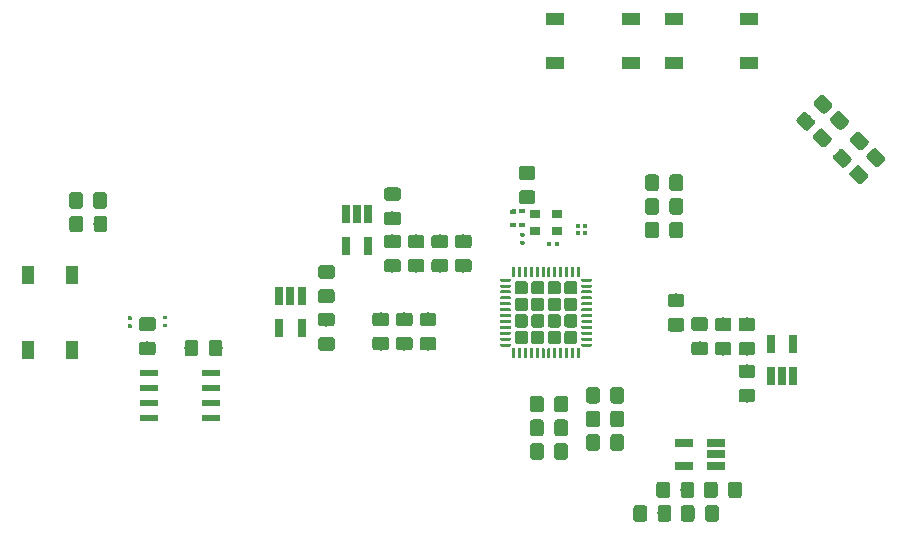
<source format=gtp>
G04 #@! TF.GenerationSoftware,KiCad,Pcbnew,(5.0.0)*
G04 #@! TF.CreationDate,2018-11-02T13:45:18+08:00*
G04 #@! TF.ProjectId,tomu-fpga,746F6D752D667067612E6B696361645F,rev?*
G04 #@! TF.SameCoordinates,Original*
G04 #@! TF.FileFunction,Paste,Top*
G04 #@! TF.FilePolarity,Positive*
%FSLAX46Y46*%
G04 Gerber Fmt 4.6, Leading zero omitted, Abs format (unit mm)*
G04 Created by KiCad (PCBNEW (5.0.0)) date 11/02/18 13:45:18*
%MOMM*%
%LPD*%
G01*
G04 APERTURE LIST*
%ADD10R,1.600000X1.000000*%
%ADD11R,0.900000X0.800000*%
%ADD12C,0.100000*%
%ADD13C,1.150000*%
%ADD14R,0.400000X0.400000*%
%ADD15R,0.500000X0.300000*%
%ADD16R,0.500000X0.350000*%
%ADD17C,0.092278*%
%ADD18R,0.370000X0.130000*%
%ADD19C,1.130000*%
%ADD20C,0.250000*%
%ADD21C,0.318000*%
%ADD22R,1.500000X0.600000*%
%ADD23R,0.650000X1.560000*%
%ADD24R,1.560000X0.650000*%
%ADD25R,1.000000X1.600000*%
G04 APERTURE END LIST*
D10*
G04 #@! TO.C,SW3*
X91200000Y-38900000D03*
X91200000Y-35100000D03*
X84800000Y-38900000D03*
X84800000Y-35100000D03*
G04 #@! TD*
D11*
G04 #@! TO.C,U7*
X74925000Y-53125000D03*
X74925000Y-51675000D03*
X73075000Y-51675000D03*
X73075000Y-53125000D03*
G04 #@! TD*
D12*
G04 #@! TO.C,C27*
G36*
X78324505Y-66301204D02*
X78348773Y-66304804D01*
X78372572Y-66310765D01*
X78395671Y-66319030D01*
X78417850Y-66329520D01*
X78438893Y-66342132D01*
X78458599Y-66356747D01*
X78476777Y-66373223D01*
X78493253Y-66391401D01*
X78507868Y-66411107D01*
X78520480Y-66432150D01*
X78530970Y-66454329D01*
X78539235Y-66477428D01*
X78545196Y-66501227D01*
X78548796Y-66525495D01*
X78550000Y-66549999D01*
X78550000Y-67450001D01*
X78548796Y-67474505D01*
X78545196Y-67498773D01*
X78539235Y-67522572D01*
X78530970Y-67545671D01*
X78520480Y-67567850D01*
X78507868Y-67588893D01*
X78493253Y-67608599D01*
X78476777Y-67626777D01*
X78458599Y-67643253D01*
X78438893Y-67657868D01*
X78417850Y-67670480D01*
X78395671Y-67680970D01*
X78372572Y-67689235D01*
X78348773Y-67695196D01*
X78324505Y-67698796D01*
X78300001Y-67700000D01*
X77649999Y-67700000D01*
X77625495Y-67698796D01*
X77601227Y-67695196D01*
X77577428Y-67689235D01*
X77554329Y-67680970D01*
X77532150Y-67670480D01*
X77511107Y-67657868D01*
X77491401Y-67643253D01*
X77473223Y-67626777D01*
X77456747Y-67608599D01*
X77442132Y-67588893D01*
X77429520Y-67567850D01*
X77419030Y-67545671D01*
X77410765Y-67522572D01*
X77404804Y-67498773D01*
X77401204Y-67474505D01*
X77400000Y-67450001D01*
X77400000Y-66549999D01*
X77401204Y-66525495D01*
X77404804Y-66501227D01*
X77410765Y-66477428D01*
X77419030Y-66454329D01*
X77429520Y-66432150D01*
X77442132Y-66411107D01*
X77456747Y-66391401D01*
X77473223Y-66373223D01*
X77491401Y-66356747D01*
X77511107Y-66342132D01*
X77532150Y-66329520D01*
X77554329Y-66319030D01*
X77577428Y-66310765D01*
X77601227Y-66304804D01*
X77625495Y-66301204D01*
X77649999Y-66300000D01*
X78300001Y-66300000D01*
X78324505Y-66301204D01*
X78324505Y-66301204D01*
G37*
D13*
X77975000Y-67000000D03*
D12*
G36*
X80374505Y-66301204D02*
X80398773Y-66304804D01*
X80422572Y-66310765D01*
X80445671Y-66319030D01*
X80467850Y-66329520D01*
X80488893Y-66342132D01*
X80508599Y-66356747D01*
X80526777Y-66373223D01*
X80543253Y-66391401D01*
X80557868Y-66411107D01*
X80570480Y-66432150D01*
X80580970Y-66454329D01*
X80589235Y-66477428D01*
X80595196Y-66501227D01*
X80598796Y-66525495D01*
X80600000Y-66549999D01*
X80600000Y-67450001D01*
X80598796Y-67474505D01*
X80595196Y-67498773D01*
X80589235Y-67522572D01*
X80580970Y-67545671D01*
X80570480Y-67567850D01*
X80557868Y-67588893D01*
X80543253Y-67608599D01*
X80526777Y-67626777D01*
X80508599Y-67643253D01*
X80488893Y-67657868D01*
X80467850Y-67670480D01*
X80445671Y-67680970D01*
X80422572Y-67689235D01*
X80398773Y-67695196D01*
X80374505Y-67698796D01*
X80350001Y-67700000D01*
X79699999Y-67700000D01*
X79675495Y-67698796D01*
X79651227Y-67695196D01*
X79627428Y-67689235D01*
X79604329Y-67680970D01*
X79582150Y-67670480D01*
X79561107Y-67657868D01*
X79541401Y-67643253D01*
X79523223Y-67626777D01*
X79506747Y-67608599D01*
X79492132Y-67588893D01*
X79479520Y-67567850D01*
X79469030Y-67545671D01*
X79460765Y-67522572D01*
X79454804Y-67498773D01*
X79451204Y-67474505D01*
X79450000Y-67450001D01*
X79450000Y-66549999D01*
X79451204Y-66525495D01*
X79454804Y-66501227D01*
X79460765Y-66477428D01*
X79469030Y-66454329D01*
X79479520Y-66432150D01*
X79492132Y-66411107D01*
X79506747Y-66391401D01*
X79523223Y-66373223D01*
X79541401Y-66356747D01*
X79561107Y-66342132D01*
X79582150Y-66329520D01*
X79604329Y-66319030D01*
X79627428Y-66310765D01*
X79651227Y-66304804D01*
X79675495Y-66301204D01*
X79699999Y-66300000D01*
X80350001Y-66300000D01*
X80374505Y-66301204D01*
X80374505Y-66301204D01*
G37*
D13*
X80025000Y-67000000D03*
G04 #@! TD*
D12*
G04 #@! TO.C,C26*
G36*
X85374505Y-50301204D02*
X85398773Y-50304804D01*
X85422572Y-50310765D01*
X85445671Y-50319030D01*
X85467850Y-50329520D01*
X85488893Y-50342132D01*
X85508599Y-50356747D01*
X85526777Y-50373223D01*
X85543253Y-50391401D01*
X85557868Y-50411107D01*
X85570480Y-50432150D01*
X85580970Y-50454329D01*
X85589235Y-50477428D01*
X85595196Y-50501227D01*
X85598796Y-50525495D01*
X85600000Y-50549999D01*
X85600000Y-51450001D01*
X85598796Y-51474505D01*
X85595196Y-51498773D01*
X85589235Y-51522572D01*
X85580970Y-51545671D01*
X85570480Y-51567850D01*
X85557868Y-51588893D01*
X85543253Y-51608599D01*
X85526777Y-51626777D01*
X85508599Y-51643253D01*
X85488893Y-51657868D01*
X85467850Y-51670480D01*
X85445671Y-51680970D01*
X85422572Y-51689235D01*
X85398773Y-51695196D01*
X85374505Y-51698796D01*
X85350001Y-51700000D01*
X84699999Y-51700000D01*
X84675495Y-51698796D01*
X84651227Y-51695196D01*
X84627428Y-51689235D01*
X84604329Y-51680970D01*
X84582150Y-51670480D01*
X84561107Y-51657868D01*
X84541401Y-51643253D01*
X84523223Y-51626777D01*
X84506747Y-51608599D01*
X84492132Y-51588893D01*
X84479520Y-51567850D01*
X84469030Y-51545671D01*
X84460765Y-51522572D01*
X84454804Y-51498773D01*
X84451204Y-51474505D01*
X84450000Y-51450001D01*
X84450000Y-50549999D01*
X84451204Y-50525495D01*
X84454804Y-50501227D01*
X84460765Y-50477428D01*
X84469030Y-50454329D01*
X84479520Y-50432150D01*
X84492132Y-50411107D01*
X84506747Y-50391401D01*
X84523223Y-50373223D01*
X84541401Y-50356747D01*
X84561107Y-50342132D01*
X84582150Y-50329520D01*
X84604329Y-50319030D01*
X84627428Y-50310765D01*
X84651227Y-50304804D01*
X84675495Y-50301204D01*
X84699999Y-50300000D01*
X85350001Y-50300000D01*
X85374505Y-50301204D01*
X85374505Y-50301204D01*
G37*
D13*
X85025000Y-51000000D03*
D12*
G36*
X83324505Y-50301204D02*
X83348773Y-50304804D01*
X83372572Y-50310765D01*
X83395671Y-50319030D01*
X83417850Y-50329520D01*
X83438893Y-50342132D01*
X83458599Y-50356747D01*
X83476777Y-50373223D01*
X83493253Y-50391401D01*
X83507868Y-50411107D01*
X83520480Y-50432150D01*
X83530970Y-50454329D01*
X83539235Y-50477428D01*
X83545196Y-50501227D01*
X83548796Y-50525495D01*
X83550000Y-50549999D01*
X83550000Y-51450001D01*
X83548796Y-51474505D01*
X83545196Y-51498773D01*
X83539235Y-51522572D01*
X83530970Y-51545671D01*
X83520480Y-51567850D01*
X83507868Y-51588893D01*
X83493253Y-51608599D01*
X83476777Y-51626777D01*
X83458599Y-51643253D01*
X83438893Y-51657868D01*
X83417850Y-51670480D01*
X83395671Y-51680970D01*
X83372572Y-51689235D01*
X83348773Y-51695196D01*
X83324505Y-51698796D01*
X83300001Y-51700000D01*
X82649999Y-51700000D01*
X82625495Y-51698796D01*
X82601227Y-51695196D01*
X82577428Y-51689235D01*
X82554329Y-51680970D01*
X82532150Y-51670480D01*
X82511107Y-51657868D01*
X82491401Y-51643253D01*
X82473223Y-51626777D01*
X82456747Y-51608599D01*
X82442132Y-51588893D01*
X82429520Y-51567850D01*
X82419030Y-51545671D01*
X82410765Y-51522572D01*
X82404804Y-51498773D01*
X82401204Y-51474505D01*
X82400000Y-51450001D01*
X82400000Y-50549999D01*
X82401204Y-50525495D01*
X82404804Y-50501227D01*
X82410765Y-50477428D01*
X82419030Y-50454329D01*
X82429520Y-50432150D01*
X82442132Y-50411107D01*
X82456747Y-50391401D01*
X82473223Y-50373223D01*
X82491401Y-50356747D01*
X82511107Y-50342132D01*
X82532150Y-50329520D01*
X82554329Y-50319030D01*
X82577428Y-50310765D01*
X82601227Y-50304804D01*
X82625495Y-50301204D01*
X82649999Y-50300000D01*
X83300001Y-50300000D01*
X83324505Y-50301204D01*
X83324505Y-50301204D01*
G37*
D13*
X82975000Y-51000000D03*
G04 #@! TD*
D12*
G04 #@! TO.C,C25*
G36*
X78324505Y-68301204D02*
X78348773Y-68304804D01*
X78372572Y-68310765D01*
X78395671Y-68319030D01*
X78417850Y-68329520D01*
X78438893Y-68342132D01*
X78458599Y-68356747D01*
X78476777Y-68373223D01*
X78493253Y-68391401D01*
X78507868Y-68411107D01*
X78520480Y-68432150D01*
X78530970Y-68454329D01*
X78539235Y-68477428D01*
X78545196Y-68501227D01*
X78548796Y-68525495D01*
X78550000Y-68549999D01*
X78550000Y-69450001D01*
X78548796Y-69474505D01*
X78545196Y-69498773D01*
X78539235Y-69522572D01*
X78530970Y-69545671D01*
X78520480Y-69567850D01*
X78507868Y-69588893D01*
X78493253Y-69608599D01*
X78476777Y-69626777D01*
X78458599Y-69643253D01*
X78438893Y-69657868D01*
X78417850Y-69670480D01*
X78395671Y-69680970D01*
X78372572Y-69689235D01*
X78348773Y-69695196D01*
X78324505Y-69698796D01*
X78300001Y-69700000D01*
X77649999Y-69700000D01*
X77625495Y-69698796D01*
X77601227Y-69695196D01*
X77577428Y-69689235D01*
X77554329Y-69680970D01*
X77532150Y-69670480D01*
X77511107Y-69657868D01*
X77491401Y-69643253D01*
X77473223Y-69626777D01*
X77456747Y-69608599D01*
X77442132Y-69588893D01*
X77429520Y-69567850D01*
X77419030Y-69545671D01*
X77410765Y-69522572D01*
X77404804Y-69498773D01*
X77401204Y-69474505D01*
X77400000Y-69450001D01*
X77400000Y-68549999D01*
X77401204Y-68525495D01*
X77404804Y-68501227D01*
X77410765Y-68477428D01*
X77419030Y-68454329D01*
X77429520Y-68432150D01*
X77442132Y-68411107D01*
X77456747Y-68391401D01*
X77473223Y-68373223D01*
X77491401Y-68356747D01*
X77511107Y-68342132D01*
X77532150Y-68329520D01*
X77554329Y-68319030D01*
X77577428Y-68310765D01*
X77601227Y-68304804D01*
X77625495Y-68301204D01*
X77649999Y-68300000D01*
X78300001Y-68300000D01*
X78324505Y-68301204D01*
X78324505Y-68301204D01*
G37*
D13*
X77975000Y-69000000D03*
D12*
G36*
X80374505Y-68301204D02*
X80398773Y-68304804D01*
X80422572Y-68310765D01*
X80445671Y-68319030D01*
X80467850Y-68329520D01*
X80488893Y-68342132D01*
X80508599Y-68356747D01*
X80526777Y-68373223D01*
X80543253Y-68391401D01*
X80557868Y-68411107D01*
X80570480Y-68432150D01*
X80580970Y-68454329D01*
X80589235Y-68477428D01*
X80595196Y-68501227D01*
X80598796Y-68525495D01*
X80600000Y-68549999D01*
X80600000Y-69450001D01*
X80598796Y-69474505D01*
X80595196Y-69498773D01*
X80589235Y-69522572D01*
X80580970Y-69545671D01*
X80570480Y-69567850D01*
X80557868Y-69588893D01*
X80543253Y-69608599D01*
X80526777Y-69626777D01*
X80508599Y-69643253D01*
X80488893Y-69657868D01*
X80467850Y-69670480D01*
X80445671Y-69680970D01*
X80422572Y-69689235D01*
X80398773Y-69695196D01*
X80374505Y-69698796D01*
X80350001Y-69700000D01*
X79699999Y-69700000D01*
X79675495Y-69698796D01*
X79651227Y-69695196D01*
X79627428Y-69689235D01*
X79604329Y-69680970D01*
X79582150Y-69670480D01*
X79561107Y-69657868D01*
X79541401Y-69643253D01*
X79523223Y-69626777D01*
X79506747Y-69608599D01*
X79492132Y-69588893D01*
X79479520Y-69567850D01*
X79469030Y-69545671D01*
X79460765Y-69522572D01*
X79454804Y-69498773D01*
X79451204Y-69474505D01*
X79450000Y-69450001D01*
X79450000Y-68549999D01*
X79451204Y-68525495D01*
X79454804Y-68501227D01*
X79460765Y-68477428D01*
X79469030Y-68454329D01*
X79479520Y-68432150D01*
X79492132Y-68411107D01*
X79506747Y-68391401D01*
X79523223Y-68373223D01*
X79541401Y-68356747D01*
X79561107Y-68342132D01*
X79582150Y-68329520D01*
X79604329Y-68319030D01*
X79627428Y-68310765D01*
X79651227Y-68304804D01*
X79675495Y-68301204D01*
X79699999Y-68300000D01*
X80350001Y-68300000D01*
X80374505Y-68301204D01*
X80374505Y-68301204D01*
G37*
D13*
X80025000Y-69000000D03*
G04 #@! TD*
D12*
G04 #@! TO.C,C24*
G36*
X85374505Y-48301204D02*
X85398773Y-48304804D01*
X85422572Y-48310765D01*
X85445671Y-48319030D01*
X85467850Y-48329520D01*
X85488893Y-48342132D01*
X85508599Y-48356747D01*
X85526777Y-48373223D01*
X85543253Y-48391401D01*
X85557868Y-48411107D01*
X85570480Y-48432150D01*
X85580970Y-48454329D01*
X85589235Y-48477428D01*
X85595196Y-48501227D01*
X85598796Y-48525495D01*
X85600000Y-48549999D01*
X85600000Y-49450001D01*
X85598796Y-49474505D01*
X85595196Y-49498773D01*
X85589235Y-49522572D01*
X85580970Y-49545671D01*
X85570480Y-49567850D01*
X85557868Y-49588893D01*
X85543253Y-49608599D01*
X85526777Y-49626777D01*
X85508599Y-49643253D01*
X85488893Y-49657868D01*
X85467850Y-49670480D01*
X85445671Y-49680970D01*
X85422572Y-49689235D01*
X85398773Y-49695196D01*
X85374505Y-49698796D01*
X85350001Y-49700000D01*
X84699999Y-49700000D01*
X84675495Y-49698796D01*
X84651227Y-49695196D01*
X84627428Y-49689235D01*
X84604329Y-49680970D01*
X84582150Y-49670480D01*
X84561107Y-49657868D01*
X84541401Y-49643253D01*
X84523223Y-49626777D01*
X84506747Y-49608599D01*
X84492132Y-49588893D01*
X84479520Y-49567850D01*
X84469030Y-49545671D01*
X84460765Y-49522572D01*
X84454804Y-49498773D01*
X84451204Y-49474505D01*
X84450000Y-49450001D01*
X84450000Y-48549999D01*
X84451204Y-48525495D01*
X84454804Y-48501227D01*
X84460765Y-48477428D01*
X84469030Y-48454329D01*
X84479520Y-48432150D01*
X84492132Y-48411107D01*
X84506747Y-48391401D01*
X84523223Y-48373223D01*
X84541401Y-48356747D01*
X84561107Y-48342132D01*
X84582150Y-48329520D01*
X84604329Y-48319030D01*
X84627428Y-48310765D01*
X84651227Y-48304804D01*
X84675495Y-48301204D01*
X84699999Y-48300000D01*
X85350001Y-48300000D01*
X85374505Y-48301204D01*
X85374505Y-48301204D01*
G37*
D13*
X85025000Y-49000000D03*
D12*
G36*
X83324505Y-48301204D02*
X83348773Y-48304804D01*
X83372572Y-48310765D01*
X83395671Y-48319030D01*
X83417850Y-48329520D01*
X83438893Y-48342132D01*
X83458599Y-48356747D01*
X83476777Y-48373223D01*
X83493253Y-48391401D01*
X83507868Y-48411107D01*
X83520480Y-48432150D01*
X83530970Y-48454329D01*
X83539235Y-48477428D01*
X83545196Y-48501227D01*
X83548796Y-48525495D01*
X83550000Y-48549999D01*
X83550000Y-49450001D01*
X83548796Y-49474505D01*
X83545196Y-49498773D01*
X83539235Y-49522572D01*
X83530970Y-49545671D01*
X83520480Y-49567850D01*
X83507868Y-49588893D01*
X83493253Y-49608599D01*
X83476777Y-49626777D01*
X83458599Y-49643253D01*
X83438893Y-49657868D01*
X83417850Y-49670480D01*
X83395671Y-49680970D01*
X83372572Y-49689235D01*
X83348773Y-49695196D01*
X83324505Y-49698796D01*
X83300001Y-49700000D01*
X82649999Y-49700000D01*
X82625495Y-49698796D01*
X82601227Y-49695196D01*
X82577428Y-49689235D01*
X82554329Y-49680970D01*
X82532150Y-49670480D01*
X82511107Y-49657868D01*
X82491401Y-49643253D01*
X82473223Y-49626777D01*
X82456747Y-49608599D01*
X82442132Y-49588893D01*
X82429520Y-49567850D01*
X82419030Y-49545671D01*
X82410765Y-49522572D01*
X82404804Y-49498773D01*
X82401204Y-49474505D01*
X82400000Y-49450001D01*
X82400000Y-48549999D01*
X82401204Y-48525495D01*
X82404804Y-48501227D01*
X82410765Y-48477428D01*
X82419030Y-48454329D01*
X82429520Y-48432150D01*
X82442132Y-48411107D01*
X82456747Y-48391401D01*
X82473223Y-48373223D01*
X82491401Y-48356747D01*
X82511107Y-48342132D01*
X82532150Y-48329520D01*
X82554329Y-48319030D01*
X82577428Y-48310765D01*
X82601227Y-48304804D01*
X82625495Y-48301204D01*
X82649999Y-48300000D01*
X83300001Y-48300000D01*
X83324505Y-48301204D01*
X83324505Y-48301204D01*
G37*
D13*
X82975000Y-49000000D03*
G04 #@! TD*
D12*
G04 #@! TO.C,C23*
G36*
X87474505Y-60401204D02*
X87498773Y-60404804D01*
X87522572Y-60410765D01*
X87545671Y-60419030D01*
X87567850Y-60429520D01*
X87588893Y-60442132D01*
X87608599Y-60456747D01*
X87626777Y-60473223D01*
X87643253Y-60491401D01*
X87657868Y-60511107D01*
X87670480Y-60532150D01*
X87680970Y-60554329D01*
X87689235Y-60577428D01*
X87695196Y-60601227D01*
X87698796Y-60625495D01*
X87700000Y-60649999D01*
X87700000Y-61300001D01*
X87698796Y-61324505D01*
X87695196Y-61348773D01*
X87689235Y-61372572D01*
X87680970Y-61395671D01*
X87670480Y-61417850D01*
X87657868Y-61438893D01*
X87643253Y-61458599D01*
X87626777Y-61476777D01*
X87608599Y-61493253D01*
X87588893Y-61507868D01*
X87567850Y-61520480D01*
X87545671Y-61530970D01*
X87522572Y-61539235D01*
X87498773Y-61545196D01*
X87474505Y-61548796D01*
X87450001Y-61550000D01*
X86549999Y-61550000D01*
X86525495Y-61548796D01*
X86501227Y-61545196D01*
X86477428Y-61539235D01*
X86454329Y-61530970D01*
X86432150Y-61520480D01*
X86411107Y-61507868D01*
X86391401Y-61493253D01*
X86373223Y-61476777D01*
X86356747Y-61458599D01*
X86342132Y-61438893D01*
X86329520Y-61417850D01*
X86319030Y-61395671D01*
X86310765Y-61372572D01*
X86304804Y-61348773D01*
X86301204Y-61324505D01*
X86300000Y-61300001D01*
X86300000Y-60649999D01*
X86301204Y-60625495D01*
X86304804Y-60601227D01*
X86310765Y-60577428D01*
X86319030Y-60554329D01*
X86329520Y-60532150D01*
X86342132Y-60511107D01*
X86356747Y-60491401D01*
X86373223Y-60473223D01*
X86391401Y-60456747D01*
X86411107Y-60442132D01*
X86432150Y-60429520D01*
X86454329Y-60419030D01*
X86477428Y-60410765D01*
X86501227Y-60404804D01*
X86525495Y-60401204D01*
X86549999Y-60400000D01*
X87450001Y-60400000D01*
X87474505Y-60401204D01*
X87474505Y-60401204D01*
G37*
D13*
X87000000Y-60975000D03*
D12*
G36*
X87474505Y-62451204D02*
X87498773Y-62454804D01*
X87522572Y-62460765D01*
X87545671Y-62469030D01*
X87567850Y-62479520D01*
X87588893Y-62492132D01*
X87608599Y-62506747D01*
X87626777Y-62523223D01*
X87643253Y-62541401D01*
X87657868Y-62561107D01*
X87670480Y-62582150D01*
X87680970Y-62604329D01*
X87689235Y-62627428D01*
X87695196Y-62651227D01*
X87698796Y-62675495D01*
X87700000Y-62699999D01*
X87700000Y-63350001D01*
X87698796Y-63374505D01*
X87695196Y-63398773D01*
X87689235Y-63422572D01*
X87680970Y-63445671D01*
X87670480Y-63467850D01*
X87657868Y-63488893D01*
X87643253Y-63508599D01*
X87626777Y-63526777D01*
X87608599Y-63543253D01*
X87588893Y-63557868D01*
X87567850Y-63570480D01*
X87545671Y-63580970D01*
X87522572Y-63589235D01*
X87498773Y-63595196D01*
X87474505Y-63598796D01*
X87450001Y-63600000D01*
X86549999Y-63600000D01*
X86525495Y-63598796D01*
X86501227Y-63595196D01*
X86477428Y-63589235D01*
X86454329Y-63580970D01*
X86432150Y-63570480D01*
X86411107Y-63557868D01*
X86391401Y-63543253D01*
X86373223Y-63526777D01*
X86356747Y-63508599D01*
X86342132Y-63488893D01*
X86329520Y-63467850D01*
X86319030Y-63445671D01*
X86310765Y-63422572D01*
X86304804Y-63398773D01*
X86301204Y-63374505D01*
X86300000Y-63350001D01*
X86300000Y-62699999D01*
X86301204Y-62675495D01*
X86304804Y-62651227D01*
X86310765Y-62627428D01*
X86319030Y-62604329D01*
X86329520Y-62582150D01*
X86342132Y-62561107D01*
X86356747Y-62541401D01*
X86373223Y-62523223D01*
X86391401Y-62506747D01*
X86411107Y-62492132D01*
X86432150Y-62479520D01*
X86454329Y-62469030D01*
X86477428Y-62460765D01*
X86501227Y-62454804D01*
X86525495Y-62451204D01*
X86549999Y-62450000D01*
X87450001Y-62450000D01*
X87474505Y-62451204D01*
X87474505Y-62451204D01*
G37*
D13*
X87000000Y-63025000D03*
G04 #@! TD*
D12*
G04 #@! TO.C,C22*
G36*
X89474505Y-60426204D02*
X89498773Y-60429804D01*
X89522572Y-60435765D01*
X89545671Y-60444030D01*
X89567850Y-60454520D01*
X89588893Y-60467132D01*
X89608599Y-60481747D01*
X89626777Y-60498223D01*
X89643253Y-60516401D01*
X89657868Y-60536107D01*
X89670480Y-60557150D01*
X89680970Y-60579329D01*
X89689235Y-60602428D01*
X89695196Y-60626227D01*
X89698796Y-60650495D01*
X89700000Y-60674999D01*
X89700000Y-61325001D01*
X89698796Y-61349505D01*
X89695196Y-61373773D01*
X89689235Y-61397572D01*
X89680970Y-61420671D01*
X89670480Y-61442850D01*
X89657868Y-61463893D01*
X89643253Y-61483599D01*
X89626777Y-61501777D01*
X89608599Y-61518253D01*
X89588893Y-61532868D01*
X89567850Y-61545480D01*
X89545671Y-61555970D01*
X89522572Y-61564235D01*
X89498773Y-61570196D01*
X89474505Y-61573796D01*
X89450001Y-61575000D01*
X88549999Y-61575000D01*
X88525495Y-61573796D01*
X88501227Y-61570196D01*
X88477428Y-61564235D01*
X88454329Y-61555970D01*
X88432150Y-61545480D01*
X88411107Y-61532868D01*
X88391401Y-61518253D01*
X88373223Y-61501777D01*
X88356747Y-61483599D01*
X88342132Y-61463893D01*
X88329520Y-61442850D01*
X88319030Y-61420671D01*
X88310765Y-61397572D01*
X88304804Y-61373773D01*
X88301204Y-61349505D01*
X88300000Y-61325001D01*
X88300000Y-60674999D01*
X88301204Y-60650495D01*
X88304804Y-60626227D01*
X88310765Y-60602428D01*
X88319030Y-60579329D01*
X88329520Y-60557150D01*
X88342132Y-60536107D01*
X88356747Y-60516401D01*
X88373223Y-60498223D01*
X88391401Y-60481747D01*
X88411107Y-60467132D01*
X88432150Y-60454520D01*
X88454329Y-60444030D01*
X88477428Y-60435765D01*
X88501227Y-60429804D01*
X88525495Y-60426204D01*
X88549999Y-60425000D01*
X89450001Y-60425000D01*
X89474505Y-60426204D01*
X89474505Y-60426204D01*
G37*
D13*
X89000000Y-61000000D03*
D12*
G36*
X89474505Y-62476204D02*
X89498773Y-62479804D01*
X89522572Y-62485765D01*
X89545671Y-62494030D01*
X89567850Y-62504520D01*
X89588893Y-62517132D01*
X89608599Y-62531747D01*
X89626777Y-62548223D01*
X89643253Y-62566401D01*
X89657868Y-62586107D01*
X89670480Y-62607150D01*
X89680970Y-62629329D01*
X89689235Y-62652428D01*
X89695196Y-62676227D01*
X89698796Y-62700495D01*
X89700000Y-62724999D01*
X89700000Y-63375001D01*
X89698796Y-63399505D01*
X89695196Y-63423773D01*
X89689235Y-63447572D01*
X89680970Y-63470671D01*
X89670480Y-63492850D01*
X89657868Y-63513893D01*
X89643253Y-63533599D01*
X89626777Y-63551777D01*
X89608599Y-63568253D01*
X89588893Y-63582868D01*
X89567850Y-63595480D01*
X89545671Y-63605970D01*
X89522572Y-63614235D01*
X89498773Y-63620196D01*
X89474505Y-63623796D01*
X89450001Y-63625000D01*
X88549999Y-63625000D01*
X88525495Y-63623796D01*
X88501227Y-63620196D01*
X88477428Y-63614235D01*
X88454329Y-63605970D01*
X88432150Y-63595480D01*
X88411107Y-63582868D01*
X88391401Y-63568253D01*
X88373223Y-63551777D01*
X88356747Y-63533599D01*
X88342132Y-63513893D01*
X88329520Y-63492850D01*
X88319030Y-63470671D01*
X88310765Y-63447572D01*
X88304804Y-63423773D01*
X88301204Y-63399505D01*
X88300000Y-63375001D01*
X88300000Y-62724999D01*
X88301204Y-62700495D01*
X88304804Y-62676227D01*
X88310765Y-62652428D01*
X88319030Y-62629329D01*
X88329520Y-62607150D01*
X88342132Y-62586107D01*
X88356747Y-62566401D01*
X88373223Y-62548223D01*
X88391401Y-62531747D01*
X88411107Y-62517132D01*
X88432150Y-62504520D01*
X88454329Y-62494030D01*
X88477428Y-62485765D01*
X88501227Y-62479804D01*
X88525495Y-62476204D01*
X88549999Y-62475000D01*
X89450001Y-62475000D01*
X89474505Y-62476204D01*
X89474505Y-62476204D01*
G37*
D13*
X89000000Y-63050000D03*
G04 #@! TD*
D12*
G04 #@! TO.C,C21*
G36*
X78324505Y-70301204D02*
X78348773Y-70304804D01*
X78372572Y-70310765D01*
X78395671Y-70319030D01*
X78417850Y-70329520D01*
X78438893Y-70342132D01*
X78458599Y-70356747D01*
X78476777Y-70373223D01*
X78493253Y-70391401D01*
X78507868Y-70411107D01*
X78520480Y-70432150D01*
X78530970Y-70454329D01*
X78539235Y-70477428D01*
X78545196Y-70501227D01*
X78548796Y-70525495D01*
X78550000Y-70549999D01*
X78550000Y-71450001D01*
X78548796Y-71474505D01*
X78545196Y-71498773D01*
X78539235Y-71522572D01*
X78530970Y-71545671D01*
X78520480Y-71567850D01*
X78507868Y-71588893D01*
X78493253Y-71608599D01*
X78476777Y-71626777D01*
X78458599Y-71643253D01*
X78438893Y-71657868D01*
X78417850Y-71670480D01*
X78395671Y-71680970D01*
X78372572Y-71689235D01*
X78348773Y-71695196D01*
X78324505Y-71698796D01*
X78300001Y-71700000D01*
X77649999Y-71700000D01*
X77625495Y-71698796D01*
X77601227Y-71695196D01*
X77577428Y-71689235D01*
X77554329Y-71680970D01*
X77532150Y-71670480D01*
X77511107Y-71657868D01*
X77491401Y-71643253D01*
X77473223Y-71626777D01*
X77456747Y-71608599D01*
X77442132Y-71588893D01*
X77429520Y-71567850D01*
X77419030Y-71545671D01*
X77410765Y-71522572D01*
X77404804Y-71498773D01*
X77401204Y-71474505D01*
X77400000Y-71450001D01*
X77400000Y-70549999D01*
X77401204Y-70525495D01*
X77404804Y-70501227D01*
X77410765Y-70477428D01*
X77419030Y-70454329D01*
X77429520Y-70432150D01*
X77442132Y-70411107D01*
X77456747Y-70391401D01*
X77473223Y-70373223D01*
X77491401Y-70356747D01*
X77511107Y-70342132D01*
X77532150Y-70329520D01*
X77554329Y-70319030D01*
X77577428Y-70310765D01*
X77601227Y-70304804D01*
X77625495Y-70301204D01*
X77649999Y-70300000D01*
X78300001Y-70300000D01*
X78324505Y-70301204D01*
X78324505Y-70301204D01*
G37*
D13*
X77975000Y-71000000D03*
D12*
G36*
X80374505Y-70301204D02*
X80398773Y-70304804D01*
X80422572Y-70310765D01*
X80445671Y-70319030D01*
X80467850Y-70329520D01*
X80488893Y-70342132D01*
X80508599Y-70356747D01*
X80526777Y-70373223D01*
X80543253Y-70391401D01*
X80557868Y-70411107D01*
X80570480Y-70432150D01*
X80580970Y-70454329D01*
X80589235Y-70477428D01*
X80595196Y-70501227D01*
X80598796Y-70525495D01*
X80600000Y-70549999D01*
X80600000Y-71450001D01*
X80598796Y-71474505D01*
X80595196Y-71498773D01*
X80589235Y-71522572D01*
X80580970Y-71545671D01*
X80570480Y-71567850D01*
X80557868Y-71588893D01*
X80543253Y-71608599D01*
X80526777Y-71626777D01*
X80508599Y-71643253D01*
X80488893Y-71657868D01*
X80467850Y-71670480D01*
X80445671Y-71680970D01*
X80422572Y-71689235D01*
X80398773Y-71695196D01*
X80374505Y-71698796D01*
X80350001Y-71700000D01*
X79699999Y-71700000D01*
X79675495Y-71698796D01*
X79651227Y-71695196D01*
X79627428Y-71689235D01*
X79604329Y-71680970D01*
X79582150Y-71670480D01*
X79561107Y-71657868D01*
X79541401Y-71643253D01*
X79523223Y-71626777D01*
X79506747Y-71608599D01*
X79492132Y-71588893D01*
X79479520Y-71567850D01*
X79469030Y-71545671D01*
X79460765Y-71522572D01*
X79454804Y-71498773D01*
X79451204Y-71474505D01*
X79450000Y-71450001D01*
X79450000Y-70549999D01*
X79451204Y-70525495D01*
X79454804Y-70501227D01*
X79460765Y-70477428D01*
X79469030Y-70454329D01*
X79479520Y-70432150D01*
X79492132Y-70411107D01*
X79506747Y-70391401D01*
X79523223Y-70373223D01*
X79541401Y-70356747D01*
X79561107Y-70342132D01*
X79582150Y-70329520D01*
X79604329Y-70319030D01*
X79627428Y-70310765D01*
X79651227Y-70304804D01*
X79675495Y-70301204D01*
X79699999Y-70300000D01*
X80350001Y-70300000D01*
X80374505Y-70301204D01*
X80374505Y-70301204D01*
G37*
D13*
X80025000Y-71000000D03*
G04 #@! TD*
D12*
G04 #@! TO.C,C20*
G36*
X64474505Y-60001204D02*
X64498773Y-60004804D01*
X64522572Y-60010765D01*
X64545671Y-60019030D01*
X64567850Y-60029520D01*
X64588893Y-60042132D01*
X64608599Y-60056747D01*
X64626777Y-60073223D01*
X64643253Y-60091401D01*
X64657868Y-60111107D01*
X64670480Y-60132150D01*
X64680970Y-60154329D01*
X64689235Y-60177428D01*
X64695196Y-60201227D01*
X64698796Y-60225495D01*
X64700000Y-60249999D01*
X64700000Y-60900001D01*
X64698796Y-60924505D01*
X64695196Y-60948773D01*
X64689235Y-60972572D01*
X64680970Y-60995671D01*
X64670480Y-61017850D01*
X64657868Y-61038893D01*
X64643253Y-61058599D01*
X64626777Y-61076777D01*
X64608599Y-61093253D01*
X64588893Y-61107868D01*
X64567850Y-61120480D01*
X64545671Y-61130970D01*
X64522572Y-61139235D01*
X64498773Y-61145196D01*
X64474505Y-61148796D01*
X64450001Y-61150000D01*
X63549999Y-61150000D01*
X63525495Y-61148796D01*
X63501227Y-61145196D01*
X63477428Y-61139235D01*
X63454329Y-61130970D01*
X63432150Y-61120480D01*
X63411107Y-61107868D01*
X63391401Y-61093253D01*
X63373223Y-61076777D01*
X63356747Y-61058599D01*
X63342132Y-61038893D01*
X63329520Y-61017850D01*
X63319030Y-60995671D01*
X63310765Y-60972572D01*
X63304804Y-60948773D01*
X63301204Y-60924505D01*
X63300000Y-60900001D01*
X63300000Y-60249999D01*
X63301204Y-60225495D01*
X63304804Y-60201227D01*
X63310765Y-60177428D01*
X63319030Y-60154329D01*
X63329520Y-60132150D01*
X63342132Y-60111107D01*
X63356747Y-60091401D01*
X63373223Y-60073223D01*
X63391401Y-60056747D01*
X63411107Y-60042132D01*
X63432150Y-60029520D01*
X63454329Y-60019030D01*
X63477428Y-60010765D01*
X63501227Y-60004804D01*
X63525495Y-60001204D01*
X63549999Y-60000000D01*
X64450001Y-60000000D01*
X64474505Y-60001204D01*
X64474505Y-60001204D01*
G37*
D13*
X64000000Y-60575000D03*
D12*
G36*
X64474505Y-62051204D02*
X64498773Y-62054804D01*
X64522572Y-62060765D01*
X64545671Y-62069030D01*
X64567850Y-62079520D01*
X64588893Y-62092132D01*
X64608599Y-62106747D01*
X64626777Y-62123223D01*
X64643253Y-62141401D01*
X64657868Y-62161107D01*
X64670480Y-62182150D01*
X64680970Y-62204329D01*
X64689235Y-62227428D01*
X64695196Y-62251227D01*
X64698796Y-62275495D01*
X64700000Y-62299999D01*
X64700000Y-62950001D01*
X64698796Y-62974505D01*
X64695196Y-62998773D01*
X64689235Y-63022572D01*
X64680970Y-63045671D01*
X64670480Y-63067850D01*
X64657868Y-63088893D01*
X64643253Y-63108599D01*
X64626777Y-63126777D01*
X64608599Y-63143253D01*
X64588893Y-63157868D01*
X64567850Y-63170480D01*
X64545671Y-63180970D01*
X64522572Y-63189235D01*
X64498773Y-63195196D01*
X64474505Y-63198796D01*
X64450001Y-63200000D01*
X63549999Y-63200000D01*
X63525495Y-63198796D01*
X63501227Y-63195196D01*
X63477428Y-63189235D01*
X63454329Y-63180970D01*
X63432150Y-63170480D01*
X63411107Y-63157868D01*
X63391401Y-63143253D01*
X63373223Y-63126777D01*
X63356747Y-63108599D01*
X63342132Y-63088893D01*
X63329520Y-63067850D01*
X63319030Y-63045671D01*
X63310765Y-63022572D01*
X63304804Y-62998773D01*
X63301204Y-62974505D01*
X63300000Y-62950001D01*
X63300000Y-62299999D01*
X63301204Y-62275495D01*
X63304804Y-62251227D01*
X63310765Y-62227428D01*
X63319030Y-62204329D01*
X63329520Y-62182150D01*
X63342132Y-62161107D01*
X63356747Y-62141401D01*
X63373223Y-62123223D01*
X63391401Y-62106747D01*
X63411107Y-62092132D01*
X63432150Y-62079520D01*
X63454329Y-62069030D01*
X63477428Y-62060765D01*
X63501227Y-62054804D01*
X63525495Y-62051204D01*
X63549999Y-62050000D01*
X64450001Y-62050000D01*
X64474505Y-62051204D01*
X64474505Y-62051204D01*
G37*
D13*
X64000000Y-62625000D03*
G04 #@! TD*
D12*
G04 #@! TO.C,C19*
G36*
X91474505Y-60426204D02*
X91498773Y-60429804D01*
X91522572Y-60435765D01*
X91545671Y-60444030D01*
X91567850Y-60454520D01*
X91588893Y-60467132D01*
X91608599Y-60481747D01*
X91626777Y-60498223D01*
X91643253Y-60516401D01*
X91657868Y-60536107D01*
X91670480Y-60557150D01*
X91680970Y-60579329D01*
X91689235Y-60602428D01*
X91695196Y-60626227D01*
X91698796Y-60650495D01*
X91700000Y-60674999D01*
X91700000Y-61325001D01*
X91698796Y-61349505D01*
X91695196Y-61373773D01*
X91689235Y-61397572D01*
X91680970Y-61420671D01*
X91670480Y-61442850D01*
X91657868Y-61463893D01*
X91643253Y-61483599D01*
X91626777Y-61501777D01*
X91608599Y-61518253D01*
X91588893Y-61532868D01*
X91567850Y-61545480D01*
X91545671Y-61555970D01*
X91522572Y-61564235D01*
X91498773Y-61570196D01*
X91474505Y-61573796D01*
X91450001Y-61575000D01*
X90549999Y-61575000D01*
X90525495Y-61573796D01*
X90501227Y-61570196D01*
X90477428Y-61564235D01*
X90454329Y-61555970D01*
X90432150Y-61545480D01*
X90411107Y-61532868D01*
X90391401Y-61518253D01*
X90373223Y-61501777D01*
X90356747Y-61483599D01*
X90342132Y-61463893D01*
X90329520Y-61442850D01*
X90319030Y-61420671D01*
X90310765Y-61397572D01*
X90304804Y-61373773D01*
X90301204Y-61349505D01*
X90300000Y-61325001D01*
X90300000Y-60674999D01*
X90301204Y-60650495D01*
X90304804Y-60626227D01*
X90310765Y-60602428D01*
X90319030Y-60579329D01*
X90329520Y-60557150D01*
X90342132Y-60536107D01*
X90356747Y-60516401D01*
X90373223Y-60498223D01*
X90391401Y-60481747D01*
X90411107Y-60467132D01*
X90432150Y-60454520D01*
X90454329Y-60444030D01*
X90477428Y-60435765D01*
X90501227Y-60429804D01*
X90525495Y-60426204D01*
X90549999Y-60425000D01*
X91450001Y-60425000D01*
X91474505Y-60426204D01*
X91474505Y-60426204D01*
G37*
D13*
X91000000Y-61000000D03*
D12*
G36*
X91474505Y-62476204D02*
X91498773Y-62479804D01*
X91522572Y-62485765D01*
X91545671Y-62494030D01*
X91567850Y-62504520D01*
X91588893Y-62517132D01*
X91608599Y-62531747D01*
X91626777Y-62548223D01*
X91643253Y-62566401D01*
X91657868Y-62586107D01*
X91670480Y-62607150D01*
X91680970Y-62629329D01*
X91689235Y-62652428D01*
X91695196Y-62676227D01*
X91698796Y-62700495D01*
X91700000Y-62724999D01*
X91700000Y-63375001D01*
X91698796Y-63399505D01*
X91695196Y-63423773D01*
X91689235Y-63447572D01*
X91680970Y-63470671D01*
X91670480Y-63492850D01*
X91657868Y-63513893D01*
X91643253Y-63533599D01*
X91626777Y-63551777D01*
X91608599Y-63568253D01*
X91588893Y-63582868D01*
X91567850Y-63595480D01*
X91545671Y-63605970D01*
X91522572Y-63614235D01*
X91498773Y-63620196D01*
X91474505Y-63623796D01*
X91450001Y-63625000D01*
X90549999Y-63625000D01*
X90525495Y-63623796D01*
X90501227Y-63620196D01*
X90477428Y-63614235D01*
X90454329Y-63605970D01*
X90432150Y-63595480D01*
X90411107Y-63582868D01*
X90391401Y-63568253D01*
X90373223Y-63551777D01*
X90356747Y-63533599D01*
X90342132Y-63513893D01*
X90329520Y-63492850D01*
X90319030Y-63470671D01*
X90310765Y-63447572D01*
X90304804Y-63423773D01*
X90301204Y-63399505D01*
X90300000Y-63375001D01*
X90300000Y-62724999D01*
X90301204Y-62700495D01*
X90304804Y-62676227D01*
X90310765Y-62652428D01*
X90319030Y-62629329D01*
X90329520Y-62607150D01*
X90342132Y-62586107D01*
X90356747Y-62566401D01*
X90373223Y-62548223D01*
X90391401Y-62531747D01*
X90411107Y-62517132D01*
X90432150Y-62504520D01*
X90454329Y-62494030D01*
X90477428Y-62485765D01*
X90501227Y-62479804D01*
X90525495Y-62476204D01*
X90549999Y-62475000D01*
X91450001Y-62475000D01*
X91474505Y-62476204D01*
X91474505Y-62476204D01*
G37*
D13*
X91000000Y-63050000D03*
G04 #@! TD*
D12*
G04 #@! TO.C,C18*
G36*
X62474505Y-60001204D02*
X62498773Y-60004804D01*
X62522572Y-60010765D01*
X62545671Y-60019030D01*
X62567850Y-60029520D01*
X62588893Y-60042132D01*
X62608599Y-60056747D01*
X62626777Y-60073223D01*
X62643253Y-60091401D01*
X62657868Y-60111107D01*
X62670480Y-60132150D01*
X62680970Y-60154329D01*
X62689235Y-60177428D01*
X62695196Y-60201227D01*
X62698796Y-60225495D01*
X62700000Y-60249999D01*
X62700000Y-60900001D01*
X62698796Y-60924505D01*
X62695196Y-60948773D01*
X62689235Y-60972572D01*
X62680970Y-60995671D01*
X62670480Y-61017850D01*
X62657868Y-61038893D01*
X62643253Y-61058599D01*
X62626777Y-61076777D01*
X62608599Y-61093253D01*
X62588893Y-61107868D01*
X62567850Y-61120480D01*
X62545671Y-61130970D01*
X62522572Y-61139235D01*
X62498773Y-61145196D01*
X62474505Y-61148796D01*
X62450001Y-61150000D01*
X61549999Y-61150000D01*
X61525495Y-61148796D01*
X61501227Y-61145196D01*
X61477428Y-61139235D01*
X61454329Y-61130970D01*
X61432150Y-61120480D01*
X61411107Y-61107868D01*
X61391401Y-61093253D01*
X61373223Y-61076777D01*
X61356747Y-61058599D01*
X61342132Y-61038893D01*
X61329520Y-61017850D01*
X61319030Y-60995671D01*
X61310765Y-60972572D01*
X61304804Y-60948773D01*
X61301204Y-60924505D01*
X61300000Y-60900001D01*
X61300000Y-60249999D01*
X61301204Y-60225495D01*
X61304804Y-60201227D01*
X61310765Y-60177428D01*
X61319030Y-60154329D01*
X61329520Y-60132150D01*
X61342132Y-60111107D01*
X61356747Y-60091401D01*
X61373223Y-60073223D01*
X61391401Y-60056747D01*
X61411107Y-60042132D01*
X61432150Y-60029520D01*
X61454329Y-60019030D01*
X61477428Y-60010765D01*
X61501227Y-60004804D01*
X61525495Y-60001204D01*
X61549999Y-60000000D01*
X62450001Y-60000000D01*
X62474505Y-60001204D01*
X62474505Y-60001204D01*
G37*
D13*
X62000000Y-60575000D03*
D12*
G36*
X62474505Y-62051204D02*
X62498773Y-62054804D01*
X62522572Y-62060765D01*
X62545671Y-62069030D01*
X62567850Y-62079520D01*
X62588893Y-62092132D01*
X62608599Y-62106747D01*
X62626777Y-62123223D01*
X62643253Y-62141401D01*
X62657868Y-62161107D01*
X62670480Y-62182150D01*
X62680970Y-62204329D01*
X62689235Y-62227428D01*
X62695196Y-62251227D01*
X62698796Y-62275495D01*
X62700000Y-62299999D01*
X62700000Y-62950001D01*
X62698796Y-62974505D01*
X62695196Y-62998773D01*
X62689235Y-63022572D01*
X62680970Y-63045671D01*
X62670480Y-63067850D01*
X62657868Y-63088893D01*
X62643253Y-63108599D01*
X62626777Y-63126777D01*
X62608599Y-63143253D01*
X62588893Y-63157868D01*
X62567850Y-63170480D01*
X62545671Y-63180970D01*
X62522572Y-63189235D01*
X62498773Y-63195196D01*
X62474505Y-63198796D01*
X62450001Y-63200000D01*
X61549999Y-63200000D01*
X61525495Y-63198796D01*
X61501227Y-63195196D01*
X61477428Y-63189235D01*
X61454329Y-63180970D01*
X61432150Y-63170480D01*
X61411107Y-63157868D01*
X61391401Y-63143253D01*
X61373223Y-63126777D01*
X61356747Y-63108599D01*
X61342132Y-63088893D01*
X61329520Y-63067850D01*
X61319030Y-63045671D01*
X61310765Y-63022572D01*
X61304804Y-62998773D01*
X61301204Y-62974505D01*
X61300000Y-62950001D01*
X61300000Y-62299999D01*
X61301204Y-62275495D01*
X61304804Y-62251227D01*
X61310765Y-62227428D01*
X61319030Y-62204329D01*
X61329520Y-62182150D01*
X61342132Y-62161107D01*
X61356747Y-62141401D01*
X61373223Y-62123223D01*
X61391401Y-62106747D01*
X61411107Y-62092132D01*
X61432150Y-62079520D01*
X61454329Y-62069030D01*
X61477428Y-62060765D01*
X61501227Y-62054804D01*
X61525495Y-62051204D01*
X61549999Y-62050000D01*
X62450001Y-62050000D01*
X62474505Y-62051204D01*
X62474505Y-62051204D01*
G37*
D13*
X62000000Y-62625000D03*
G04 #@! TD*
D12*
G04 #@! TO.C,C17*
G36*
X60474505Y-62051204D02*
X60498773Y-62054804D01*
X60522572Y-62060765D01*
X60545671Y-62069030D01*
X60567850Y-62079520D01*
X60588893Y-62092132D01*
X60608599Y-62106747D01*
X60626777Y-62123223D01*
X60643253Y-62141401D01*
X60657868Y-62161107D01*
X60670480Y-62182150D01*
X60680970Y-62204329D01*
X60689235Y-62227428D01*
X60695196Y-62251227D01*
X60698796Y-62275495D01*
X60700000Y-62299999D01*
X60700000Y-62950001D01*
X60698796Y-62974505D01*
X60695196Y-62998773D01*
X60689235Y-63022572D01*
X60680970Y-63045671D01*
X60670480Y-63067850D01*
X60657868Y-63088893D01*
X60643253Y-63108599D01*
X60626777Y-63126777D01*
X60608599Y-63143253D01*
X60588893Y-63157868D01*
X60567850Y-63170480D01*
X60545671Y-63180970D01*
X60522572Y-63189235D01*
X60498773Y-63195196D01*
X60474505Y-63198796D01*
X60450001Y-63200000D01*
X59549999Y-63200000D01*
X59525495Y-63198796D01*
X59501227Y-63195196D01*
X59477428Y-63189235D01*
X59454329Y-63180970D01*
X59432150Y-63170480D01*
X59411107Y-63157868D01*
X59391401Y-63143253D01*
X59373223Y-63126777D01*
X59356747Y-63108599D01*
X59342132Y-63088893D01*
X59329520Y-63067850D01*
X59319030Y-63045671D01*
X59310765Y-63022572D01*
X59304804Y-62998773D01*
X59301204Y-62974505D01*
X59300000Y-62950001D01*
X59300000Y-62299999D01*
X59301204Y-62275495D01*
X59304804Y-62251227D01*
X59310765Y-62227428D01*
X59319030Y-62204329D01*
X59329520Y-62182150D01*
X59342132Y-62161107D01*
X59356747Y-62141401D01*
X59373223Y-62123223D01*
X59391401Y-62106747D01*
X59411107Y-62092132D01*
X59432150Y-62079520D01*
X59454329Y-62069030D01*
X59477428Y-62060765D01*
X59501227Y-62054804D01*
X59525495Y-62051204D01*
X59549999Y-62050000D01*
X60450001Y-62050000D01*
X60474505Y-62051204D01*
X60474505Y-62051204D01*
G37*
D13*
X60000000Y-62625000D03*
D12*
G36*
X60474505Y-60001204D02*
X60498773Y-60004804D01*
X60522572Y-60010765D01*
X60545671Y-60019030D01*
X60567850Y-60029520D01*
X60588893Y-60042132D01*
X60608599Y-60056747D01*
X60626777Y-60073223D01*
X60643253Y-60091401D01*
X60657868Y-60111107D01*
X60670480Y-60132150D01*
X60680970Y-60154329D01*
X60689235Y-60177428D01*
X60695196Y-60201227D01*
X60698796Y-60225495D01*
X60700000Y-60249999D01*
X60700000Y-60900001D01*
X60698796Y-60924505D01*
X60695196Y-60948773D01*
X60689235Y-60972572D01*
X60680970Y-60995671D01*
X60670480Y-61017850D01*
X60657868Y-61038893D01*
X60643253Y-61058599D01*
X60626777Y-61076777D01*
X60608599Y-61093253D01*
X60588893Y-61107868D01*
X60567850Y-61120480D01*
X60545671Y-61130970D01*
X60522572Y-61139235D01*
X60498773Y-61145196D01*
X60474505Y-61148796D01*
X60450001Y-61150000D01*
X59549999Y-61150000D01*
X59525495Y-61148796D01*
X59501227Y-61145196D01*
X59477428Y-61139235D01*
X59454329Y-61130970D01*
X59432150Y-61120480D01*
X59411107Y-61107868D01*
X59391401Y-61093253D01*
X59373223Y-61076777D01*
X59356747Y-61058599D01*
X59342132Y-61038893D01*
X59329520Y-61017850D01*
X59319030Y-60995671D01*
X59310765Y-60972572D01*
X59304804Y-60948773D01*
X59301204Y-60924505D01*
X59300000Y-60900001D01*
X59300000Y-60249999D01*
X59301204Y-60225495D01*
X59304804Y-60201227D01*
X59310765Y-60177428D01*
X59319030Y-60154329D01*
X59329520Y-60132150D01*
X59342132Y-60111107D01*
X59356747Y-60091401D01*
X59373223Y-60073223D01*
X59391401Y-60056747D01*
X59411107Y-60042132D01*
X59432150Y-60029520D01*
X59454329Y-60019030D01*
X59477428Y-60010765D01*
X59501227Y-60004804D01*
X59525495Y-60001204D01*
X59549999Y-60000000D01*
X60450001Y-60000000D01*
X60474505Y-60001204D01*
X60474505Y-60001204D01*
G37*
D13*
X60000000Y-60575000D03*
G04 #@! TD*
D12*
G04 #@! TO.C,C16*
G36*
X91474505Y-64401204D02*
X91498773Y-64404804D01*
X91522572Y-64410765D01*
X91545671Y-64419030D01*
X91567850Y-64429520D01*
X91588893Y-64442132D01*
X91608599Y-64456747D01*
X91626777Y-64473223D01*
X91643253Y-64491401D01*
X91657868Y-64511107D01*
X91670480Y-64532150D01*
X91680970Y-64554329D01*
X91689235Y-64577428D01*
X91695196Y-64601227D01*
X91698796Y-64625495D01*
X91700000Y-64649999D01*
X91700000Y-65300001D01*
X91698796Y-65324505D01*
X91695196Y-65348773D01*
X91689235Y-65372572D01*
X91680970Y-65395671D01*
X91670480Y-65417850D01*
X91657868Y-65438893D01*
X91643253Y-65458599D01*
X91626777Y-65476777D01*
X91608599Y-65493253D01*
X91588893Y-65507868D01*
X91567850Y-65520480D01*
X91545671Y-65530970D01*
X91522572Y-65539235D01*
X91498773Y-65545196D01*
X91474505Y-65548796D01*
X91450001Y-65550000D01*
X90549999Y-65550000D01*
X90525495Y-65548796D01*
X90501227Y-65545196D01*
X90477428Y-65539235D01*
X90454329Y-65530970D01*
X90432150Y-65520480D01*
X90411107Y-65507868D01*
X90391401Y-65493253D01*
X90373223Y-65476777D01*
X90356747Y-65458599D01*
X90342132Y-65438893D01*
X90329520Y-65417850D01*
X90319030Y-65395671D01*
X90310765Y-65372572D01*
X90304804Y-65348773D01*
X90301204Y-65324505D01*
X90300000Y-65300001D01*
X90300000Y-64649999D01*
X90301204Y-64625495D01*
X90304804Y-64601227D01*
X90310765Y-64577428D01*
X90319030Y-64554329D01*
X90329520Y-64532150D01*
X90342132Y-64511107D01*
X90356747Y-64491401D01*
X90373223Y-64473223D01*
X90391401Y-64456747D01*
X90411107Y-64442132D01*
X90432150Y-64429520D01*
X90454329Y-64419030D01*
X90477428Y-64410765D01*
X90501227Y-64404804D01*
X90525495Y-64401204D01*
X90549999Y-64400000D01*
X91450001Y-64400000D01*
X91474505Y-64401204D01*
X91474505Y-64401204D01*
G37*
D13*
X91000000Y-64975000D03*
D12*
G36*
X91474505Y-66451204D02*
X91498773Y-66454804D01*
X91522572Y-66460765D01*
X91545671Y-66469030D01*
X91567850Y-66479520D01*
X91588893Y-66492132D01*
X91608599Y-66506747D01*
X91626777Y-66523223D01*
X91643253Y-66541401D01*
X91657868Y-66561107D01*
X91670480Y-66582150D01*
X91680970Y-66604329D01*
X91689235Y-66627428D01*
X91695196Y-66651227D01*
X91698796Y-66675495D01*
X91700000Y-66699999D01*
X91700000Y-67350001D01*
X91698796Y-67374505D01*
X91695196Y-67398773D01*
X91689235Y-67422572D01*
X91680970Y-67445671D01*
X91670480Y-67467850D01*
X91657868Y-67488893D01*
X91643253Y-67508599D01*
X91626777Y-67526777D01*
X91608599Y-67543253D01*
X91588893Y-67557868D01*
X91567850Y-67570480D01*
X91545671Y-67580970D01*
X91522572Y-67589235D01*
X91498773Y-67595196D01*
X91474505Y-67598796D01*
X91450001Y-67600000D01*
X90549999Y-67600000D01*
X90525495Y-67598796D01*
X90501227Y-67595196D01*
X90477428Y-67589235D01*
X90454329Y-67580970D01*
X90432150Y-67570480D01*
X90411107Y-67557868D01*
X90391401Y-67543253D01*
X90373223Y-67526777D01*
X90356747Y-67508599D01*
X90342132Y-67488893D01*
X90329520Y-67467850D01*
X90319030Y-67445671D01*
X90310765Y-67422572D01*
X90304804Y-67398773D01*
X90301204Y-67374505D01*
X90300000Y-67350001D01*
X90300000Y-66699999D01*
X90301204Y-66675495D01*
X90304804Y-66651227D01*
X90310765Y-66627428D01*
X90319030Y-66604329D01*
X90329520Y-66582150D01*
X90342132Y-66561107D01*
X90356747Y-66541401D01*
X90373223Y-66523223D01*
X90391401Y-66506747D01*
X90411107Y-66492132D01*
X90432150Y-66479520D01*
X90454329Y-66469030D01*
X90477428Y-66460765D01*
X90501227Y-66454804D01*
X90525495Y-66451204D01*
X90549999Y-66450000D01*
X91450001Y-66450000D01*
X91474505Y-66451204D01*
X91474505Y-66451204D01*
G37*
D13*
X91000000Y-67025000D03*
G04 #@! TD*
D12*
G04 #@! TO.C,C14*
G36*
X65474505Y-55451204D02*
X65498773Y-55454804D01*
X65522572Y-55460765D01*
X65545671Y-55469030D01*
X65567850Y-55479520D01*
X65588893Y-55492132D01*
X65608599Y-55506747D01*
X65626777Y-55523223D01*
X65643253Y-55541401D01*
X65657868Y-55561107D01*
X65670480Y-55582150D01*
X65680970Y-55604329D01*
X65689235Y-55627428D01*
X65695196Y-55651227D01*
X65698796Y-55675495D01*
X65700000Y-55699999D01*
X65700000Y-56350001D01*
X65698796Y-56374505D01*
X65695196Y-56398773D01*
X65689235Y-56422572D01*
X65680970Y-56445671D01*
X65670480Y-56467850D01*
X65657868Y-56488893D01*
X65643253Y-56508599D01*
X65626777Y-56526777D01*
X65608599Y-56543253D01*
X65588893Y-56557868D01*
X65567850Y-56570480D01*
X65545671Y-56580970D01*
X65522572Y-56589235D01*
X65498773Y-56595196D01*
X65474505Y-56598796D01*
X65450001Y-56600000D01*
X64549999Y-56600000D01*
X64525495Y-56598796D01*
X64501227Y-56595196D01*
X64477428Y-56589235D01*
X64454329Y-56580970D01*
X64432150Y-56570480D01*
X64411107Y-56557868D01*
X64391401Y-56543253D01*
X64373223Y-56526777D01*
X64356747Y-56508599D01*
X64342132Y-56488893D01*
X64329520Y-56467850D01*
X64319030Y-56445671D01*
X64310765Y-56422572D01*
X64304804Y-56398773D01*
X64301204Y-56374505D01*
X64300000Y-56350001D01*
X64300000Y-55699999D01*
X64301204Y-55675495D01*
X64304804Y-55651227D01*
X64310765Y-55627428D01*
X64319030Y-55604329D01*
X64329520Y-55582150D01*
X64342132Y-55561107D01*
X64356747Y-55541401D01*
X64373223Y-55523223D01*
X64391401Y-55506747D01*
X64411107Y-55492132D01*
X64432150Y-55479520D01*
X64454329Y-55469030D01*
X64477428Y-55460765D01*
X64501227Y-55454804D01*
X64525495Y-55451204D01*
X64549999Y-55450000D01*
X65450001Y-55450000D01*
X65474505Y-55451204D01*
X65474505Y-55451204D01*
G37*
D13*
X65000000Y-56025000D03*
D12*
G36*
X65474505Y-53401204D02*
X65498773Y-53404804D01*
X65522572Y-53410765D01*
X65545671Y-53419030D01*
X65567850Y-53429520D01*
X65588893Y-53442132D01*
X65608599Y-53456747D01*
X65626777Y-53473223D01*
X65643253Y-53491401D01*
X65657868Y-53511107D01*
X65670480Y-53532150D01*
X65680970Y-53554329D01*
X65689235Y-53577428D01*
X65695196Y-53601227D01*
X65698796Y-53625495D01*
X65700000Y-53649999D01*
X65700000Y-54300001D01*
X65698796Y-54324505D01*
X65695196Y-54348773D01*
X65689235Y-54372572D01*
X65680970Y-54395671D01*
X65670480Y-54417850D01*
X65657868Y-54438893D01*
X65643253Y-54458599D01*
X65626777Y-54476777D01*
X65608599Y-54493253D01*
X65588893Y-54507868D01*
X65567850Y-54520480D01*
X65545671Y-54530970D01*
X65522572Y-54539235D01*
X65498773Y-54545196D01*
X65474505Y-54548796D01*
X65450001Y-54550000D01*
X64549999Y-54550000D01*
X64525495Y-54548796D01*
X64501227Y-54545196D01*
X64477428Y-54539235D01*
X64454329Y-54530970D01*
X64432150Y-54520480D01*
X64411107Y-54507868D01*
X64391401Y-54493253D01*
X64373223Y-54476777D01*
X64356747Y-54458599D01*
X64342132Y-54438893D01*
X64329520Y-54417850D01*
X64319030Y-54395671D01*
X64310765Y-54372572D01*
X64304804Y-54348773D01*
X64301204Y-54324505D01*
X64300000Y-54300001D01*
X64300000Y-53649999D01*
X64301204Y-53625495D01*
X64304804Y-53601227D01*
X64310765Y-53577428D01*
X64319030Y-53554329D01*
X64329520Y-53532150D01*
X64342132Y-53511107D01*
X64356747Y-53491401D01*
X64373223Y-53473223D01*
X64391401Y-53456747D01*
X64411107Y-53442132D01*
X64432150Y-53429520D01*
X64454329Y-53419030D01*
X64477428Y-53410765D01*
X64501227Y-53404804D01*
X64525495Y-53401204D01*
X64549999Y-53400000D01*
X65450001Y-53400000D01*
X65474505Y-53401204D01*
X65474505Y-53401204D01*
G37*
D13*
X65000000Y-53975000D03*
G04 #@! TD*
D12*
G04 #@! TO.C,C15*
G36*
X67474505Y-53401204D02*
X67498773Y-53404804D01*
X67522572Y-53410765D01*
X67545671Y-53419030D01*
X67567850Y-53429520D01*
X67588893Y-53442132D01*
X67608599Y-53456747D01*
X67626777Y-53473223D01*
X67643253Y-53491401D01*
X67657868Y-53511107D01*
X67670480Y-53532150D01*
X67680970Y-53554329D01*
X67689235Y-53577428D01*
X67695196Y-53601227D01*
X67698796Y-53625495D01*
X67700000Y-53649999D01*
X67700000Y-54300001D01*
X67698796Y-54324505D01*
X67695196Y-54348773D01*
X67689235Y-54372572D01*
X67680970Y-54395671D01*
X67670480Y-54417850D01*
X67657868Y-54438893D01*
X67643253Y-54458599D01*
X67626777Y-54476777D01*
X67608599Y-54493253D01*
X67588893Y-54507868D01*
X67567850Y-54520480D01*
X67545671Y-54530970D01*
X67522572Y-54539235D01*
X67498773Y-54545196D01*
X67474505Y-54548796D01*
X67450001Y-54550000D01*
X66549999Y-54550000D01*
X66525495Y-54548796D01*
X66501227Y-54545196D01*
X66477428Y-54539235D01*
X66454329Y-54530970D01*
X66432150Y-54520480D01*
X66411107Y-54507868D01*
X66391401Y-54493253D01*
X66373223Y-54476777D01*
X66356747Y-54458599D01*
X66342132Y-54438893D01*
X66329520Y-54417850D01*
X66319030Y-54395671D01*
X66310765Y-54372572D01*
X66304804Y-54348773D01*
X66301204Y-54324505D01*
X66300000Y-54300001D01*
X66300000Y-53649999D01*
X66301204Y-53625495D01*
X66304804Y-53601227D01*
X66310765Y-53577428D01*
X66319030Y-53554329D01*
X66329520Y-53532150D01*
X66342132Y-53511107D01*
X66356747Y-53491401D01*
X66373223Y-53473223D01*
X66391401Y-53456747D01*
X66411107Y-53442132D01*
X66432150Y-53429520D01*
X66454329Y-53419030D01*
X66477428Y-53410765D01*
X66501227Y-53404804D01*
X66525495Y-53401204D01*
X66549999Y-53400000D01*
X67450001Y-53400000D01*
X67474505Y-53401204D01*
X67474505Y-53401204D01*
G37*
D13*
X67000000Y-53975000D03*
D12*
G36*
X67474505Y-55451204D02*
X67498773Y-55454804D01*
X67522572Y-55460765D01*
X67545671Y-55469030D01*
X67567850Y-55479520D01*
X67588893Y-55492132D01*
X67608599Y-55506747D01*
X67626777Y-55523223D01*
X67643253Y-55541401D01*
X67657868Y-55561107D01*
X67670480Y-55582150D01*
X67680970Y-55604329D01*
X67689235Y-55627428D01*
X67695196Y-55651227D01*
X67698796Y-55675495D01*
X67700000Y-55699999D01*
X67700000Y-56350001D01*
X67698796Y-56374505D01*
X67695196Y-56398773D01*
X67689235Y-56422572D01*
X67680970Y-56445671D01*
X67670480Y-56467850D01*
X67657868Y-56488893D01*
X67643253Y-56508599D01*
X67626777Y-56526777D01*
X67608599Y-56543253D01*
X67588893Y-56557868D01*
X67567850Y-56570480D01*
X67545671Y-56580970D01*
X67522572Y-56589235D01*
X67498773Y-56595196D01*
X67474505Y-56598796D01*
X67450001Y-56600000D01*
X66549999Y-56600000D01*
X66525495Y-56598796D01*
X66501227Y-56595196D01*
X66477428Y-56589235D01*
X66454329Y-56580970D01*
X66432150Y-56570480D01*
X66411107Y-56557868D01*
X66391401Y-56543253D01*
X66373223Y-56526777D01*
X66356747Y-56508599D01*
X66342132Y-56488893D01*
X66329520Y-56467850D01*
X66319030Y-56445671D01*
X66310765Y-56422572D01*
X66304804Y-56398773D01*
X66301204Y-56374505D01*
X66300000Y-56350001D01*
X66300000Y-55699999D01*
X66301204Y-55675495D01*
X66304804Y-55651227D01*
X66310765Y-55627428D01*
X66319030Y-55604329D01*
X66329520Y-55582150D01*
X66342132Y-55561107D01*
X66356747Y-55541401D01*
X66373223Y-55523223D01*
X66391401Y-55506747D01*
X66411107Y-55492132D01*
X66432150Y-55479520D01*
X66454329Y-55469030D01*
X66477428Y-55460765D01*
X66501227Y-55454804D01*
X66525495Y-55451204D01*
X66549999Y-55450000D01*
X67450001Y-55450000D01*
X67474505Y-55451204D01*
X67474505Y-55451204D01*
G37*
D13*
X67000000Y-56025000D03*
G04 #@! TD*
D12*
G04 #@! TO.C,C13*
G36*
X63474505Y-55451204D02*
X63498773Y-55454804D01*
X63522572Y-55460765D01*
X63545671Y-55469030D01*
X63567850Y-55479520D01*
X63588893Y-55492132D01*
X63608599Y-55506747D01*
X63626777Y-55523223D01*
X63643253Y-55541401D01*
X63657868Y-55561107D01*
X63670480Y-55582150D01*
X63680970Y-55604329D01*
X63689235Y-55627428D01*
X63695196Y-55651227D01*
X63698796Y-55675495D01*
X63700000Y-55699999D01*
X63700000Y-56350001D01*
X63698796Y-56374505D01*
X63695196Y-56398773D01*
X63689235Y-56422572D01*
X63680970Y-56445671D01*
X63670480Y-56467850D01*
X63657868Y-56488893D01*
X63643253Y-56508599D01*
X63626777Y-56526777D01*
X63608599Y-56543253D01*
X63588893Y-56557868D01*
X63567850Y-56570480D01*
X63545671Y-56580970D01*
X63522572Y-56589235D01*
X63498773Y-56595196D01*
X63474505Y-56598796D01*
X63450001Y-56600000D01*
X62549999Y-56600000D01*
X62525495Y-56598796D01*
X62501227Y-56595196D01*
X62477428Y-56589235D01*
X62454329Y-56580970D01*
X62432150Y-56570480D01*
X62411107Y-56557868D01*
X62391401Y-56543253D01*
X62373223Y-56526777D01*
X62356747Y-56508599D01*
X62342132Y-56488893D01*
X62329520Y-56467850D01*
X62319030Y-56445671D01*
X62310765Y-56422572D01*
X62304804Y-56398773D01*
X62301204Y-56374505D01*
X62300000Y-56350001D01*
X62300000Y-55699999D01*
X62301204Y-55675495D01*
X62304804Y-55651227D01*
X62310765Y-55627428D01*
X62319030Y-55604329D01*
X62329520Y-55582150D01*
X62342132Y-55561107D01*
X62356747Y-55541401D01*
X62373223Y-55523223D01*
X62391401Y-55506747D01*
X62411107Y-55492132D01*
X62432150Y-55479520D01*
X62454329Y-55469030D01*
X62477428Y-55460765D01*
X62501227Y-55454804D01*
X62525495Y-55451204D01*
X62549999Y-55450000D01*
X63450001Y-55450000D01*
X63474505Y-55451204D01*
X63474505Y-55451204D01*
G37*
D13*
X63000000Y-56025000D03*
D12*
G36*
X63474505Y-53401204D02*
X63498773Y-53404804D01*
X63522572Y-53410765D01*
X63545671Y-53419030D01*
X63567850Y-53429520D01*
X63588893Y-53442132D01*
X63608599Y-53456747D01*
X63626777Y-53473223D01*
X63643253Y-53491401D01*
X63657868Y-53511107D01*
X63670480Y-53532150D01*
X63680970Y-53554329D01*
X63689235Y-53577428D01*
X63695196Y-53601227D01*
X63698796Y-53625495D01*
X63700000Y-53649999D01*
X63700000Y-54300001D01*
X63698796Y-54324505D01*
X63695196Y-54348773D01*
X63689235Y-54372572D01*
X63680970Y-54395671D01*
X63670480Y-54417850D01*
X63657868Y-54438893D01*
X63643253Y-54458599D01*
X63626777Y-54476777D01*
X63608599Y-54493253D01*
X63588893Y-54507868D01*
X63567850Y-54520480D01*
X63545671Y-54530970D01*
X63522572Y-54539235D01*
X63498773Y-54545196D01*
X63474505Y-54548796D01*
X63450001Y-54550000D01*
X62549999Y-54550000D01*
X62525495Y-54548796D01*
X62501227Y-54545196D01*
X62477428Y-54539235D01*
X62454329Y-54530970D01*
X62432150Y-54520480D01*
X62411107Y-54507868D01*
X62391401Y-54493253D01*
X62373223Y-54476777D01*
X62356747Y-54458599D01*
X62342132Y-54438893D01*
X62329520Y-54417850D01*
X62319030Y-54395671D01*
X62310765Y-54372572D01*
X62304804Y-54348773D01*
X62301204Y-54324505D01*
X62300000Y-54300001D01*
X62300000Y-53649999D01*
X62301204Y-53625495D01*
X62304804Y-53601227D01*
X62310765Y-53577428D01*
X62319030Y-53554329D01*
X62329520Y-53532150D01*
X62342132Y-53511107D01*
X62356747Y-53491401D01*
X62373223Y-53473223D01*
X62391401Y-53456747D01*
X62411107Y-53442132D01*
X62432150Y-53429520D01*
X62454329Y-53419030D01*
X62477428Y-53410765D01*
X62501227Y-53404804D01*
X62525495Y-53401204D01*
X62549999Y-53400000D01*
X63450001Y-53400000D01*
X63474505Y-53401204D01*
X63474505Y-53401204D01*
G37*
D13*
X63000000Y-53975000D03*
G04 #@! TD*
D12*
G04 #@! TO.C,C11*
G36*
X72874505Y-49651204D02*
X72898773Y-49654804D01*
X72922572Y-49660765D01*
X72945671Y-49669030D01*
X72967850Y-49679520D01*
X72988893Y-49692132D01*
X73008599Y-49706747D01*
X73026777Y-49723223D01*
X73043253Y-49741401D01*
X73057868Y-49761107D01*
X73070480Y-49782150D01*
X73080970Y-49804329D01*
X73089235Y-49827428D01*
X73095196Y-49851227D01*
X73098796Y-49875495D01*
X73100000Y-49899999D01*
X73100000Y-50550001D01*
X73098796Y-50574505D01*
X73095196Y-50598773D01*
X73089235Y-50622572D01*
X73080970Y-50645671D01*
X73070480Y-50667850D01*
X73057868Y-50688893D01*
X73043253Y-50708599D01*
X73026777Y-50726777D01*
X73008599Y-50743253D01*
X72988893Y-50757868D01*
X72967850Y-50770480D01*
X72945671Y-50780970D01*
X72922572Y-50789235D01*
X72898773Y-50795196D01*
X72874505Y-50798796D01*
X72850001Y-50800000D01*
X71949999Y-50800000D01*
X71925495Y-50798796D01*
X71901227Y-50795196D01*
X71877428Y-50789235D01*
X71854329Y-50780970D01*
X71832150Y-50770480D01*
X71811107Y-50757868D01*
X71791401Y-50743253D01*
X71773223Y-50726777D01*
X71756747Y-50708599D01*
X71742132Y-50688893D01*
X71729520Y-50667850D01*
X71719030Y-50645671D01*
X71710765Y-50622572D01*
X71704804Y-50598773D01*
X71701204Y-50574505D01*
X71700000Y-50550001D01*
X71700000Y-49899999D01*
X71701204Y-49875495D01*
X71704804Y-49851227D01*
X71710765Y-49827428D01*
X71719030Y-49804329D01*
X71729520Y-49782150D01*
X71742132Y-49761107D01*
X71756747Y-49741401D01*
X71773223Y-49723223D01*
X71791401Y-49706747D01*
X71811107Y-49692132D01*
X71832150Y-49679520D01*
X71854329Y-49669030D01*
X71877428Y-49660765D01*
X71901227Y-49654804D01*
X71925495Y-49651204D01*
X71949999Y-49650000D01*
X72850001Y-49650000D01*
X72874505Y-49651204D01*
X72874505Y-49651204D01*
G37*
D13*
X72400000Y-50225000D03*
D12*
G36*
X72874505Y-47601204D02*
X72898773Y-47604804D01*
X72922572Y-47610765D01*
X72945671Y-47619030D01*
X72967850Y-47629520D01*
X72988893Y-47642132D01*
X73008599Y-47656747D01*
X73026777Y-47673223D01*
X73043253Y-47691401D01*
X73057868Y-47711107D01*
X73070480Y-47732150D01*
X73080970Y-47754329D01*
X73089235Y-47777428D01*
X73095196Y-47801227D01*
X73098796Y-47825495D01*
X73100000Y-47849999D01*
X73100000Y-48500001D01*
X73098796Y-48524505D01*
X73095196Y-48548773D01*
X73089235Y-48572572D01*
X73080970Y-48595671D01*
X73070480Y-48617850D01*
X73057868Y-48638893D01*
X73043253Y-48658599D01*
X73026777Y-48676777D01*
X73008599Y-48693253D01*
X72988893Y-48707868D01*
X72967850Y-48720480D01*
X72945671Y-48730970D01*
X72922572Y-48739235D01*
X72898773Y-48745196D01*
X72874505Y-48748796D01*
X72850001Y-48750000D01*
X71949999Y-48750000D01*
X71925495Y-48748796D01*
X71901227Y-48745196D01*
X71877428Y-48739235D01*
X71854329Y-48730970D01*
X71832150Y-48720480D01*
X71811107Y-48707868D01*
X71791401Y-48693253D01*
X71773223Y-48676777D01*
X71756747Y-48658599D01*
X71742132Y-48638893D01*
X71729520Y-48617850D01*
X71719030Y-48595671D01*
X71710765Y-48572572D01*
X71704804Y-48548773D01*
X71701204Y-48524505D01*
X71700000Y-48500001D01*
X71700000Y-47849999D01*
X71701204Y-47825495D01*
X71704804Y-47801227D01*
X71710765Y-47777428D01*
X71719030Y-47754329D01*
X71729520Y-47732150D01*
X71742132Y-47711107D01*
X71756747Y-47691401D01*
X71773223Y-47673223D01*
X71791401Y-47656747D01*
X71811107Y-47642132D01*
X71832150Y-47629520D01*
X71854329Y-47619030D01*
X71877428Y-47610765D01*
X71901227Y-47604804D01*
X71925495Y-47601204D01*
X71949999Y-47600000D01*
X72850001Y-47600000D01*
X72874505Y-47601204D01*
X72874505Y-47601204D01*
G37*
D13*
X72400000Y-48175000D03*
G04 #@! TD*
D12*
G04 #@! TO.C,C10*
G36*
X84274505Y-74301204D02*
X84298773Y-74304804D01*
X84322572Y-74310765D01*
X84345671Y-74319030D01*
X84367850Y-74329520D01*
X84388893Y-74342132D01*
X84408599Y-74356747D01*
X84426777Y-74373223D01*
X84443253Y-74391401D01*
X84457868Y-74411107D01*
X84470480Y-74432150D01*
X84480970Y-74454329D01*
X84489235Y-74477428D01*
X84495196Y-74501227D01*
X84498796Y-74525495D01*
X84500000Y-74549999D01*
X84500000Y-75450001D01*
X84498796Y-75474505D01*
X84495196Y-75498773D01*
X84489235Y-75522572D01*
X84480970Y-75545671D01*
X84470480Y-75567850D01*
X84457868Y-75588893D01*
X84443253Y-75608599D01*
X84426777Y-75626777D01*
X84408599Y-75643253D01*
X84388893Y-75657868D01*
X84367850Y-75670480D01*
X84345671Y-75680970D01*
X84322572Y-75689235D01*
X84298773Y-75695196D01*
X84274505Y-75698796D01*
X84250001Y-75700000D01*
X83599999Y-75700000D01*
X83575495Y-75698796D01*
X83551227Y-75695196D01*
X83527428Y-75689235D01*
X83504329Y-75680970D01*
X83482150Y-75670480D01*
X83461107Y-75657868D01*
X83441401Y-75643253D01*
X83423223Y-75626777D01*
X83406747Y-75608599D01*
X83392132Y-75588893D01*
X83379520Y-75567850D01*
X83369030Y-75545671D01*
X83360765Y-75522572D01*
X83354804Y-75498773D01*
X83351204Y-75474505D01*
X83350000Y-75450001D01*
X83350000Y-74549999D01*
X83351204Y-74525495D01*
X83354804Y-74501227D01*
X83360765Y-74477428D01*
X83369030Y-74454329D01*
X83379520Y-74432150D01*
X83392132Y-74411107D01*
X83406747Y-74391401D01*
X83423223Y-74373223D01*
X83441401Y-74356747D01*
X83461107Y-74342132D01*
X83482150Y-74329520D01*
X83504329Y-74319030D01*
X83527428Y-74310765D01*
X83551227Y-74304804D01*
X83575495Y-74301204D01*
X83599999Y-74300000D01*
X84250001Y-74300000D01*
X84274505Y-74301204D01*
X84274505Y-74301204D01*
G37*
D13*
X83925000Y-75000000D03*
D12*
G36*
X86324505Y-74301204D02*
X86348773Y-74304804D01*
X86372572Y-74310765D01*
X86395671Y-74319030D01*
X86417850Y-74329520D01*
X86438893Y-74342132D01*
X86458599Y-74356747D01*
X86476777Y-74373223D01*
X86493253Y-74391401D01*
X86507868Y-74411107D01*
X86520480Y-74432150D01*
X86530970Y-74454329D01*
X86539235Y-74477428D01*
X86545196Y-74501227D01*
X86548796Y-74525495D01*
X86550000Y-74549999D01*
X86550000Y-75450001D01*
X86548796Y-75474505D01*
X86545196Y-75498773D01*
X86539235Y-75522572D01*
X86530970Y-75545671D01*
X86520480Y-75567850D01*
X86507868Y-75588893D01*
X86493253Y-75608599D01*
X86476777Y-75626777D01*
X86458599Y-75643253D01*
X86438893Y-75657868D01*
X86417850Y-75670480D01*
X86395671Y-75680970D01*
X86372572Y-75689235D01*
X86348773Y-75695196D01*
X86324505Y-75698796D01*
X86300001Y-75700000D01*
X85649999Y-75700000D01*
X85625495Y-75698796D01*
X85601227Y-75695196D01*
X85577428Y-75689235D01*
X85554329Y-75680970D01*
X85532150Y-75670480D01*
X85511107Y-75657868D01*
X85491401Y-75643253D01*
X85473223Y-75626777D01*
X85456747Y-75608599D01*
X85442132Y-75588893D01*
X85429520Y-75567850D01*
X85419030Y-75545671D01*
X85410765Y-75522572D01*
X85404804Y-75498773D01*
X85401204Y-75474505D01*
X85400000Y-75450001D01*
X85400000Y-74549999D01*
X85401204Y-74525495D01*
X85404804Y-74501227D01*
X85410765Y-74477428D01*
X85419030Y-74454329D01*
X85429520Y-74432150D01*
X85442132Y-74411107D01*
X85456747Y-74391401D01*
X85473223Y-74373223D01*
X85491401Y-74356747D01*
X85511107Y-74342132D01*
X85532150Y-74329520D01*
X85554329Y-74319030D01*
X85577428Y-74310765D01*
X85601227Y-74304804D01*
X85625495Y-74301204D01*
X85649999Y-74300000D01*
X86300001Y-74300000D01*
X86324505Y-74301204D01*
X86324505Y-74301204D01*
G37*
D13*
X85975000Y-75000000D03*
G04 #@! TD*
D12*
G04 #@! TO.C,C9*
G36*
X61474505Y-53401204D02*
X61498773Y-53404804D01*
X61522572Y-53410765D01*
X61545671Y-53419030D01*
X61567850Y-53429520D01*
X61588893Y-53442132D01*
X61608599Y-53456747D01*
X61626777Y-53473223D01*
X61643253Y-53491401D01*
X61657868Y-53511107D01*
X61670480Y-53532150D01*
X61680970Y-53554329D01*
X61689235Y-53577428D01*
X61695196Y-53601227D01*
X61698796Y-53625495D01*
X61700000Y-53649999D01*
X61700000Y-54300001D01*
X61698796Y-54324505D01*
X61695196Y-54348773D01*
X61689235Y-54372572D01*
X61680970Y-54395671D01*
X61670480Y-54417850D01*
X61657868Y-54438893D01*
X61643253Y-54458599D01*
X61626777Y-54476777D01*
X61608599Y-54493253D01*
X61588893Y-54507868D01*
X61567850Y-54520480D01*
X61545671Y-54530970D01*
X61522572Y-54539235D01*
X61498773Y-54545196D01*
X61474505Y-54548796D01*
X61450001Y-54550000D01*
X60549999Y-54550000D01*
X60525495Y-54548796D01*
X60501227Y-54545196D01*
X60477428Y-54539235D01*
X60454329Y-54530970D01*
X60432150Y-54520480D01*
X60411107Y-54507868D01*
X60391401Y-54493253D01*
X60373223Y-54476777D01*
X60356747Y-54458599D01*
X60342132Y-54438893D01*
X60329520Y-54417850D01*
X60319030Y-54395671D01*
X60310765Y-54372572D01*
X60304804Y-54348773D01*
X60301204Y-54324505D01*
X60300000Y-54300001D01*
X60300000Y-53649999D01*
X60301204Y-53625495D01*
X60304804Y-53601227D01*
X60310765Y-53577428D01*
X60319030Y-53554329D01*
X60329520Y-53532150D01*
X60342132Y-53511107D01*
X60356747Y-53491401D01*
X60373223Y-53473223D01*
X60391401Y-53456747D01*
X60411107Y-53442132D01*
X60432150Y-53429520D01*
X60454329Y-53419030D01*
X60477428Y-53410765D01*
X60501227Y-53404804D01*
X60525495Y-53401204D01*
X60549999Y-53400000D01*
X61450001Y-53400000D01*
X61474505Y-53401204D01*
X61474505Y-53401204D01*
G37*
D13*
X61000000Y-53975000D03*
D12*
G36*
X61474505Y-55451204D02*
X61498773Y-55454804D01*
X61522572Y-55460765D01*
X61545671Y-55469030D01*
X61567850Y-55479520D01*
X61588893Y-55492132D01*
X61608599Y-55506747D01*
X61626777Y-55523223D01*
X61643253Y-55541401D01*
X61657868Y-55561107D01*
X61670480Y-55582150D01*
X61680970Y-55604329D01*
X61689235Y-55627428D01*
X61695196Y-55651227D01*
X61698796Y-55675495D01*
X61700000Y-55699999D01*
X61700000Y-56350001D01*
X61698796Y-56374505D01*
X61695196Y-56398773D01*
X61689235Y-56422572D01*
X61680970Y-56445671D01*
X61670480Y-56467850D01*
X61657868Y-56488893D01*
X61643253Y-56508599D01*
X61626777Y-56526777D01*
X61608599Y-56543253D01*
X61588893Y-56557868D01*
X61567850Y-56570480D01*
X61545671Y-56580970D01*
X61522572Y-56589235D01*
X61498773Y-56595196D01*
X61474505Y-56598796D01*
X61450001Y-56600000D01*
X60549999Y-56600000D01*
X60525495Y-56598796D01*
X60501227Y-56595196D01*
X60477428Y-56589235D01*
X60454329Y-56580970D01*
X60432150Y-56570480D01*
X60411107Y-56557868D01*
X60391401Y-56543253D01*
X60373223Y-56526777D01*
X60356747Y-56508599D01*
X60342132Y-56488893D01*
X60329520Y-56467850D01*
X60319030Y-56445671D01*
X60310765Y-56422572D01*
X60304804Y-56398773D01*
X60301204Y-56374505D01*
X60300000Y-56350001D01*
X60300000Y-55699999D01*
X60301204Y-55675495D01*
X60304804Y-55651227D01*
X60310765Y-55627428D01*
X60319030Y-55604329D01*
X60329520Y-55582150D01*
X60342132Y-55561107D01*
X60356747Y-55541401D01*
X60373223Y-55523223D01*
X60391401Y-55506747D01*
X60411107Y-55492132D01*
X60432150Y-55479520D01*
X60454329Y-55469030D01*
X60477428Y-55460765D01*
X60501227Y-55454804D01*
X60525495Y-55451204D01*
X60549999Y-55450000D01*
X61450001Y-55450000D01*
X61474505Y-55451204D01*
X61474505Y-55451204D01*
G37*
D13*
X61000000Y-56025000D03*
G04 #@! TD*
D12*
G04 #@! TO.C,C8*
G36*
X55874505Y-62076204D02*
X55898773Y-62079804D01*
X55922572Y-62085765D01*
X55945671Y-62094030D01*
X55967850Y-62104520D01*
X55988893Y-62117132D01*
X56008599Y-62131747D01*
X56026777Y-62148223D01*
X56043253Y-62166401D01*
X56057868Y-62186107D01*
X56070480Y-62207150D01*
X56080970Y-62229329D01*
X56089235Y-62252428D01*
X56095196Y-62276227D01*
X56098796Y-62300495D01*
X56100000Y-62324999D01*
X56100000Y-62975001D01*
X56098796Y-62999505D01*
X56095196Y-63023773D01*
X56089235Y-63047572D01*
X56080970Y-63070671D01*
X56070480Y-63092850D01*
X56057868Y-63113893D01*
X56043253Y-63133599D01*
X56026777Y-63151777D01*
X56008599Y-63168253D01*
X55988893Y-63182868D01*
X55967850Y-63195480D01*
X55945671Y-63205970D01*
X55922572Y-63214235D01*
X55898773Y-63220196D01*
X55874505Y-63223796D01*
X55850001Y-63225000D01*
X54949999Y-63225000D01*
X54925495Y-63223796D01*
X54901227Y-63220196D01*
X54877428Y-63214235D01*
X54854329Y-63205970D01*
X54832150Y-63195480D01*
X54811107Y-63182868D01*
X54791401Y-63168253D01*
X54773223Y-63151777D01*
X54756747Y-63133599D01*
X54742132Y-63113893D01*
X54729520Y-63092850D01*
X54719030Y-63070671D01*
X54710765Y-63047572D01*
X54704804Y-63023773D01*
X54701204Y-62999505D01*
X54700000Y-62975001D01*
X54700000Y-62324999D01*
X54701204Y-62300495D01*
X54704804Y-62276227D01*
X54710765Y-62252428D01*
X54719030Y-62229329D01*
X54729520Y-62207150D01*
X54742132Y-62186107D01*
X54756747Y-62166401D01*
X54773223Y-62148223D01*
X54791401Y-62131747D01*
X54811107Y-62117132D01*
X54832150Y-62104520D01*
X54854329Y-62094030D01*
X54877428Y-62085765D01*
X54901227Y-62079804D01*
X54925495Y-62076204D01*
X54949999Y-62075000D01*
X55850001Y-62075000D01*
X55874505Y-62076204D01*
X55874505Y-62076204D01*
G37*
D13*
X55400000Y-62650000D03*
D12*
G36*
X55874505Y-60026204D02*
X55898773Y-60029804D01*
X55922572Y-60035765D01*
X55945671Y-60044030D01*
X55967850Y-60054520D01*
X55988893Y-60067132D01*
X56008599Y-60081747D01*
X56026777Y-60098223D01*
X56043253Y-60116401D01*
X56057868Y-60136107D01*
X56070480Y-60157150D01*
X56080970Y-60179329D01*
X56089235Y-60202428D01*
X56095196Y-60226227D01*
X56098796Y-60250495D01*
X56100000Y-60274999D01*
X56100000Y-60925001D01*
X56098796Y-60949505D01*
X56095196Y-60973773D01*
X56089235Y-60997572D01*
X56080970Y-61020671D01*
X56070480Y-61042850D01*
X56057868Y-61063893D01*
X56043253Y-61083599D01*
X56026777Y-61101777D01*
X56008599Y-61118253D01*
X55988893Y-61132868D01*
X55967850Y-61145480D01*
X55945671Y-61155970D01*
X55922572Y-61164235D01*
X55898773Y-61170196D01*
X55874505Y-61173796D01*
X55850001Y-61175000D01*
X54949999Y-61175000D01*
X54925495Y-61173796D01*
X54901227Y-61170196D01*
X54877428Y-61164235D01*
X54854329Y-61155970D01*
X54832150Y-61145480D01*
X54811107Y-61132868D01*
X54791401Y-61118253D01*
X54773223Y-61101777D01*
X54756747Y-61083599D01*
X54742132Y-61063893D01*
X54729520Y-61042850D01*
X54719030Y-61020671D01*
X54710765Y-60997572D01*
X54704804Y-60973773D01*
X54701204Y-60949505D01*
X54700000Y-60925001D01*
X54700000Y-60274999D01*
X54701204Y-60250495D01*
X54704804Y-60226227D01*
X54710765Y-60202428D01*
X54719030Y-60179329D01*
X54729520Y-60157150D01*
X54742132Y-60136107D01*
X54756747Y-60116401D01*
X54773223Y-60098223D01*
X54791401Y-60081747D01*
X54811107Y-60067132D01*
X54832150Y-60054520D01*
X54854329Y-60044030D01*
X54877428Y-60035765D01*
X54901227Y-60029804D01*
X54925495Y-60026204D01*
X54949999Y-60025000D01*
X55850001Y-60025000D01*
X55874505Y-60026204D01*
X55874505Y-60026204D01*
G37*
D13*
X55400000Y-60600000D03*
G04 #@! TD*
D12*
G04 #@! TO.C,C7*
G36*
X73574505Y-71051204D02*
X73598773Y-71054804D01*
X73622572Y-71060765D01*
X73645671Y-71069030D01*
X73667850Y-71079520D01*
X73688893Y-71092132D01*
X73708599Y-71106747D01*
X73726777Y-71123223D01*
X73743253Y-71141401D01*
X73757868Y-71161107D01*
X73770480Y-71182150D01*
X73780970Y-71204329D01*
X73789235Y-71227428D01*
X73795196Y-71251227D01*
X73798796Y-71275495D01*
X73800000Y-71299999D01*
X73800000Y-72200001D01*
X73798796Y-72224505D01*
X73795196Y-72248773D01*
X73789235Y-72272572D01*
X73780970Y-72295671D01*
X73770480Y-72317850D01*
X73757868Y-72338893D01*
X73743253Y-72358599D01*
X73726777Y-72376777D01*
X73708599Y-72393253D01*
X73688893Y-72407868D01*
X73667850Y-72420480D01*
X73645671Y-72430970D01*
X73622572Y-72439235D01*
X73598773Y-72445196D01*
X73574505Y-72448796D01*
X73550001Y-72450000D01*
X72899999Y-72450000D01*
X72875495Y-72448796D01*
X72851227Y-72445196D01*
X72827428Y-72439235D01*
X72804329Y-72430970D01*
X72782150Y-72420480D01*
X72761107Y-72407868D01*
X72741401Y-72393253D01*
X72723223Y-72376777D01*
X72706747Y-72358599D01*
X72692132Y-72338893D01*
X72679520Y-72317850D01*
X72669030Y-72295671D01*
X72660765Y-72272572D01*
X72654804Y-72248773D01*
X72651204Y-72224505D01*
X72650000Y-72200001D01*
X72650000Y-71299999D01*
X72651204Y-71275495D01*
X72654804Y-71251227D01*
X72660765Y-71227428D01*
X72669030Y-71204329D01*
X72679520Y-71182150D01*
X72692132Y-71161107D01*
X72706747Y-71141401D01*
X72723223Y-71123223D01*
X72741401Y-71106747D01*
X72761107Y-71092132D01*
X72782150Y-71079520D01*
X72804329Y-71069030D01*
X72827428Y-71060765D01*
X72851227Y-71054804D01*
X72875495Y-71051204D01*
X72899999Y-71050000D01*
X73550001Y-71050000D01*
X73574505Y-71051204D01*
X73574505Y-71051204D01*
G37*
D13*
X73225000Y-71750000D03*
D12*
G36*
X75624505Y-71051204D02*
X75648773Y-71054804D01*
X75672572Y-71060765D01*
X75695671Y-71069030D01*
X75717850Y-71079520D01*
X75738893Y-71092132D01*
X75758599Y-71106747D01*
X75776777Y-71123223D01*
X75793253Y-71141401D01*
X75807868Y-71161107D01*
X75820480Y-71182150D01*
X75830970Y-71204329D01*
X75839235Y-71227428D01*
X75845196Y-71251227D01*
X75848796Y-71275495D01*
X75850000Y-71299999D01*
X75850000Y-72200001D01*
X75848796Y-72224505D01*
X75845196Y-72248773D01*
X75839235Y-72272572D01*
X75830970Y-72295671D01*
X75820480Y-72317850D01*
X75807868Y-72338893D01*
X75793253Y-72358599D01*
X75776777Y-72376777D01*
X75758599Y-72393253D01*
X75738893Y-72407868D01*
X75717850Y-72420480D01*
X75695671Y-72430970D01*
X75672572Y-72439235D01*
X75648773Y-72445196D01*
X75624505Y-72448796D01*
X75600001Y-72450000D01*
X74949999Y-72450000D01*
X74925495Y-72448796D01*
X74901227Y-72445196D01*
X74877428Y-72439235D01*
X74854329Y-72430970D01*
X74832150Y-72420480D01*
X74811107Y-72407868D01*
X74791401Y-72393253D01*
X74773223Y-72376777D01*
X74756747Y-72358599D01*
X74742132Y-72338893D01*
X74729520Y-72317850D01*
X74719030Y-72295671D01*
X74710765Y-72272572D01*
X74704804Y-72248773D01*
X74701204Y-72224505D01*
X74700000Y-72200001D01*
X74700000Y-71299999D01*
X74701204Y-71275495D01*
X74704804Y-71251227D01*
X74710765Y-71227428D01*
X74719030Y-71204329D01*
X74729520Y-71182150D01*
X74742132Y-71161107D01*
X74756747Y-71141401D01*
X74773223Y-71123223D01*
X74791401Y-71106747D01*
X74811107Y-71092132D01*
X74832150Y-71079520D01*
X74854329Y-71069030D01*
X74877428Y-71060765D01*
X74901227Y-71054804D01*
X74925495Y-71051204D01*
X74949999Y-71050000D01*
X75600001Y-71050000D01*
X75624505Y-71051204D01*
X75624505Y-71051204D01*
G37*
D13*
X75275000Y-71750000D03*
G04 #@! TD*
D12*
G04 #@! TO.C,C6*
G36*
X75624505Y-69051204D02*
X75648773Y-69054804D01*
X75672572Y-69060765D01*
X75695671Y-69069030D01*
X75717850Y-69079520D01*
X75738893Y-69092132D01*
X75758599Y-69106747D01*
X75776777Y-69123223D01*
X75793253Y-69141401D01*
X75807868Y-69161107D01*
X75820480Y-69182150D01*
X75830970Y-69204329D01*
X75839235Y-69227428D01*
X75845196Y-69251227D01*
X75848796Y-69275495D01*
X75850000Y-69299999D01*
X75850000Y-70200001D01*
X75848796Y-70224505D01*
X75845196Y-70248773D01*
X75839235Y-70272572D01*
X75830970Y-70295671D01*
X75820480Y-70317850D01*
X75807868Y-70338893D01*
X75793253Y-70358599D01*
X75776777Y-70376777D01*
X75758599Y-70393253D01*
X75738893Y-70407868D01*
X75717850Y-70420480D01*
X75695671Y-70430970D01*
X75672572Y-70439235D01*
X75648773Y-70445196D01*
X75624505Y-70448796D01*
X75600001Y-70450000D01*
X74949999Y-70450000D01*
X74925495Y-70448796D01*
X74901227Y-70445196D01*
X74877428Y-70439235D01*
X74854329Y-70430970D01*
X74832150Y-70420480D01*
X74811107Y-70407868D01*
X74791401Y-70393253D01*
X74773223Y-70376777D01*
X74756747Y-70358599D01*
X74742132Y-70338893D01*
X74729520Y-70317850D01*
X74719030Y-70295671D01*
X74710765Y-70272572D01*
X74704804Y-70248773D01*
X74701204Y-70224505D01*
X74700000Y-70200001D01*
X74700000Y-69299999D01*
X74701204Y-69275495D01*
X74704804Y-69251227D01*
X74710765Y-69227428D01*
X74719030Y-69204329D01*
X74729520Y-69182150D01*
X74742132Y-69161107D01*
X74756747Y-69141401D01*
X74773223Y-69123223D01*
X74791401Y-69106747D01*
X74811107Y-69092132D01*
X74832150Y-69079520D01*
X74854329Y-69069030D01*
X74877428Y-69060765D01*
X74901227Y-69054804D01*
X74925495Y-69051204D01*
X74949999Y-69050000D01*
X75600001Y-69050000D01*
X75624505Y-69051204D01*
X75624505Y-69051204D01*
G37*
D13*
X75275000Y-69750000D03*
D12*
G36*
X73574505Y-69051204D02*
X73598773Y-69054804D01*
X73622572Y-69060765D01*
X73645671Y-69069030D01*
X73667850Y-69079520D01*
X73688893Y-69092132D01*
X73708599Y-69106747D01*
X73726777Y-69123223D01*
X73743253Y-69141401D01*
X73757868Y-69161107D01*
X73770480Y-69182150D01*
X73780970Y-69204329D01*
X73789235Y-69227428D01*
X73795196Y-69251227D01*
X73798796Y-69275495D01*
X73800000Y-69299999D01*
X73800000Y-70200001D01*
X73798796Y-70224505D01*
X73795196Y-70248773D01*
X73789235Y-70272572D01*
X73780970Y-70295671D01*
X73770480Y-70317850D01*
X73757868Y-70338893D01*
X73743253Y-70358599D01*
X73726777Y-70376777D01*
X73708599Y-70393253D01*
X73688893Y-70407868D01*
X73667850Y-70420480D01*
X73645671Y-70430970D01*
X73622572Y-70439235D01*
X73598773Y-70445196D01*
X73574505Y-70448796D01*
X73550001Y-70450000D01*
X72899999Y-70450000D01*
X72875495Y-70448796D01*
X72851227Y-70445196D01*
X72827428Y-70439235D01*
X72804329Y-70430970D01*
X72782150Y-70420480D01*
X72761107Y-70407868D01*
X72741401Y-70393253D01*
X72723223Y-70376777D01*
X72706747Y-70358599D01*
X72692132Y-70338893D01*
X72679520Y-70317850D01*
X72669030Y-70295671D01*
X72660765Y-70272572D01*
X72654804Y-70248773D01*
X72651204Y-70224505D01*
X72650000Y-70200001D01*
X72650000Y-69299999D01*
X72651204Y-69275495D01*
X72654804Y-69251227D01*
X72660765Y-69227428D01*
X72669030Y-69204329D01*
X72679520Y-69182150D01*
X72692132Y-69161107D01*
X72706747Y-69141401D01*
X72723223Y-69123223D01*
X72741401Y-69106747D01*
X72761107Y-69092132D01*
X72782150Y-69079520D01*
X72804329Y-69069030D01*
X72827428Y-69060765D01*
X72851227Y-69054804D01*
X72875495Y-69051204D01*
X72899999Y-69050000D01*
X73550001Y-69050000D01*
X73574505Y-69051204D01*
X73574505Y-69051204D01*
G37*
D13*
X73225000Y-69750000D03*
G04 #@! TD*
D12*
G04 #@! TO.C,C5*
G36*
X73574505Y-67051204D02*
X73598773Y-67054804D01*
X73622572Y-67060765D01*
X73645671Y-67069030D01*
X73667850Y-67079520D01*
X73688893Y-67092132D01*
X73708599Y-67106747D01*
X73726777Y-67123223D01*
X73743253Y-67141401D01*
X73757868Y-67161107D01*
X73770480Y-67182150D01*
X73780970Y-67204329D01*
X73789235Y-67227428D01*
X73795196Y-67251227D01*
X73798796Y-67275495D01*
X73800000Y-67299999D01*
X73800000Y-68200001D01*
X73798796Y-68224505D01*
X73795196Y-68248773D01*
X73789235Y-68272572D01*
X73780970Y-68295671D01*
X73770480Y-68317850D01*
X73757868Y-68338893D01*
X73743253Y-68358599D01*
X73726777Y-68376777D01*
X73708599Y-68393253D01*
X73688893Y-68407868D01*
X73667850Y-68420480D01*
X73645671Y-68430970D01*
X73622572Y-68439235D01*
X73598773Y-68445196D01*
X73574505Y-68448796D01*
X73550001Y-68450000D01*
X72899999Y-68450000D01*
X72875495Y-68448796D01*
X72851227Y-68445196D01*
X72827428Y-68439235D01*
X72804329Y-68430970D01*
X72782150Y-68420480D01*
X72761107Y-68407868D01*
X72741401Y-68393253D01*
X72723223Y-68376777D01*
X72706747Y-68358599D01*
X72692132Y-68338893D01*
X72679520Y-68317850D01*
X72669030Y-68295671D01*
X72660765Y-68272572D01*
X72654804Y-68248773D01*
X72651204Y-68224505D01*
X72650000Y-68200001D01*
X72650000Y-67299999D01*
X72651204Y-67275495D01*
X72654804Y-67251227D01*
X72660765Y-67227428D01*
X72669030Y-67204329D01*
X72679520Y-67182150D01*
X72692132Y-67161107D01*
X72706747Y-67141401D01*
X72723223Y-67123223D01*
X72741401Y-67106747D01*
X72761107Y-67092132D01*
X72782150Y-67079520D01*
X72804329Y-67069030D01*
X72827428Y-67060765D01*
X72851227Y-67054804D01*
X72875495Y-67051204D01*
X72899999Y-67050000D01*
X73550001Y-67050000D01*
X73574505Y-67051204D01*
X73574505Y-67051204D01*
G37*
D13*
X73225000Y-67750000D03*
D12*
G36*
X75624505Y-67051204D02*
X75648773Y-67054804D01*
X75672572Y-67060765D01*
X75695671Y-67069030D01*
X75717850Y-67079520D01*
X75738893Y-67092132D01*
X75758599Y-67106747D01*
X75776777Y-67123223D01*
X75793253Y-67141401D01*
X75807868Y-67161107D01*
X75820480Y-67182150D01*
X75830970Y-67204329D01*
X75839235Y-67227428D01*
X75845196Y-67251227D01*
X75848796Y-67275495D01*
X75850000Y-67299999D01*
X75850000Y-68200001D01*
X75848796Y-68224505D01*
X75845196Y-68248773D01*
X75839235Y-68272572D01*
X75830970Y-68295671D01*
X75820480Y-68317850D01*
X75807868Y-68338893D01*
X75793253Y-68358599D01*
X75776777Y-68376777D01*
X75758599Y-68393253D01*
X75738893Y-68407868D01*
X75717850Y-68420480D01*
X75695671Y-68430970D01*
X75672572Y-68439235D01*
X75648773Y-68445196D01*
X75624505Y-68448796D01*
X75600001Y-68450000D01*
X74949999Y-68450000D01*
X74925495Y-68448796D01*
X74901227Y-68445196D01*
X74877428Y-68439235D01*
X74854329Y-68430970D01*
X74832150Y-68420480D01*
X74811107Y-68407868D01*
X74791401Y-68393253D01*
X74773223Y-68376777D01*
X74756747Y-68358599D01*
X74742132Y-68338893D01*
X74729520Y-68317850D01*
X74719030Y-68295671D01*
X74710765Y-68272572D01*
X74704804Y-68248773D01*
X74701204Y-68224505D01*
X74700000Y-68200001D01*
X74700000Y-67299999D01*
X74701204Y-67275495D01*
X74704804Y-67251227D01*
X74710765Y-67227428D01*
X74719030Y-67204329D01*
X74729520Y-67182150D01*
X74742132Y-67161107D01*
X74756747Y-67141401D01*
X74773223Y-67123223D01*
X74791401Y-67106747D01*
X74811107Y-67092132D01*
X74832150Y-67079520D01*
X74854329Y-67069030D01*
X74877428Y-67060765D01*
X74901227Y-67054804D01*
X74925495Y-67051204D01*
X74949999Y-67050000D01*
X75600001Y-67050000D01*
X75624505Y-67051204D01*
X75624505Y-67051204D01*
G37*
D13*
X75275000Y-67750000D03*
G04 #@! TD*
D12*
G04 #@! TO.C,C4*
G36*
X46374505Y-62301204D02*
X46398773Y-62304804D01*
X46422572Y-62310765D01*
X46445671Y-62319030D01*
X46467850Y-62329520D01*
X46488893Y-62342132D01*
X46508599Y-62356747D01*
X46526777Y-62373223D01*
X46543253Y-62391401D01*
X46557868Y-62411107D01*
X46570480Y-62432150D01*
X46580970Y-62454329D01*
X46589235Y-62477428D01*
X46595196Y-62501227D01*
X46598796Y-62525495D01*
X46600000Y-62549999D01*
X46600000Y-63450001D01*
X46598796Y-63474505D01*
X46595196Y-63498773D01*
X46589235Y-63522572D01*
X46580970Y-63545671D01*
X46570480Y-63567850D01*
X46557868Y-63588893D01*
X46543253Y-63608599D01*
X46526777Y-63626777D01*
X46508599Y-63643253D01*
X46488893Y-63657868D01*
X46467850Y-63670480D01*
X46445671Y-63680970D01*
X46422572Y-63689235D01*
X46398773Y-63695196D01*
X46374505Y-63698796D01*
X46350001Y-63700000D01*
X45699999Y-63700000D01*
X45675495Y-63698796D01*
X45651227Y-63695196D01*
X45627428Y-63689235D01*
X45604329Y-63680970D01*
X45582150Y-63670480D01*
X45561107Y-63657868D01*
X45541401Y-63643253D01*
X45523223Y-63626777D01*
X45506747Y-63608599D01*
X45492132Y-63588893D01*
X45479520Y-63567850D01*
X45469030Y-63545671D01*
X45460765Y-63522572D01*
X45454804Y-63498773D01*
X45451204Y-63474505D01*
X45450000Y-63450001D01*
X45450000Y-62549999D01*
X45451204Y-62525495D01*
X45454804Y-62501227D01*
X45460765Y-62477428D01*
X45469030Y-62454329D01*
X45479520Y-62432150D01*
X45492132Y-62411107D01*
X45506747Y-62391401D01*
X45523223Y-62373223D01*
X45541401Y-62356747D01*
X45561107Y-62342132D01*
X45582150Y-62329520D01*
X45604329Y-62319030D01*
X45627428Y-62310765D01*
X45651227Y-62304804D01*
X45675495Y-62301204D01*
X45699999Y-62300000D01*
X46350001Y-62300000D01*
X46374505Y-62301204D01*
X46374505Y-62301204D01*
G37*
D13*
X46025000Y-63000000D03*
D12*
G36*
X44324505Y-62301204D02*
X44348773Y-62304804D01*
X44372572Y-62310765D01*
X44395671Y-62319030D01*
X44417850Y-62329520D01*
X44438893Y-62342132D01*
X44458599Y-62356747D01*
X44476777Y-62373223D01*
X44493253Y-62391401D01*
X44507868Y-62411107D01*
X44520480Y-62432150D01*
X44530970Y-62454329D01*
X44539235Y-62477428D01*
X44545196Y-62501227D01*
X44548796Y-62525495D01*
X44550000Y-62549999D01*
X44550000Y-63450001D01*
X44548796Y-63474505D01*
X44545196Y-63498773D01*
X44539235Y-63522572D01*
X44530970Y-63545671D01*
X44520480Y-63567850D01*
X44507868Y-63588893D01*
X44493253Y-63608599D01*
X44476777Y-63626777D01*
X44458599Y-63643253D01*
X44438893Y-63657868D01*
X44417850Y-63670480D01*
X44395671Y-63680970D01*
X44372572Y-63689235D01*
X44348773Y-63695196D01*
X44324505Y-63698796D01*
X44300001Y-63700000D01*
X43649999Y-63700000D01*
X43625495Y-63698796D01*
X43601227Y-63695196D01*
X43577428Y-63689235D01*
X43554329Y-63680970D01*
X43532150Y-63670480D01*
X43511107Y-63657868D01*
X43491401Y-63643253D01*
X43473223Y-63626777D01*
X43456747Y-63608599D01*
X43442132Y-63588893D01*
X43429520Y-63567850D01*
X43419030Y-63545671D01*
X43410765Y-63522572D01*
X43404804Y-63498773D01*
X43401204Y-63474505D01*
X43400000Y-63450001D01*
X43400000Y-62549999D01*
X43401204Y-62525495D01*
X43404804Y-62501227D01*
X43410765Y-62477428D01*
X43419030Y-62454329D01*
X43429520Y-62432150D01*
X43442132Y-62411107D01*
X43456747Y-62391401D01*
X43473223Y-62373223D01*
X43491401Y-62356747D01*
X43511107Y-62342132D01*
X43532150Y-62329520D01*
X43554329Y-62319030D01*
X43577428Y-62310765D01*
X43601227Y-62304804D01*
X43625495Y-62301204D01*
X43649999Y-62300000D01*
X44300001Y-62300000D01*
X44324505Y-62301204D01*
X44324505Y-62301204D01*
G37*
D13*
X43975000Y-63000000D03*
G04 #@! TD*
D12*
G04 #@! TO.C,C3*
G36*
X88299505Y-74301204D02*
X88323773Y-74304804D01*
X88347572Y-74310765D01*
X88370671Y-74319030D01*
X88392850Y-74329520D01*
X88413893Y-74342132D01*
X88433599Y-74356747D01*
X88451777Y-74373223D01*
X88468253Y-74391401D01*
X88482868Y-74411107D01*
X88495480Y-74432150D01*
X88505970Y-74454329D01*
X88514235Y-74477428D01*
X88520196Y-74501227D01*
X88523796Y-74525495D01*
X88525000Y-74549999D01*
X88525000Y-75450001D01*
X88523796Y-75474505D01*
X88520196Y-75498773D01*
X88514235Y-75522572D01*
X88505970Y-75545671D01*
X88495480Y-75567850D01*
X88482868Y-75588893D01*
X88468253Y-75608599D01*
X88451777Y-75626777D01*
X88433599Y-75643253D01*
X88413893Y-75657868D01*
X88392850Y-75670480D01*
X88370671Y-75680970D01*
X88347572Y-75689235D01*
X88323773Y-75695196D01*
X88299505Y-75698796D01*
X88275001Y-75700000D01*
X87624999Y-75700000D01*
X87600495Y-75698796D01*
X87576227Y-75695196D01*
X87552428Y-75689235D01*
X87529329Y-75680970D01*
X87507150Y-75670480D01*
X87486107Y-75657868D01*
X87466401Y-75643253D01*
X87448223Y-75626777D01*
X87431747Y-75608599D01*
X87417132Y-75588893D01*
X87404520Y-75567850D01*
X87394030Y-75545671D01*
X87385765Y-75522572D01*
X87379804Y-75498773D01*
X87376204Y-75474505D01*
X87375000Y-75450001D01*
X87375000Y-74549999D01*
X87376204Y-74525495D01*
X87379804Y-74501227D01*
X87385765Y-74477428D01*
X87394030Y-74454329D01*
X87404520Y-74432150D01*
X87417132Y-74411107D01*
X87431747Y-74391401D01*
X87448223Y-74373223D01*
X87466401Y-74356747D01*
X87486107Y-74342132D01*
X87507150Y-74329520D01*
X87529329Y-74319030D01*
X87552428Y-74310765D01*
X87576227Y-74304804D01*
X87600495Y-74301204D01*
X87624999Y-74300000D01*
X88275001Y-74300000D01*
X88299505Y-74301204D01*
X88299505Y-74301204D01*
G37*
D13*
X87950000Y-75000000D03*
D12*
G36*
X90349505Y-74301204D02*
X90373773Y-74304804D01*
X90397572Y-74310765D01*
X90420671Y-74319030D01*
X90442850Y-74329520D01*
X90463893Y-74342132D01*
X90483599Y-74356747D01*
X90501777Y-74373223D01*
X90518253Y-74391401D01*
X90532868Y-74411107D01*
X90545480Y-74432150D01*
X90555970Y-74454329D01*
X90564235Y-74477428D01*
X90570196Y-74501227D01*
X90573796Y-74525495D01*
X90575000Y-74549999D01*
X90575000Y-75450001D01*
X90573796Y-75474505D01*
X90570196Y-75498773D01*
X90564235Y-75522572D01*
X90555970Y-75545671D01*
X90545480Y-75567850D01*
X90532868Y-75588893D01*
X90518253Y-75608599D01*
X90501777Y-75626777D01*
X90483599Y-75643253D01*
X90463893Y-75657868D01*
X90442850Y-75670480D01*
X90420671Y-75680970D01*
X90397572Y-75689235D01*
X90373773Y-75695196D01*
X90349505Y-75698796D01*
X90325001Y-75700000D01*
X89674999Y-75700000D01*
X89650495Y-75698796D01*
X89626227Y-75695196D01*
X89602428Y-75689235D01*
X89579329Y-75680970D01*
X89557150Y-75670480D01*
X89536107Y-75657868D01*
X89516401Y-75643253D01*
X89498223Y-75626777D01*
X89481747Y-75608599D01*
X89467132Y-75588893D01*
X89454520Y-75567850D01*
X89444030Y-75545671D01*
X89435765Y-75522572D01*
X89429804Y-75498773D01*
X89426204Y-75474505D01*
X89425000Y-75450001D01*
X89425000Y-74549999D01*
X89426204Y-74525495D01*
X89429804Y-74501227D01*
X89435765Y-74477428D01*
X89444030Y-74454329D01*
X89454520Y-74432150D01*
X89467132Y-74411107D01*
X89481747Y-74391401D01*
X89498223Y-74373223D01*
X89516401Y-74356747D01*
X89536107Y-74342132D01*
X89557150Y-74329520D01*
X89579329Y-74319030D01*
X89602428Y-74310765D01*
X89626227Y-74304804D01*
X89650495Y-74301204D01*
X89674999Y-74300000D01*
X90325001Y-74300000D01*
X90349505Y-74301204D01*
X90349505Y-74301204D01*
G37*
D13*
X90000000Y-75000000D03*
G04 #@! TD*
D12*
G04 #@! TO.C,C2*
G36*
X61474505Y-49401204D02*
X61498773Y-49404804D01*
X61522572Y-49410765D01*
X61545671Y-49419030D01*
X61567850Y-49429520D01*
X61588893Y-49442132D01*
X61608599Y-49456747D01*
X61626777Y-49473223D01*
X61643253Y-49491401D01*
X61657868Y-49511107D01*
X61670480Y-49532150D01*
X61680970Y-49554329D01*
X61689235Y-49577428D01*
X61695196Y-49601227D01*
X61698796Y-49625495D01*
X61700000Y-49649999D01*
X61700000Y-50300001D01*
X61698796Y-50324505D01*
X61695196Y-50348773D01*
X61689235Y-50372572D01*
X61680970Y-50395671D01*
X61670480Y-50417850D01*
X61657868Y-50438893D01*
X61643253Y-50458599D01*
X61626777Y-50476777D01*
X61608599Y-50493253D01*
X61588893Y-50507868D01*
X61567850Y-50520480D01*
X61545671Y-50530970D01*
X61522572Y-50539235D01*
X61498773Y-50545196D01*
X61474505Y-50548796D01*
X61450001Y-50550000D01*
X60549999Y-50550000D01*
X60525495Y-50548796D01*
X60501227Y-50545196D01*
X60477428Y-50539235D01*
X60454329Y-50530970D01*
X60432150Y-50520480D01*
X60411107Y-50507868D01*
X60391401Y-50493253D01*
X60373223Y-50476777D01*
X60356747Y-50458599D01*
X60342132Y-50438893D01*
X60329520Y-50417850D01*
X60319030Y-50395671D01*
X60310765Y-50372572D01*
X60304804Y-50348773D01*
X60301204Y-50324505D01*
X60300000Y-50300001D01*
X60300000Y-49649999D01*
X60301204Y-49625495D01*
X60304804Y-49601227D01*
X60310765Y-49577428D01*
X60319030Y-49554329D01*
X60329520Y-49532150D01*
X60342132Y-49511107D01*
X60356747Y-49491401D01*
X60373223Y-49473223D01*
X60391401Y-49456747D01*
X60411107Y-49442132D01*
X60432150Y-49429520D01*
X60454329Y-49419030D01*
X60477428Y-49410765D01*
X60501227Y-49404804D01*
X60525495Y-49401204D01*
X60549999Y-49400000D01*
X61450001Y-49400000D01*
X61474505Y-49401204D01*
X61474505Y-49401204D01*
G37*
D13*
X61000000Y-49975000D03*
D12*
G36*
X61474505Y-51451204D02*
X61498773Y-51454804D01*
X61522572Y-51460765D01*
X61545671Y-51469030D01*
X61567850Y-51479520D01*
X61588893Y-51492132D01*
X61608599Y-51506747D01*
X61626777Y-51523223D01*
X61643253Y-51541401D01*
X61657868Y-51561107D01*
X61670480Y-51582150D01*
X61680970Y-51604329D01*
X61689235Y-51627428D01*
X61695196Y-51651227D01*
X61698796Y-51675495D01*
X61700000Y-51699999D01*
X61700000Y-52350001D01*
X61698796Y-52374505D01*
X61695196Y-52398773D01*
X61689235Y-52422572D01*
X61680970Y-52445671D01*
X61670480Y-52467850D01*
X61657868Y-52488893D01*
X61643253Y-52508599D01*
X61626777Y-52526777D01*
X61608599Y-52543253D01*
X61588893Y-52557868D01*
X61567850Y-52570480D01*
X61545671Y-52580970D01*
X61522572Y-52589235D01*
X61498773Y-52595196D01*
X61474505Y-52598796D01*
X61450001Y-52600000D01*
X60549999Y-52600000D01*
X60525495Y-52598796D01*
X60501227Y-52595196D01*
X60477428Y-52589235D01*
X60454329Y-52580970D01*
X60432150Y-52570480D01*
X60411107Y-52557868D01*
X60391401Y-52543253D01*
X60373223Y-52526777D01*
X60356747Y-52508599D01*
X60342132Y-52488893D01*
X60329520Y-52467850D01*
X60319030Y-52445671D01*
X60310765Y-52422572D01*
X60304804Y-52398773D01*
X60301204Y-52374505D01*
X60300000Y-52350001D01*
X60300000Y-51699999D01*
X60301204Y-51675495D01*
X60304804Y-51651227D01*
X60310765Y-51627428D01*
X60319030Y-51604329D01*
X60329520Y-51582150D01*
X60342132Y-51561107D01*
X60356747Y-51541401D01*
X60373223Y-51523223D01*
X60391401Y-51506747D01*
X60411107Y-51492132D01*
X60432150Y-51479520D01*
X60454329Y-51469030D01*
X60477428Y-51460765D01*
X60501227Y-51454804D01*
X60525495Y-51451204D01*
X60549999Y-51450000D01*
X61450001Y-51450000D01*
X61474505Y-51451204D01*
X61474505Y-51451204D01*
G37*
D13*
X61000000Y-52025000D03*
G04 #@! TD*
D12*
G04 #@! TO.C,C1*
G36*
X55874505Y-58026204D02*
X55898773Y-58029804D01*
X55922572Y-58035765D01*
X55945671Y-58044030D01*
X55967850Y-58054520D01*
X55988893Y-58067132D01*
X56008599Y-58081747D01*
X56026777Y-58098223D01*
X56043253Y-58116401D01*
X56057868Y-58136107D01*
X56070480Y-58157150D01*
X56080970Y-58179329D01*
X56089235Y-58202428D01*
X56095196Y-58226227D01*
X56098796Y-58250495D01*
X56100000Y-58274999D01*
X56100000Y-58925001D01*
X56098796Y-58949505D01*
X56095196Y-58973773D01*
X56089235Y-58997572D01*
X56080970Y-59020671D01*
X56070480Y-59042850D01*
X56057868Y-59063893D01*
X56043253Y-59083599D01*
X56026777Y-59101777D01*
X56008599Y-59118253D01*
X55988893Y-59132868D01*
X55967850Y-59145480D01*
X55945671Y-59155970D01*
X55922572Y-59164235D01*
X55898773Y-59170196D01*
X55874505Y-59173796D01*
X55850001Y-59175000D01*
X54949999Y-59175000D01*
X54925495Y-59173796D01*
X54901227Y-59170196D01*
X54877428Y-59164235D01*
X54854329Y-59155970D01*
X54832150Y-59145480D01*
X54811107Y-59132868D01*
X54791401Y-59118253D01*
X54773223Y-59101777D01*
X54756747Y-59083599D01*
X54742132Y-59063893D01*
X54729520Y-59042850D01*
X54719030Y-59020671D01*
X54710765Y-58997572D01*
X54704804Y-58973773D01*
X54701204Y-58949505D01*
X54700000Y-58925001D01*
X54700000Y-58274999D01*
X54701204Y-58250495D01*
X54704804Y-58226227D01*
X54710765Y-58202428D01*
X54719030Y-58179329D01*
X54729520Y-58157150D01*
X54742132Y-58136107D01*
X54756747Y-58116401D01*
X54773223Y-58098223D01*
X54791401Y-58081747D01*
X54811107Y-58067132D01*
X54832150Y-58054520D01*
X54854329Y-58044030D01*
X54877428Y-58035765D01*
X54901227Y-58029804D01*
X54925495Y-58026204D01*
X54949999Y-58025000D01*
X55850001Y-58025000D01*
X55874505Y-58026204D01*
X55874505Y-58026204D01*
G37*
D13*
X55400000Y-58600000D03*
D12*
G36*
X55874505Y-55976204D02*
X55898773Y-55979804D01*
X55922572Y-55985765D01*
X55945671Y-55994030D01*
X55967850Y-56004520D01*
X55988893Y-56017132D01*
X56008599Y-56031747D01*
X56026777Y-56048223D01*
X56043253Y-56066401D01*
X56057868Y-56086107D01*
X56070480Y-56107150D01*
X56080970Y-56129329D01*
X56089235Y-56152428D01*
X56095196Y-56176227D01*
X56098796Y-56200495D01*
X56100000Y-56224999D01*
X56100000Y-56875001D01*
X56098796Y-56899505D01*
X56095196Y-56923773D01*
X56089235Y-56947572D01*
X56080970Y-56970671D01*
X56070480Y-56992850D01*
X56057868Y-57013893D01*
X56043253Y-57033599D01*
X56026777Y-57051777D01*
X56008599Y-57068253D01*
X55988893Y-57082868D01*
X55967850Y-57095480D01*
X55945671Y-57105970D01*
X55922572Y-57114235D01*
X55898773Y-57120196D01*
X55874505Y-57123796D01*
X55850001Y-57125000D01*
X54949999Y-57125000D01*
X54925495Y-57123796D01*
X54901227Y-57120196D01*
X54877428Y-57114235D01*
X54854329Y-57105970D01*
X54832150Y-57095480D01*
X54811107Y-57082868D01*
X54791401Y-57068253D01*
X54773223Y-57051777D01*
X54756747Y-57033599D01*
X54742132Y-57013893D01*
X54729520Y-56992850D01*
X54719030Y-56970671D01*
X54710765Y-56947572D01*
X54704804Y-56923773D01*
X54701204Y-56899505D01*
X54700000Y-56875001D01*
X54700000Y-56224999D01*
X54701204Y-56200495D01*
X54704804Y-56176227D01*
X54710765Y-56152428D01*
X54719030Y-56129329D01*
X54729520Y-56107150D01*
X54742132Y-56086107D01*
X54756747Y-56066401D01*
X54773223Y-56048223D01*
X54791401Y-56031747D01*
X54811107Y-56017132D01*
X54832150Y-56004520D01*
X54854329Y-55994030D01*
X54877428Y-55985765D01*
X54901227Y-55979804D01*
X54925495Y-55976204D01*
X54949999Y-55975000D01*
X55850001Y-55975000D01*
X55874505Y-55976204D01*
X55874505Y-55976204D01*
G37*
D13*
X55400000Y-56550000D03*
G04 #@! TD*
D12*
G04 #@! TO.C,C28*
G36*
X83324505Y-52301204D02*
X83348773Y-52304804D01*
X83372572Y-52310765D01*
X83395671Y-52319030D01*
X83417850Y-52329520D01*
X83438893Y-52342132D01*
X83458599Y-52356747D01*
X83476777Y-52373223D01*
X83493253Y-52391401D01*
X83507868Y-52411107D01*
X83520480Y-52432150D01*
X83530970Y-52454329D01*
X83539235Y-52477428D01*
X83545196Y-52501227D01*
X83548796Y-52525495D01*
X83550000Y-52549999D01*
X83550000Y-53450001D01*
X83548796Y-53474505D01*
X83545196Y-53498773D01*
X83539235Y-53522572D01*
X83530970Y-53545671D01*
X83520480Y-53567850D01*
X83507868Y-53588893D01*
X83493253Y-53608599D01*
X83476777Y-53626777D01*
X83458599Y-53643253D01*
X83438893Y-53657868D01*
X83417850Y-53670480D01*
X83395671Y-53680970D01*
X83372572Y-53689235D01*
X83348773Y-53695196D01*
X83324505Y-53698796D01*
X83300001Y-53700000D01*
X82649999Y-53700000D01*
X82625495Y-53698796D01*
X82601227Y-53695196D01*
X82577428Y-53689235D01*
X82554329Y-53680970D01*
X82532150Y-53670480D01*
X82511107Y-53657868D01*
X82491401Y-53643253D01*
X82473223Y-53626777D01*
X82456747Y-53608599D01*
X82442132Y-53588893D01*
X82429520Y-53567850D01*
X82419030Y-53545671D01*
X82410765Y-53522572D01*
X82404804Y-53498773D01*
X82401204Y-53474505D01*
X82400000Y-53450001D01*
X82400000Y-52549999D01*
X82401204Y-52525495D01*
X82404804Y-52501227D01*
X82410765Y-52477428D01*
X82419030Y-52454329D01*
X82429520Y-52432150D01*
X82442132Y-52411107D01*
X82456747Y-52391401D01*
X82473223Y-52373223D01*
X82491401Y-52356747D01*
X82511107Y-52342132D01*
X82532150Y-52329520D01*
X82554329Y-52319030D01*
X82577428Y-52310765D01*
X82601227Y-52304804D01*
X82625495Y-52301204D01*
X82649999Y-52300000D01*
X83300001Y-52300000D01*
X83324505Y-52301204D01*
X83324505Y-52301204D01*
G37*
D13*
X82975000Y-53000000D03*
D12*
G36*
X85374505Y-52301204D02*
X85398773Y-52304804D01*
X85422572Y-52310765D01*
X85445671Y-52319030D01*
X85467850Y-52329520D01*
X85488893Y-52342132D01*
X85508599Y-52356747D01*
X85526777Y-52373223D01*
X85543253Y-52391401D01*
X85557868Y-52411107D01*
X85570480Y-52432150D01*
X85580970Y-52454329D01*
X85589235Y-52477428D01*
X85595196Y-52501227D01*
X85598796Y-52525495D01*
X85600000Y-52549999D01*
X85600000Y-53450001D01*
X85598796Y-53474505D01*
X85595196Y-53498773D01*
X85589235Y-53522572D01*
X85580970Y-53545671D01*
X85570480Y-53567850D01*
X85557868Y-53588893D01*
X85543253Y-53608599D01*
X85526777Y-53626777D01*
X85508599Y-53643253D01*
X85488893Y-53657868D01*
X85467850Y-53670480D01*
X85445671Y-53680970D01*
X85422572Y-53689235D01*
X85398773Y-53695196D01*
X85374505Y-53698796D01*
X85350001Y-53700000D01*
X84699999Y-53700000D01*
X84675495Y-53698796D01*
X84651227Y-53695196D01*
X84627428Y-53689235D01*
X84604329Y-53680970D01*
X84582150Y-53670480D01*
X84561107Y-53657868D01*
X84541401Y-53643253D01*
X84523223Y-53626777D01*
X84506747Y-53608599D01*
X84492132Y-53588893D01*
X84479520Y-53567850D01*
X84469030Y-53545671D01*
X84460765Y-53522572D01*
X84454804Y-53498773D01*
X84451204Y-53474505D01*
X84450000Y-53450001D01*
X84450000Y-52549999D01*
X84451204Y-52525495D01*
X84454804Y-52501227D01*
X84460765Y-52477428D01*
X84469030Y-52454329D01*
X84479520Y-52432150D01*
X84492132Y-52411107D01*
X84506747Y-52391401D01*
X84523223Y-52373223D01*
X84541401Y-52356747D01*
X84561107Y-52342132D01*
X84582150Y-52329520D01*
X84604329Y-52319030D01*
X84627428Y-52310765D01*
X84651227Y-52304804D01*
X84675495Y-52301204D01*
X84699999Y-52300000D01*
X85350001Y-52300000D01*
X85374505Y-52301204D01*
X85374505Y-52301204D01*
G37*
D13*
X85025000Y-53000000D03*
G04 #@! TD*
D14*
G04 #@! TO.C,U10*
X76700000Y-53300000D03*
X76700000Y-52700000D03*
X77300000Y-53300000D03*
X77300000Y-52700000D03*
G04 #@! TD*
D12*
G04 #@! TO.C,D1*
G36*
X84374505Y-76301204D02*
X84398773Y-76304804D01*
X84422572Y-76310765D01*
X84445671Y-76319030D01*
X84467850Y-76329520D01*
X84488893Y-76342132D01*
X84508599Y-76356747D01*
X84526777Y-76373223D01*
X84543253Y-76391401D01*
X84557868Y-76411107D01*
X84570480Y-76432150D01*
X84580970Y-76454329D01*
X84589235Y-76477428D01*
X84595196Y-76501227D01*
X84598796Y-76525495D01*
X84600000Y-76549999D01*
X84600000Y-77450001D01*
X84598796Y-77474505D01*
X84595196Y-77498773D01*
X84589235Y-77522572D01*
X84580970Y-77545671D01*
X84570480Y-77567850D01*
X84557868Y-77588893D01*
X84543253Y-77608599D01*
X84526777Y-77626777D01*
X84508599Y-77643253D01*
X84488893Y-77657868D01*
X84467850Y-77670480D01*
X84445671Y-77680970D01*
X84422572Y-77689235D01*
X84398773Y-77695196D01*
X84374505Y-77698796D01*
X84350001Y-77700000D01*
X83699999Y-77700000D01*
X83675495Y-77698796D01*
X83651227Y-77695196D01*
X83627428Y-77689235D01*
X83604329Y-77680970D01*
X83582150Y-77670480D01*
X83561107Y-77657868D01*
X83541401Y-77643253D01*
X83523223Y-77626777D01*
X83506747Y-77608599D01*
X83492132Y-77588893D01*
X83479520Y-77567850D01*
X83469030Y-77545671D01*
X83460765Y-77522572D01*
X83454804Y-77498773D01*
X83451204Y-77474505D01*
X83450000Y-77450001D01*
X83450000Y-76549999D01*
X83451204Y-76525495D01*
X83454804Y-76501227D01*
X83460765Y-76477428D01*
X83469030Y-76454329D01*
X83479520Y-76432150D01*
X83492132Y-76411107D01*
X83506747Y-76391401D01*
X83523223Y-76373223D01*
X83541401Y-76356747D01*
X83561107Y-76342132D01*
X83582150Y-76329520D01*
X83604329Y-76319030D01*
X83627428Y-76310765D01*
X83651227Y-76304804D01*
X83675495Y-76301204D01*
X83699999Y-76300000D01*
X84350001Y-76300000D01*
X84374505Y-76301204D01*
X84374505Y-76301204D01*
G37*
D13*
X84025000Y-77000000D03*
D12*
G36*
X82324505Y-76301204D02*
X82348773Y-76304804D01*
X82372572Y-76310765D01*
X82395671Y-76319030D01*
X82417850Y-76329520D01*
X82438893Y-76342132D01*
X82458599Y-76356747D01*
X82476777Y-76373223D01*
X82493253Y-76391401D01*
X82507868Y-76411107D01*
X82520480Y-76432150D01*
X82530970Y-76454329D01*
X82539235Y-76477428D01*
X82545196Y-76501227D01*
X82548796Y-76525495D01*
X82550000Y-76549999D01*
X82550000Y-77450001D01*
X82548796Y-77474505D01*
X82545196Y-77498773D01*
X82539235Y-77522572D01*
X82530970Y-77545671D01*
X82520480Y-77567850D01*
X82507868Y-77588893D01*
X82493253Y-77608599D01*
X82476777Y-77626777D01*
X82458599Y-77643253D01*
X82438893Y-77657868D01*
X82417850Y-77670480D01*
X82395671Y-77680970D01*
X82372572Y-77689235D01*
X82348773Y-77695196D01*
X82324505Y-77698796D01*
X82300001Y-77700000D01*
X81649999Y-77700000D01*
X81625495Y-77698796D01*
X81601227Y-77695196D01*
X81577428Y-77689235D01*
X81554329Y-77680970D01*
X81532150Y-77670480D01*
X81511107Y-77657868D01*
X81491401Y-77643253D01*
X81473223Y-77626777D01*
X81456747Y-77608599D01*
X81442132Y-77588893D01*
X81429520Y-77567850D01*
X81419030Y-77545671D01*
X81410765Y-77522572D01*
X81404804Y-77498773D01*
X81401204Y-77474505D01*
X81400000Y-77450001D01*
X81400000Y-76549999D01*
X81401204Y-76525495D01*
X81404804Y-76501227D01*
X81410765Y-76477428D01*
X81419030Y-76454329D01*
X81429520Y-76432150D01*
X81442132Y-76411107D01*
X81456747Y-76391401D01*
X81473223Y-76373223D01*
X81491401Y-76356747D01*
X81511107Y-76342132D01*
X81532150Y-76329520D01*
X81554329Y-76319030D01*
X81577428Y-76310765D01*
X81601227Y-76304804D01*
X81625495Y-76301204D01*
X81649999Y-76300000D01*
X82300001Y-76300000D01*
X82324505Y-76301204D01*
X82324505Y-76301204D01*
G37*
D13*
X81975000Y-77000000D03*
G04 #@! TD*
D15*
G04 #@! TO.C,U6*
X71225000Y-51510000D03*
D16*
X71225000Y-52600000D03*
X71975000Y-52600000D03*
X71975000Y-51400000D03*
D17*
X71040000Y-51359000D03*
D12*
G36*
X71105000Y-51488500D02*
X70975000Y-51359500D01*
X70975000Y-51358500D01*
X71105000Y-51229500D01*
X71105000Y-51488500D01*
X71105000Y-51488500D01*
G37*
D18*
X71290000Y-51295000D03*
G04 #@! TD*
D12*
G04 #@! TO.C,U5*
G36*
X72239504Y-57336204D02*
X72263773Y-57339804D01*
X72287571Y-57345765D01*
X72310671Y-57354030D01*
X72332849Y-57364520D01*
X72353893Y-57377133D01*
X72373598Y-57391747D01*
X72391777Y-57408223D01*
X72408253Y-57426402D01*
X72422867Y-57446107D01*
X72435480Y-57467151D01*
X72445970Y-57489329D01*
X72454235Y-57512429D01*
X72460196Y-57536227D01*
X72463796Y-57560496D01*
X72465000Y-57585000D01*
X72465000Y-58215000D01*
X72463796Y-58239504D01*
X72460196Y-58263773D01*
X72454235Y-58287571D01*
X72445970Y-58310671D01*
X72435480Y-58332849D01*
X72422867Y-58353893D01*
X72408253Y-58373598D01*
X72391777Y-58391777D01*
X72373598Y-58408253D01*
X72353893Y-58422867D01*
X72332849Y-58435480D01*
X72310671Y-58445970D01*
X72287571Y-58454235D01*
X72263773Y-58460196D01*
X72239504Y-58463796D01*
X72215000Y-58465000D01*
X71585000Y-58465000D01*
X71560496Y-58463796D01*
X71536227Y-58460196D01*
X71512429Y-58454235D01*
X71489329Y-58445970D01*
X71467151Y-58435480D01*
X71446107Y-58422867D01*
X71426402Y-58408253D01*
X71408223Y-58391777D01*
X71391747Y-58373598D01*
X71377133Y-58353893D01*
X71364520Y-58332849D01*
X71354030Y-58310671D01*
X71345765Y-58287571D01*
X71339804Y-58263773D01*
X71336204Y-58239504D01*
X71335000Y-58215000D01*
X71335000Y-57585000D01*
X71336204Y-57560496D01*
X71339804Y-57536227D01*
X71345765Y-57512429D01*
X71354030Y-57489329D01*
X71364520Y-57467151D01*
X71377133Y-57446107D01*
X71391747Y-57426402D01*
X71408223Y-57408223D01*
X71426402Y-57391747D01*
X71446107Y-57377133D01*
X71467151Y-57364520D01*
X71489329Y-57354030D01*
X71512429Y-57345765D01*
X71536227Y-57339804D01*
X71560496Y-57336204D01*
X71585000Y-57335000D01*
X72215000Y-57335000D01*
X72239504Y-57336204D01*
X72239504Y-57336204D01*
G37*
D19*
X71900000Y-57900000D03*
D12*
G36*
X72239504Y-58736204D02*
X72263773Y-58739804D01*
X72287571Y-58745765D01*
X72310671Y-58754030D01*
X72332849Y-58764520D01*
X72353893Y-58777133D01*
X72373598Y-58791747D01*
X72391777Y-58808223D01*
X72408253Y-58826402D01*
X72422867Y-58846107D01*
X72435480Y-58867151D01*
X72445970Y-58889329D01*
X72454235Y-58912429D01*
X72460196Y-58936227D01*
X72463796Y-58960496D01*
X72465000Y-58985000D01*
X72465000Y-59615000D01*
X72463796Y-59639504D01*
X72460196Y-59663773D01*
X72454235Y-59687571D01*
X72445970Y-59710671D01*
X72435480Y-59732849D01*
X72422867Y-59753893D01*
X72408253Y-59773598D01*
X72391777Y-59791777D01*
X72373598Y-59808253D01*
X72353893Y-59822867D01*
X72332849Y-59835480D01*
X72310671Y-59845970D01*
X72287571Y-59854235D01*
X72263773Y-59860196D01*
X72239504Y-59863796D01*
X72215000Y-59865000D01*
X71585000Y-59865000D01*
X71560496Y-59863796D01*
X71536227Y-59860196D01*
X71512429Y-59854235D01*
X71489329Y-59845970D01*
X71467151Y-59835480D01*
X71446107Y-59822867D01*
X71426402Y-59808253D01*
X71408223Y-59791777D01*
X71391747Y-59773598D01*
X71377133Y-59753893D01*
X71364520Y-59732849D01*
X71354030Y-59710671D01*
X71345765Y-59687571D01*
X71339804Y-59663773D01*
X71336204Y-59639504D01*
X71335000Y-59615000D01*
X71335000Y-58985000D01*
X71336204Y-58960496D01*
X71339804Y-58936227D01*
X71345765Y-58912429D01*
X71354030Y-58889329D01*
X71364520Y-58867151D01*
X71377133Y-58846107D01*
X71391747Y-58826402D01*
X71408223Y-58808223D01*
X71426402Y-58791747D01*
X71446107Y-58777133D01*
X71467151Y-58764520D01*
X71489329Y-58754030D01*
X71512429Y-58745765D01*
X71536227Y-58739804D01*
X71560496Y-58736204D01*
X71585000Y-58735000D01*
X72215000Y-58735000D01*
X72239504Y-58736204D01*
X72239504Y-58736204D01*
G37*
D19*
X71900000Y-59300000D03*
D12*
G36*
X72239504Y-60136204D02*
X72263773Y-60139804D01*
X72287571Y-60145765D01*
X72310671Y-60154030D01*
X72332849Y-60164520D01*
X72353893Y-60177133D01*
X72373598Y-60191747D01*
X72391777Y-60208223D01*
X72408253Y-60226402D01*
X72422867Y-60246107D01*
X72435480Y-60267151D01*
X72445970Y-60289329D01*
X72454235Y-60312429D01*
X72460196Y-60336227D01*
X72463796Y-60360496D01*
X72465000Y-60385000D01*
X72465000Y-61015000D01*
X72463796Y-61039504D01*
X72460196Y-61063773D01*
X72454235Y-61087571D01*
X72445970Y-61110671D01*
X72435480Y-61132849D01*
X72422867Y-61153893D01*
X72408253Y-61173598D01*
X72391777Y-61191777D01*
X72373598Y-61208253D01*
X72353893Y-61222867D01*
X72332849Y-61235480D01*
X72310671Y-61245970D01*
X72287571Y-61254235D01*
X72263773Y-61260196D01*
X72239504Y-61263796D01*
X72215000Y-61265000D01*
X71585000Y-61265000D01*
X71560496Y-61263796D01*
X71536227Y-61260196D01*
X71512429Y-61254235D01*
X71489329Y-61245970D01*
X71467151Y-61235480D01*
X71446107Y-61222867D01*
X71426402Y-61208253D01*
X71408223Y-61191777D01*
X71391747Y-61173598D01*
X71377133Y-61153893D01*
X71364520Y-61132849D01*
X71354030Y-61110671D01*
X71345765Y-61087571D01*
X71339804Y-61063773D01*
X71336204Y-61039504D01*
X71335000Y-61015000D01*
X71335000Y-60385000D01*
X71336204Y-60360496D01*
X71339804Y-60336227D01*
X71345765Y-60312429D01*
X71354030Y-60289329D01*
X71364520Y-60267151D01*
X71377133Y-60246107D01*
X71391747Y-60226402D01*
X71408223Y-60208223D01*
X71426402Y-60191747D01*
X71446107Y-60177133D01*
X71467151Y-60164520D01*
X71489329Y-60154030D01*
X71512429Y-60145765D01*
X71536227Y-60139804D01*
X71560496Y-60136204D01*
X71585000Y-60135000D01*
X72215000Y-60135000D01*
X72239504Y-60136204D01*
X72239504Y-60136204D01*
G37*
D19*
X71900000Y-60700000D03*
D12*
G36*
X72239504Y-61536204D02*
X72263773Y-61539804D01*
X72287571Y-61545765D01*
X72310671Y-61554030D01*
X72332849Y-61564520D01*
X72353893Y-61577133D01*
X72373598Y-61591747D01*
X72391777Y-61608223D01*
X72408253Y-61626402D01*
X72422867Y-61646107D01*
X72435480Y-61667151D01*
X72445970Y-61689329D01*
X72454235Y-61712429D01*
X72460196Y-61736227D01*
X72463796Y-61760496D01*
X72465000Y-61785000D01*
X72465000Y-62415000D01*
X72463796Y-62439504D01*
X72460196Y-62463773D01*
X72454235Y-62487571D01*
X72445970Y-62510671D01*
X72435480Y-62532849D01*
X72422867Y-62553893D01*
X72408253Y-62573598D01*
X72391777Y-62591777D01*
X72373598Y-62608253D01*
X72353893Y-62622867D01*
X72332849Y-62635480D01*
X72310671Y-62645970D01*
X72287571Y-62654235D01*
X72263773Y-62660196D01*
X72239504Y-62663796D01*
X72215000Y-62665000D01*
X71585000Y-62665000D01*
X71560496Y-62663796D01*
X71536227Y-62660196D01*
X71512429Y-62654235D01*
X71489329Y-62645970D01*
X71467151Y-62635480D01*
X71446107Y-62622867D01*
X71426402Y-62608253D01*
X71408223Y-62591777D01*
X71391747Y-62573598D01*
X71377133Y-62553893D01*
X71364520Y-62532849D01*
X71354030Y-62510671D01*
X71345765Y-62487571D01*
X71339804Y-62463773D01*
X71336204Y-62439504D01*
X71335000Y-62415000D01*
X71335000Y-61785000D01*
X71336204Y-61760496D01*
X71339804Y-61736227D01*
X71345765Y-61712429D01*
X71354030Y-61689329D01*
X71364520Y-61667151D01*
X71377133Y-61646107D01*
X71391747Y-61626402D01*
X71408223Y-61608223D01*
X71426402Y-61591747D01*
X71446107Y-61577133D01*
X71467151Y-61564520D01*
X71489329Y-61554030D01*
X71512429Y-61545765D01*
X71536227Y-61539804D01*
X71560496Y-61536204D01*
X71585000Y-61535000D01*
X72215000Y-61535000D01*
X72239504Y-61536204D01*
X72239504Y-61536204D01*
G37*
D19*
X71900000Y-62100000D03*
D12*
G36*
X73639504Y-57336204D02*
X73663773Y-57339804D01*
X73687571Y-57345765D01*
X73710671Y-57354030D01*
X73732849Y-57364520D01*
X73753893Y-57377133D01*
X73773598Y-57391747D01*
X73791777Y-57408223D01*
X73808253Y-57426402D01*
X73822867Y-57446107D01*
X73835480Y-57467151D01*
X73845970Y-57489329D01*
X73854235Y-57512429D01*
X73860196Y-57536227D01*
X73863796Y-57560496D01*
X73865000Y-57585000D01*
X73865000Y-58215000D01*
X73863796Y-58239504D01*
X73860196Y-58263773D01*
X73854235Y-58287571D01*
X73845970Y-58310671D01*
X73835480Y-58332849D01*
X73822867Y-58353893D01*
X73808253Y-58373598D01*
X73791777Y-58391777D01*
X73773598Y-58408253D01*
X73753893Y-58422867D01*
X73732849Y-58435480D01*
X73710671Y-58445970D01*
X73687571Y-58454235D01*
X73663773Y-58460196D01*
X73639504Y-58463796D01*
X73615000Y-58465000D01*
X72985000Y-58465000D01*
X72960496Y-58463796D01*
X72936227Y-58460196D01*
X72912429Y-58454235D01*
X72889329Y-58445970D01*
X72867151Y-58435480D01*
X72846107Y-58422867D01*
X72826402Y-58408253D01*
X72808223Y-58391777D01*
X72791747Y-58373598D01*
X72777133Y-58353893D01*
X72764520Y-58332849D01*
X72754030Y-58310671D01*
X72745765Y-58287571D01*
X72739804Y-58263773D01*
X72736204Y-58239504D01*
X72735000Y-58215000D01*
X72735000Y-57585000D01*
X72736204Y-57560496D01*
X72739804Y-57536227D01*
X72745765Y-57512429D01*
X72754030Y-57489329D01*
X72764520Y-57467151D01*
X72777133Y-57446107D01*
X72791747Y-57426402D01*
X72808223Y-57408223D01*
X72826402Y-57391747D01*
X72846107Y-57377133D01*
X72867151Y-57364520D01*
X72889329Y-57354030D01*
X72912429Y-57345765D01*
X72936227Y-57339804D01*
X72960496Y-57336204D01*
X72985000Y-57335000D01*
X73615000Y-57335000D01*
X73639504Y-57336204D01*
X73639504Y-57336204D01*
G37*
D19*
X73300000Y-57900000D03*
D12*
G36*
X73639504Y-58736204D02*
X73663773Y-58739804D01*
X73687571Y-58745765D01*
X73710671Y-58754030D01*
X73732849Y-58764520D01*
X73753893Y-58777133D01*
X73773598Y-58791747D01*
X73791777Y-58808223D01*
X73808253Y-58826402D01*
X73822867Y-58846107D01*
X73835480Y-58867151D01*
X73845970Y-58889329D01*
X73854235Y-58912429D01*
X73860196Y-58936227D01*
X73863796Y-58960496D01*
X73865000Y-58985000D01*
X73865000Y-59615000D01*
X73863796Y-59639504D01*
X73860196Y-59663773D01*
X73854235Y-59687571D01*
X73845970Y-59710671D01*
X73835480Y-59732849D01*
X73822867Y-59753893D01*
X73808253Y-59773598D01*
X73791777Y-59791777D01*
X73773598Y-59808253D01*
X73753893Y-59822867D01*
X73732849Y-59835480D01*
X73710671Y-59845970D01*
X73687571Y-59854235D01*
X73663773Y-59860196D01*
X73639504Y-59863796D01*
X73615000Y-59865000D01*
X72985000Y-59865000D01*
X72960496Y-59863796D01*
X72936227Y-59860196D01*
X72912429Y-59854235D01*
X72889329Y-59845970D01*
X72867151Y-59835480D01*
X72846107Y-59822867D01*
X72826402Y-59808253D01*
X72808223Y-59791777D01*
X72791747Y-59773598D01*
X72777133Y-59753893D01*
X72764520Y-59732849D01*
X72754030Y-59710671D01*
X72745765Y-59687571D01*
X72739804Y-59663773D01*
X72736204Y-59639504D01*
X72735000Y-59615000D01*
X72735000Y-58985000D01*
X72736204Y-58960496D01*
X72739804Y-58936227D01*
X72745765Y-58912429D01*
X72754030Y-58889329D01*
X72764520Y-58867151D01*
X72777133Y-58846107D01*
X72791747Y-58826402D01*
X72808223Y-58808223D01*
X72826402Y-58791747D01*
X72846107Y-58777133D01*
X72867151Y-58764520D01*
X72889329Y-58754030D01*
X72912429Y-58745765D01*
X72936227Y-58739804D01*
X72960496Y-58736204D01*
X72985000Y-58735000D01*
X73615000Y-58735000D01*
X73639504Y-58736204D01*
X73639504Y-58736204D01*
G37*
D19*
X73300000Y-59300000D03*
D12*
G36*
X73639504Y-60136204D02*
X73663773Y-60139804D01*
X73687571Y-60145765D01*
X73710671Y-60154030D01*
X73732849Y-60164520D01*
X73753893Y-60177133D01*
X73773598Y-60191747D01*
X73791777Y-60208223D01*
X73808253Y-60226402D01*
X73822867Y-60246107D01*
X73835480Y-60267151D01*
X73845970Y-60289329D01*
X73854235Y-60312429D01*
X73860196Y-60336227D01*
X73863796Y-60360496D01*
X73865000Y-60385000D01*
X73865000Y-61015000D01*
X73863796Y-61039504D01*
X73860196Y-61063773D01*
X73854235Y-61087571D01*
X73845970Y-61110671D01*
X73835480Y-61132849D01*
X73822867Y-61153893D01*
X73808253Y-61173598D01*
X73791777Y-61191777D01*
X73773598Y-61208253D01*
X73753893Y-61222867D01*
X73732849Y-61235480D01*
X73710671Y-61245970D01*
X73687571Y-61254235D01*
X73663773Y-61260196D01*
X73639504Y-61263796D01*
X73615000Y-61265000D01*
X72985000Y-61265000D01*
X72960496Y-61263796D01*
X72936227Y-61260196D01*
X72912429Y-61254235D01*
X72889329Y-61245970D01*
X72867151Y-61235480D01*
X72846107Y-61222867D01*
X72826402Y-61208253D01*
X72808223Y-61191777D01*
X72791747Y-61173598D01*
X72777133Y-61153893D01*
X72764520Y-61132849D01*
X72754030Y-61110671D01*
X72745765Y-61087571D01*
X72739804Y-61063773D01*
X72736204Y-61039504D01*
X72735000Y-61015000D01*
X72735000Y-60385000D01*
X72736204Y-60360496D01*
X72739804Y-60336227D01*
X72745765Y-60312429D01*
X72754030Y-60289329D01*
X72764520Y-60267151D01*
X72777133Y-60246107D01*
X72791747Y-60226402D01*
X72808223Y-60208223D01*
X72826402Y-60191747D01*
X72846107Y-60177133D01*
X72867151Y-60164520D01*
X72889329Y-60154030D01*
X72912429Y-60145765D01*
X72936227Y-60139804D01*
X72960496Y-60136204D01*
X72985000Y-60135000D01*
X73615000Y-60135000D01*
X73639504Y-60136204D01*
X73639504Y-60136204D01*
G37*
D19*
X73300000Y-60700000D03*
D12*
G36*
X73639504Y-61536204D02*
X73663773Y-61539804D01*
X73687571Y-61545765D01*
X73710671Y-61554030D01*
X73732849Y-61564520D01*
X73753893Y-61577133D01*
X73773598Y-61591747D01*
X73791777Y-61608223D01*
X73808253Y-61626402D01*
X73822867Y-61646107D01*
X73835480Y-61667151D01*
X73845970Y-61689329D01*
X73854235Y-61712429D01*
X73860196Y-61736227D01*
X73863796Y-61760496D01*
X73865000Y-61785000D01*
X73865000Y-62415000D01*
X73863796Y-62439504D01*
X73860196Y-62463773D01*
X73854235Y-62487571D01*
X73845970Y-62510671D01*
X73835480Y-62532849D01*
X73822867Y-62553893D01*
X73808253Y-62573598D01*
X73791777Y-62591777D01*
X73773598Y-62608253D01*
X73753893Y-62622867D01*
X73732849Y-62635480D01*
X73710671Y-62645970D01*
X73687571Y-62654235D01*
X73663773Y-62660196D01*
X73639504Y-62663796D01*
X73615000Y-62665000D01*
X72985000Y-62665000D01*
X72960496Y-62663796D01*
X72936227Y-62660196D01*
X72912429Y-62654235D01*
X72889329Y-62645970D01*
X72867151Y-62635480D01*
X72846107Y-62622867D01*
X72826402Y-62608253D01*
X72808223Y-62591777D01*
X72791747Y-62573598D01*
X72777133Y-62553893D01*
X72764520Y-62532849D01*
X72754030Y-62510671D01*
X72745765Y-62487571D01*
X72739804Y-62463773D01*
X72736204Y-62439504D01*
X72735000Y-62415000D01*
X72735000Y-61785000D01*
X72736204Y-61760496D01*
X72739804Y-61736227D01*
X72745765Y-61712429D01*
X72754030Y-61689329D01*
X72764520Y-61667151D01*
X72777133Y-61646107D01*
X72791747Y-61626402D01*
X72808223Y-61608223D01*
X72826402Y-61591747D01*
X72846107Y-61577133D01*
X72867151Y-61564520D01*
X72889329Y-61554030D01*
X72912429Y-61545765D01*
X72936227Y-61539804D01*
X72960496Y-61536204D01*
X72985000Y-61535000D01*
X73615000Y-61535000D01*
X73639504Y-61536204D01*
X73639504Y-61536204D01*
G37*
D19*
X73300000Y-62100000D03*
D12*
G36*
X75039504Y-57336204D02*
X75063773Y-57339804D01*
X75087571Y-57345765D01*
X75110671Y-57354030D01*
X75132849Y-57364520D01*
X75153893Y-57377133D01*
X75173598Y-57391747D01*
X75191777Y-57408223D01*
X75208253Y-57426402D01*
X75222867Y-57446107D01*
X75235480Y-57467151D01*
X75245970Y-57489329D01*
X75254235Y-57512429D01*
X75260196Y-57536227D01*
X75263796Y-57560496D01*
X75265000Y-57585000D01*
X75265000Y-58215000D01*
X75263796Y-58239504D01*
X75260196Y-58263773D01*
X75254235Y-58287571D01*
X75245970Y-58310671D01*
X75235480Y-58332849D01*
X75222867Y-58353893D01*
X75208253Y-58373598D01*
X75191777Y-58391777D01*
X75173598Y-58408253D01*
X75153893Y-58422867D01*
X75132849Y-58435480D01*
X75110671Y-58445970D01*
X75087571Y-58454235D01*
X75063773Y-58460196D01*
X75039504Y-58463796D01*
X75015000Y-58465000D01*
X74385000Y-58465000D01*
X74360496Y-58463796D01*
X74336227Y-58460196D01*
X74312429Y-58454235D01*
X74289329Y-58445970D01*
X74267151Y-58435480D01*
X74246107Y-58422867D01*
X74226402Y-58408253D01*
X74208223Y-58391777D01*
X74191747Y-58373598D01*
X74177133Y-58353893D01*
X74164520Y-58332849D01*
X74154030Y-58310671D01*
X74145765Y-58287571D01*
X74139804Y-58263773D01*
X74136204Y-58239504D01*
X74135000Y-58215000D01*
X74135000Y-57585000D01*
X74136204Y-57560496D01*
X74139804Y-57536227D01*
X74145765Y-57512429D01*
X74154030Y-57489329D01*
X74164520Y-57467151D01*
X74177133Y-57446107D01*
X74191747Y-57426402D01*
X74208223Y-57408223D01*
X74226402Y-57391747D01*
X74246107Y-57377133D01*
X74267151Y-57364520D01*
X74289329Y-57354030D01*
X74312429Y-57345765D01*
X74336227Y-57339804D01*
X74360496Y-57336204D01*
X74385000Y-57335000D01*
X75015000Y-57335000D01*
X75039504Y-57336204D01*
X75039504Y-57336204D01*
G37*
D19*
X74700000Y-57900000D03*
D12*
G36*
X75039504Y-58736204D02*
X75063773Y-58739804D01*
X75087571Y-58745765D01*
X75110671Y-58754030D01*
X75132849Y-58764520D01*
X75153893Y-58777133D01*
X75173598Y-58791747D01*
X75191777Y-58808223D01*
X75208253Y-58826402D01*
X75222867Y-58846107D01*
X75235480Y-58867151D01*
X75245970Y-58889329D01*
X75254235Y-58912429D01*
X75260196Y-58936227D01*
X75263796Y-58960496D01*
X75265000Y-58985000D01*
X75265000Y-59615000D01*
X75263796Y-59639504D01*
X75260196Y-59663773D01*
X75254235Y-59687571D01*
X75245970Y-59710671D01*
X75235480Y-59732849D01*
X75222867Y-59753893D01*
X75208253Y-59773598D01*
X75191777Y-59791777D01*
X75173598Y-59808253D01*
X75153893Y-59822867D01*
X75132849Y-59835480D01*
X75110671Y-59845970D01*
X75087571Y-59854235D01*
X75063773Y-59860196D01*
X75039504Y-59863796D01*
X75015000Y-59865000D01*
X74385000Y-59865000D01*
X74360496Y-59863796D01*
X74336227Y-59860196D01*
X74312429Y-59854235D01*
X74289329Y-59845970D01*
X74267151Y-59835480D01*
X74246107Y-59822867D01*
X74226402Y-59808253D01*
X74208223Y-59791777D01*
X74191747Y-59773598D01*
X74177133Y-59753893D01*
X74164520Y-59732849D01*
X74154030Y-59710671D01*
X74145765Y-59687571D01*
X74139804Y-59663773D01*
X74136204Y-59639504D01*
X74135000Y-59615000D01*
X74135000Y-58985000D01*
X74136204Y-58960496D01*
X74139804Y-58936227D01*
X74145765Y-58912429D01*
X74154030Y-58889329D01*
X74164520Y-58867151D01*
X74177133Y-58846107D01*
X74191747Y-58826402D01*
X74208223Y-58808223D01*
X74226402Y-58791747D01*
X74246107Y-58777133D01*
X74267151Y-58764520D01*
X74289329Y-58754030D01*
X74312429Y-58745765D01*
X74336227Y-58739804D01*
X74360496Y-58736204D01*
X74385000Y-58735000D01*
X75015000Y-58735000D01*
X75039504Y-58736204D01*
X75039504Y-58736204D01*
G37*
D19*
X74700000Y-59300000D03*
D12*
G36*
X75039504Y-60136204D02*
X75063773Y-60139804D01*
X75087571Y-60145765D01*
X75110671Y-60154030D01*
X75132849Y-60164520D01*
X75153893Y-60177133D01*
X75173598Y-60191747D01*
X75191777Y-60208223D01*
X75208253Y-60226402D01*
X75222867Y-60246107D01*
X75235480Y-60267151D01*
X75245970Y-60289329D01*
X75254235Y-60312429D01*
X75260196Y-60336227D01*
X75263796Y-60360496D01*
X75265000Y-60385000D01*
X75265000Y-61015000D01*
X75263796Y-61039504D01*
X75260196Y-61063773D01*
X75254235Y-61087571D01*
X75245970Y-61110671D01*
X75235480Y-61132849D01*
X75222867Y-61153893D01*
X75208253Y-61173598D01*
X75191777Y-61191777D01*
X75173598Y-61208253D01*
X75153893Y-61222867D01*
X75132849Y-61235480D01*
X75110671Y-61245970D01*
X75087571Y-61254235D01*
X75063773Y-61260196D01*
X75039504Y-61263796D01*
X75015000Y-61265000D01*
X74385000Y-61265000D01*
X74360496Y-61263796D01*
X74336227Y-61260196D01*
X74312429Y-61254235D01*
X74289329Y-61245970D01*
X74267151Y-61235480D01*
X74246107Y-61222867D01*
X74226402Y-61208253D01*
X74208223Y-61191777D01*
X74191747Y-61173598D01*
X74177133Y-61153893D01*
X74164520Y-61132849D01*
X74154030Y-61110671D01*
X74145765Y-61087571D01*
X74139804Y-61063773D01*
X74136204Y-61039504D01*
X74135000Y-61015000D01*
X74135000Y-60385000D01*
X74136204Y-60360496D01*
X74139804Y-60336227D01*
X74145765Y-60312429D01*
X74154030Y-60289329D01*
X74164520Y-60267151D01*
X74177133Y-60246107D01*
X74191747Y-60226402D01*
X74208223Y-60208223D01*
X74226402Y-60191747D01*
X74246107Y-60177133D01*
X74267151Y-60164520D01*
X74289329Y-60154030D01*
X74312429Y-60145765D01*
X74336227Y-60139804D01*
X74360496Y-60136204D01*
X74385000Y-60135000D01*
X75015000Y-60135000D01*
X75039504Y-60136204D01*
X75039504Y-60136204D01*
G37*
D19*
X74700000Y-60700000D03*
D12*
G36*
X75039504Y-61536204D02*
X75063773Y-61539804D01*
X75087571Y-61545765D01*
X75110671Y-61554030D01*
X75132849Y-61564520D01*
X75153893Y-61577133D01*
X75173598Y-61591747D01*
X75191777Y-61608223D01*
X75208253Y-61626402D01*
X75222867Y-61646107D01*
X75235480Y-61667151D01*
X75245970Y-61689329D01*
X75254235Y-61712429D01*
X75260196Y-61736227D01*
X75263796Y-61760496D01*
X75265000Y-61785000D01*
X75265000Y-62415000D01*
X75263796Y-62439504D01*
X75260196Y-62463773D01*
X75254235Y-62487571D01*
X75245970Y-62510671D01*
X75235480Y-62532849D01*
X75222867Y-62553893D01*
X75208253Y-62573598D01*
X75191777Y-62591777D01*
X75173598Y-62608253D01*
X75153893Y-62622867D01*
X75132849Y-62635480D01*
X75110671Y-62645970D01*
X75087571Y-62654235D01*
X75063773Y-62660196D01*
X75039504Y-62663796D01*
X75015000Y-62665000D01*
X74385000Y-62665000D01*
X74360496Y-62663796D01*
X74336227Y-62660196D01*
X74312429Y-62654235D01*
X74289329Y-62645970D01*
X74267151Y-62635480D01*
X74246107Y-62622867D01*
X74226402Y-62608253D01*
X74208223Y-62591777D01*
X74191747Y-62573598D01*
X74177133Y-62553893D01*
X74164520Y-62532849D01*
X74154030Y-62510671D01*
X74145765Y-62487571D01*
X74139804Y-62463773D01*
X74136204Y-62439504D01*
X74135000Y-62415000D01*
X74135000Y-61785000D01*
X74136204Y-61760496D01*
X74139804Y-61736227D01*
X74145765Y-61712429D01*
X74154030Y-61689329D01*
X74164520Y-61667151D01*
X74177133Y-61646107D01*
X74191747Y-61626402D01*
X74208223Y-61608223D01*
X74226402Y-61591747D01*
X74246107Y-61577133D01*
X74267151Y-61564520D01*
X74289329Y-61554030D01*
X74312429Y-61545765D01*
X74336227Y-61539804D01*
X74360496Y-61536204D01*
X74385000Y-61535000D01*
X75015000Y-61535000D01*
X75039504Y-61536204D01*
X75039504Y-61536204D01*
G37*
D19*
X74700000Y-62100000D03*
D12*
G36*
X76439504Y-57336204D02*
X76463773Y-57339804D01*
X76487571Y-57345765D01*
X76510671Y-57354030D01*
X76532849Y-57364520D01*
X76553893Y-57377133D01*
X76573598Y-57391747D01*
X76591777Y-57408223D01*
X76608253Y-57426402D01*
X76622867Y-57446107D01*
X76635480Y-57467151D01*
X76645970Y-57489329D01*
X76654235Y-57512429D01*
X76660196Y-57536227D01*
X76663796Y-57560496D01*
X76665000Y-57585000D01*
X76665000Y-58215000D01*
X76663796Y-58239504D01*
X76660196Y-58263773D01*
X76654235Y-58287571D01*
X76645970Y-58310671D01*
X76635480Y-58332849D01*
X76622867Y-58353893D01*
X76608253Y-58373598D01*
X76591777Y-58391777D01*
X76573598Y-58408253D01*
X76553893Y-58422867D01*
X76532849Y-58435480D01*
X76510671Y-58445970D01*
X76487571Y-58454235D01*
X76463773Y-58460196D01*
X76439504Y-58463796D01*
X76415000Y-58465000D01*
X75785000Y-58465000D01*
X75760496Y-58463796D01*
X75736227Y-58460196D01*
X75712429Y-58454235D01*
X75689329Y-58445970D01*
X75667151Y-58435480D01*
X75646107Y-58422867D01*
X75626402Y-58408253D01*
X75608223Y-58391777D01*
X75591747Y-58373598D01*
X75577133Y-58353893D01*
X75564520Y-58332849D01*
X75554030Y-58310671D01*
X75545765Y-58287571D01*
X75539804Y-58263773D01*
X75536204Y-58239504D01*
X75535000Y-58215000D01*
X75535000Y-57585000D01*
X75536204Y-57560496D01*
X75539804Y-57536227D01*
X75545765Y-57512429D01*
X75554030Y-57489329D01*
X75564520Y-57467151D01*
X75577133Y-57446107D01*
X75591747Y-57426402D01*
X75608223Y-57408223D01*
X75626402Y-57391747D01*
X75646107Y-57377133D01*
X75667151Y-57364520D01*
X75689329Y-57354030D01*
X75712429Y-57345765D01*
X75736227Y-57339804D01*
X75760496Y-57336204D01*
X75785000Y-57335000D01*
X76415000Y-57335000D01*
X76439504Y-57336204D01*
X76439504Y-57336204D01*
G37*
D19*
X76100000Y-57900000D03*
D12*
G36*
X76439504Y-58736204D02*
X76463773Y-58739804D01*
X76487571Y-58745765D01*
X76510671Y-58754030D01*
X76532849Y-58764520D01*
X76553893Y-58777133D01*
X76573598Y-58791747D01*
X76591777Y-58808223D01*
X76608253Y-58826402D01*
X76622867Y-58846107D01*
X76635480Y-58867151D01*
X76645970Y-58889329D01*
X76654235Y-58912429D01*
X76660196Y-58936227D01*
X76663796Y-58960496D01*
X76665000Y-58985000D01*
X76665000Y-59615000D01*
X76663796Y-59639504D01*
X76660196Y-59663773D01*
X76654235Y-59687571D01*
X76645970Y-59710671D01*
X76635480Y-59732849D01*
X76622867Y-59753893D01*
X76608253Y-59773598D01*
X76591777Y-59791777D01*
X76573598Y-59808253D01*
X76553893Y-59822867D01*
X76532849Y-59835480D01*
X76510671Y-59845970D01*
X76487571Y-59854235D01*
X76463773Y-59860196D01*
X76439504Y-59863796D01*
X76415000Y-59865000D01*
X75785000Y-59865000D01*
X75760496Y-59863796D01*
X75736227Y-59860196D01*
X75712429Y-59854235D01*
X75689329Y-59845970D01*
X75667151Y-59835480D01*
X75646107Y-59822867D01*
X75626402Y-59808253D01*
X75608223Y-59791777D01*
X75591747Y-59773598D01*
X75577133Y-59753893D01*
X75564520Y-59732849D01*
X75554030Y-59710671D01*
X75545765Y-59687571D01*
X75539804Y-59663773D01*
X75536204Y-59639504D01*
X75535000Y-59615000D01*
X75535000Y-58985000D01*
X75536204Y-58960496D01*
X75539804Y-58936227D01*
X75545765Y-58912429D01*
X75554030Y-58889329D01*
X75564520Y-58867151D01*
X75577133Y-58846107D01*
X75591747Y-58826402D01*
X75608223Y-58808223D01*
X75626402Y-58791747D01*
X75646107Y-58777133D01*
X75667151Y-58764520D01*
X75689329Y-58754030D01*
X75712429Y-58745765D01*
X75736227Y-58739804D01*
X75760496Y-58736204D01*
X75785000Y-58735000D01*
X76415000Y-58735000D01*
X76439504Y-58736204D01*
X76439504Y-58736204D01*
G37*
D19*
X76100000Y-59300000D03*
D12*
G36*
X76439504Y-60136204D02*
X76463773Y-60139804D01*
X76487571Y-60145765D01*
X76510671Y-60154030D01*
X76532849Y-60164520D01*
X76553893Y-60177133D01*
X76573598Y-60191747D01*
X76591777Y-60208223D01*
X76608253Y-60226402D01*
X76622867Y-60246107D01*
X76635480Y-60267151D01*
X76645970Y-60289329D01*
X76654235Y-60312429D01*
X76660196Y-60336227D01*
X76663796Y-60360496D01*
X76665000Y-60385000D01*
X76665000Y-61015000D01*
X76663796Y-61039504D01*
X76660196Y-61063773D01*
X76654235Y-61087571D01*
X76645970Y-61110671D01*
X76635480Y-61132849D01*
X76622867Y-61153893D01*
X76608253Y-61173598D01*
X76591777Y-61191777D01*
X76573598Y-61208253D01*
X76553893Y-61222867D01*
X76532849Y-61235480D01*
X76510671Y-61245970D01*
X76487571Y-61254235D01*
X76463773Y-61260196D01*
X76439504Y-61263796D01*
X76415000Y-61265000D01*
X75785000Y-61265000D01*
X75760496Y-61263796D01*
X75736227Y-61260196D01*
X75712429Y-61254235D01*
X75689329Y-61245970D01*
X75667151Y-61235480D01*
X75646107Y-61222867D01*
X75626402Y-61208253D01*
X75608223Y-61191777D01*
X75591747Y-61173598D01*
X75577133Y-61153893D01*
X75564520Y-61132849D01*
X75554030Y-61110671D01*
X75545765Y-61087571D01*
X75539804Y-61063773D01*
X75536204Y-61039504D01*
X75535000Y-61015000D01*
X75535000Y-60385000D01*
X75536204Y-60360496D01*
X75539804Y-60336227D01*
X75545765Y-60312429D01*
X75554030Y-60289329D01*
X75564520Y-60267151D01*
X75577133Y-60246107D01*
X75591747Y-60226402D01*
X75608223Y-60208223D01*
X75626402Y-60191747D01*
X75646107Y-60177133D01*
X75667151Y-60164520D01*
X75689329Y-60154030D01*
X75712429Y-60145765D01*
X75736227Y-60139804D01*
X75760496Y-60136204D01*
X75785000Y-60135000D01*
X76415000Y-60135000D01*
X76439504Y-60136204D01*
X76439504Y-60136204D01*
G37*
D19*
X76100000Y-60700000D03*
D12*
G36*
X76439504Y-61536204D02*
X76463773Y-61539804D01*
X76487571Y-61545765D01*
X76510671Y-61554030D01*
X76532849Y-61564520D01*
X76553893Y-61577133D01*
X76573598Y-61591747D01*
X76591777Y-61608223D01*
X76608253Y-61626402D01*
X76622867Y-61646107D01*
X76635480Y-61667151D01*
X76645970Y-61689329D01*
X76654235Y-61712429D01*
X76660196Y-61736227D01*
X76663796Y-61760496D01*
X76665000Y-61785000D01*
X76665000Y-62415000D01*
X76663796Y-62439504D01*
X76660196Y-62463773D01*
X76654235Y-62487571D01*
X76645970Y-62510671D01*
X76635480Y-62532849D01*
X76622867Y-62553893D01*
X76608253Y-62573598D01*
X76591777Y-62591777D01*
X76573598Y-62608253D01*
X76553893Y-62622867D01*
X76532849Y-62635480D01*
X76510671Y-62645970D01*
X76487571Y-62654235D01*
X76463773Y-62660196D01*
X76439504Y-62663796D01*
X76415000Y-62665000D01*
X75785000Y-62665000D01*
X75760496Y-62663796D01*
X75736227Y-62660196D01*
X75712429Y-62654235D01*
X75689329Y-62645970D01*
X75667151Y-62635480D01*
X75646107Y-62622867D01*
X75626402Y-62608253D01*
X75608223Y-62591777D01*
X75591747Y-62573598D01*
X75577133Y-62553893D01*
X75564520Y-62532849D01*
X75554030Y-62510671D01*
X75545765Y-62487571D01*
X75539804Y-62463773D01*
X75536204Y-62439504D01*
X75535000Y-62415000D01*
X75535000Y-61785000D01*
X75536204Y-61760496D01*
X75539804Y-61736227D01*
X75545765Y-61712429D01*
X75554030Y-61689329D01*
X75564520Y-61667151D01*
X75577133Y-61646107D01*
X75591747Y-61626402D01*
X75608223Y-61608223D01*
X75626402Y-61591747D01*
X75646107Y-61577133D01*
X75667151Y-61564520D01*
X75689329Y-61554030D01*
X75712429Y-61545765D01*
X75736227Y-61539804D01*
X75760496Y-61536204D01*
X75785000Y-61535000D01*
X76415000Y-61535000D01*
X76439504Y-61536204D01*
X76439504Y-61536204D01*
G37*
D19*
X76100000Y-62100000D03*
D12*
G36*
X70943626Y-57125301D02*
X70949693Y-57126201D01*
X70955643Y-57127691D01*
X70961418Y-57129758D01*
X70966962Y-57132380D01*
X70972223Y-57135533D01*
X70977150Y-57139187D01*
X70981694Y-57143306D01*
X70985813Y-57147850D01*
X70989467Y-57152777D01*
X70992620Y-57158038D01*
X70995242Y-57163582D01*
X70997309Y-57169357D01*
X70998799Y-57175307D01*
X70999699Y-57181374D01*
X71000000Y-57187500D01*
X71000000Y-57312500D01*
X70999699Y-57318626D01*
X70998799Y-57324693D01*
X70997309Y-57330643D01*
X70995242Y-57336418D01*
X70992620Y-57341962D01*
X70989467Y-57347223D01*
X70985813Y-57352150D01*
X70981694Y-57356694D01*
X70977150Y-57360813D01*
X70972223Y-57364467D01*
X70966962Y-57367620D01*
X70961418Y-57370242D01*
X70955643Y-57372309D01*
X70949693Y-57373799D01*
X70943626Y-57374699D01*
X70937500Y-57375000D01*
X70187500Y-57375000D01*
X70181374Y-57374699D01*
X70175307Y-57373799D01*
X70169357Y-57372309D01*
X70163582Y-57370242D01*
X70158038Y-57367620D01*
X70152777Y-57364467D01*
X70147850Y-57360813D01*
X70143306Y-57356694D01*
X70139187Y-57352150D01*
X70135533Y-57347223D01*
X70132380Y-57341962D01*
X70129758Y-57336418D01*
X70127691Y-57330643D01*
X70126201Y-57324693D01*
X70125301Y-57318626D01*
X70125000Y-57312500D01*
X70125000Y-57187500D01*
X70125301Y-57181374D01*
X70126201Y-57175307D01*
X70127691Y-57169357D01*
X70129758Y-57163582D01*
X70132380Y-57158038D01*
X70135533Y-57152777D01*
X70139187Y-57147850D01*
X70143306Y-57143306D01*
X70147850Y-57139187D01*
X70152777Y-57135533D01*
X70158038Y-57132380D01*
X70163582Y-57129758D01*
X70169357Y-57127691D01*
X70175307Y-57126201D01*
X70181374Y-57125301D01*
X70187500Y-57125000D01*
X70937500Y-57125000D01*
X70943626Y-57125301D01*
X70943626Y-57125301D01*
G37*
D20*
X70562500Y-57250000D03*
D12*
G36*
X70943626Y-57625301D02*
X70949693Y-57626201D01*
X70955643Y-57627691D01*
X70961418Y-57629758D01*
X70966962Y-57632380D01*
X70972223Y-57635533D01*
X70977150Y-57639187D01*
X70981694Y-57643306D01*
X70985813Y-57647850D01*
X70989467Y-57652777D01*
X70992620Y-57658038D01*
X70995242Y-57663582D01*
X70997309Y-57669357D01*
X70998799Y-57675307D01*
X70999699Y-57681374D01*
X71000000Y-57687500D01*
X71000000Y-57812500D01*
X70999699Y-57818626D01*
X70998799Y-57824693D01*
X70997309Y-57830643D01*
X70995242Y-57836418D01*
X70992620Y-57841962D01*
X70989467Y-57847223D01*
X70985813Y-57852150D01*
X70981694Y-57856694D01*
X70977150Y-57860813D01*
X70972223Y-57864467D01*
X70966962Y-57867620D01*
X70961418Y-57870242D01*
X70955643Y-57872309D01*
X70949693Y-57873799D01*
X70943626Y-57874699D01*
X70937500Y-57875000D01*
X70187500Y-57875000D01*
X70181374Y-57874699D01*
X70175307Y-57873799D01*
X70169357Y-57872309D01*
X70163582Y-57870242D01*
X70158038Y-57867620D01*
X70152777Y-57864467D01*
X70147850Y-57860813D01*
X70143306Y-57856694D01*
X70139187Y-57852150D01*
X70135533Y-57847223D01*
X70132380Y-57841962D01*
X70129758Y-57836418D01*
X70127691Y-57830643D01*
X70126201Y-57824693D01*
X70125301Y-57818626D01*
X70125000Y-57812500D01*
X70125000Y-57687500D01*
X70125301Y-57681374D01*
X70126201Y-57675307D01*
X70127691Y-57669357D01*
X70129758Y-57663582D01*
X70132380Y-57658038D01*
X70135533Y-57652777D01*
X70139187Y-57647850D01*
X70143306Y-57643306D01*
X70147850Y-57639187D01*
X70152777Y-57635533D01*
X70158038Y-57632380D01*
X70163582Y-57629758D01*
X70169357Y-57627691D01*
X70175307Y-57626201D01*
X70181374Y-57625301D01*
X70187500Y-57625000D01*
X70937500Y-57625000D01*
X70943626Y-57625301D01*
X70943626Y-57625301D01*
G37*
D20*
X70562500Y-57750000D03*
D12*
G36*
X70943626Y-58125301D02*
X70949693Y-58126201D01*
X70955643Y-58127691D01*
X70961418Y-58129758D01*
X70966962Y-58132380D01*
X70972223Y-58135533D01*
X70977150Y-58139187D01*
X70981694Y-58143306D01*
X70985813Y-58147850D01*
X70989467Y-58152777D01*
X70992620Y-58158038D01*
X70995242Y-58163582D01*
X70997309Y-58169357D01*
X70998799Y-58175307D01*
X70999699Y-58181374D01*
X71000000Y-58187500D01*
X71000000Y-58312500D01*
X70999699Y-58318626D01*
X70998799Y-58324693D01*
X70997309Y-58330643D01*
X70995242Y-58336418D01*
X70992620Y-58341962D01*
X70989467Y-58347223D01*
X70985813Y-58352150D01*
X70981694Y-58356694D01*
X70977150Y-58360813D01*
X70972223Y-58364467D01*
X70966962Y-58367620D01*
X70961418Y-58370242D01*
X70955643Y-58372309D01*
X70949693Y-58373799D01*
X70943626Y-58374699D01*
X70937500Y-58375000D01*
X70187500Y-58375000D01*
X70181374Y-58374699D01*
X70175307Y-58373799D01*
X70169357Y-58372309D01*
X70163582Y-58370242D01*
X70158038Y-58367620D01*
X70152777Y-58364467D01*
X70147850Y-58360813D01*
X70143306Y-58356694D01*
X70139187Y-58352150D01*
X70135533Y-58347223D01*
X70132380Y-58341962D01*
X70129758Y-58336418D01*
X70127691Y-58330643D01*
X70126201Y-58324693D01*
X70125301Y-58318626D01*
X70125000Y-58312500D01*
X70125000Y-58187500D01*
X70125301Y-58181374D01*
X70126201Y-58175307D01*
X70127691Y-58169357D01*
X70129758Y-58163582D01*
X70132380Y-58158038D01*
X70135533Y-58152777D01*
X70139187Y-58147850D01*
X70143306Y-58143306D01*
X70147850Y-58139187D01*
X70152777Y-58135533D01*
X70158038Y-58132380D01*
X70163582Y-58129758D01*
X70169357Y-58127691D01*
X70175307Y-58126201D01*
X70181374Y-58125301D01*
X70187500Y-58125000D01*
X70937500Y-58125000D01*
X70943626Y-58125301D01*
X70943626Y-58125301D01*
G37*
D20*
X70562500Y-58250000D03*
D12*
G36*
X70943626Y-58625301D02*
X70949693Y-58626201D01*
X70955643Y-58627691D01*
X70961418Y-58629758D01*
X70966962Y-58632380D01*
X70972223Y-58635533D01*
X70977150Y-58639187D01*
X70981694Y-58643306D01*
X70985813Y-58647850D01*
X70989467Y-58652777D01*
X70992620Y-58658038D01*
X70995242Y-58663582D01*
X70997309Y-58669357D01*
X70998799Y-58675307D01*
X70999699Y-58681374D01*
X71000000Y-58687500D01*
X71000000Y-58812500D01*
X70999699Y-58818626D01*
X70998799Y-58824693D01*
X70997309Y-58830643D01*
X70995242Y-58836418D01*
X70992620Y-58841962D01*
X70989467Y-58847223D01*
X70985813Y-58852150D01*
X70981694Y-58856694D01*
X70977150Y-58860813D01*
X70972223Y-58864467D01*
X70966962Y-58867620D01*
X70961418Y-58870242D01*
X70955643Y-58872309D01*
X70949693Y-58873799D01*
X70943626Y-58874699D01*
X70937500Y-58875000D01*
X70187500Y-58875000D01*
X70181374Y-58874699D01*
X70175307Y-58873799D01*
X70169357Y-58872309D01*
X70163582Y-58870242D01*
X70158038Y-58867620D01*
X70152777Y-58864467D01*
X70147850Y-58860813D01*
X70143306Y-58856694D01*
X70139187Y-58852150D01*
X70135533Y-58847223D01*
X70132380Y-58841962D01*
X70129758Y-58836418D01*
X70127691Y-58830643D01*
X70126201Y-58824693D01*
X70125301Y-58818626D01*
X70125000Y-58812500D01*
X70125000Y-58687500D01*
X70125301Y-58681374D01*
X70126201Y-58675307D01*
X70127691Y-58669357D01*
X70129758Y-58663582D01*
X70132380Y-58658038D01*
X70135533Y-58652777D01*
X70139187Y-58647850D01*
X70143306Y-58643306D01*
X70147850Y-58639187D01*
X70152777Y-58635533D01*
X70158038Y-58632380D01*
X70163582Y-58629758D01*
X70169357Y-58627691D01*
X70175307Y-58626201D01*
X70181374Y-58625301D01*
X70187500Y-58625000D01*
X70937500Y-58625000D01*
X70943626Y-58625301D01*
X70943626Y-58625301D01*
G37*
D20*
X70562500Y-58750000D03*
D12*
G36*
X70943626Y-59125301D02*
X70949693Y-59126201D01*
X70955643Y-59127691D01*
X70961418Y-59129758D01*
X70966962Y-59132380D01*
X70972223Y-59135533D01*
X70977150Y-59139187D01*
X70981694Y-59143306D01*
X70985813Y-59147850D01*
X70989467Y-59152777D01*
X70992620Y-59158038D01*
X70995242Y-59163582D01*
X70997309Y-59169357D01*
X70998799Y-59175307D01*
X70999699Y-59181374D01*
X71000000Y-59187500D01*
X71000000Y-59312500D01*
X70999699Y-59318626D01*
X70998799Y-59324693D01*
X70997309Y-59330643D01*
X70995242Y-59336418D01*
X70992620Y-59341962D01*
X70989467Y-59347223D01*
X70985813Y-59352150D01*
X70981694Y-59356694D01*
X70977150Y-59360813D01*
X70972223Y-59364467D01*
X70966962Y-59367620D01*
X70961418Y-59370242D01*
X70955643Y-59372309D01*
X70949693Y-59373799D01*
X70943626Y-59374699D01*
X70937500Y-59375000D01*
X70187500Y-59375000D01*
X70181374Y-59374699D01*
X70175307Y-59373799D01*
X70169357Y-59372309D01*
X70163582Y-59370242D01*
X70158038Y-59367620D01*
X70152777Y-59364467D01*
X70147850Y-59360813D01*
X70143306Y-59356694D01*
X70139187Y-59352150D01*
X70135533Y-59347223D01*
X70132380Y-59341962D01*
X70129758Y-59336418D01*
X70127691Y-59330643D01*
X70126201Y-59324693D01*
X70125301Y-59318626D01*
X70125000Y-59312500D01*
X70125000Y-59187500D01*
X70125301Y-59181374D01*
X70126201Y-59175307D01*
X70127691Y-59169357D01*
X70129758Y-59163582D01*
X70132380Y-59158038D01*
X70135533Y-59152777D01*
X70139187Y-59147850D01*
X70143306Y-59143306D01*
X70147850Y-59139187D01*
X70152777Y-59135533D01*
X70158038Y-59132380D01*
X70163582Y-59129758D01*
X70169357Y-59127691D01*
X70175307Y-59126201D01*
X70181374Y-59125301D01*
X70187500Y-59125000D01*
X70937500Y-59125000D01*
X70943626Y-59125301D01*
X70943626Y-59125301D01*
G37*
D20*
X70562500Y-59250000D03*
D12*
G36*
X70943626Y-59625301D02*
X70949693Y-59626201D01*
X70955643Y-59627691D01*
X70961418Y-59629758D01*
X70966962Y-59632380D01*
X70972223Y-59635533D01*
X70977150Y-59639187D01*
X70981694Y-59643306D01*
X70985813Y-59647850D01*
X70989467Y-59652777D01*
X70992620Y-59658038D01*
X70995242Y-59663582D01*
X70997309Y-59669357D01*
X70998799Y-59675307D01*
X70999699Y-59681374D01*
X71000000Y-59687500D01*
X71000000Y-59812500D01*
X70999699Y-59818626D01*
X70998799Y-59824693D01*
X70997309Y-59830643D01*
X70995242Y-59836418D01*
X70992620Y-59841962D01*
X70989467Y-59847223D01*
X70985813Y-59852150D01*
X70981694Y-59856694D01*
X70977150Y-59860813D01*
X70972223Y-59864467D01*
X70966962Y-59867620D01*
X70961418Y-59870242D01*
X70955643Y-59872309D01*
X70949693Y-59873799D01*
X70943626Y-59874699D01*
X70937500Y-59875000D01*
X70187500Y-59875000D01*
X70181374Y-59874699D01*
X70175307Y-59873799D01*
X70169357Y-59872309D01*
X70163582Y-59870242D01*
X70158038Y-59867620D01*
X70152777Y-59864467D01*
X70147850Y-59860813D01*
X70143306Y-59856694D01*
X70139187Y-59852150D01*
X70135533Y-59847223D01*
X70132380Y-59841962D01*
X70129758Y-59836418D01*
X70127691Y-59830643D01*
X70126201Y-59824693D01*
X70125301Y-59818626D01*
X70125000Y-59812500D01*
X70125000Y-59687500D01*
X70125301Y-59681374D01*
X70126201Y-59675307D01*
X70127691Y-59669357D01*
X70129758Y-59663582D01*
X70132380Y-59658038D01*
X70135533Y-59652777D01*
X70139187Y-59647850D01*
X70143306Y-59643306D01*
X70147850Y-59639187D01*
X70152777Y-59635533D01*
X70158038Y-59632380D01*
X70163582Y-59629758D01*
X70169357Y-59627691D01*
X70175307Y-59626201D01*
X70181374Y-59625301D01*
X70187500Y-59625000D01*
X70937500Y-59625000D01*
X70943626Y-59625301D01*
X70943626Y-59625301D01*
G37*
D20*
X70562500Y-59750000D03*
D12*
G36*
X70943626Y-60125301D02*
X70949693Y-60126201D01*
X70955643Y-60127691D01*
X70961418Y-60129758D01*
X70966962Y-60132380D01*
X70972223Y-60135533D01*
X70977150Y-60139187D01*
X70981694Y-60143306D01*
X70985813Y-60147850D01*
X70989467Y-60152777D01*
X70992620Y-60158038D01*
X70995242Y-60163582D01*
X70997309Y-60169357D01*
X70998799Y-60175307D01*
X70999699Y-60181374D01*
X71000000Y-60187500D01*
X71000000Y-60312500D01*
X70999699Y-60318626D01*
X70998799Y-60324693D01*
X70997309Y-60330643D01*
X70995242Y-60336418D01*
X70992620Y-60341962D01*
X70989467Y-60347223D01*
X70985813Y-60352150D01*
X70981694Y-60356694D01*
X70977150Y-60360813D01*
X70972223Y-60364467D01*
X70966962Y-60367620D01*
X70961418Y-60370242D01*
X70955643Y-60372309D01*
X70949693Y-60373799D01*
X70943626Y-60374699D01*
X70937500Y-60375000D01*
X70187500Y-60375000D01*
X70181374Y-60374699D01*
X70175307Y-60373799D01*
X70169357Y-60372309D01*
X70163582Y-60370242D01*
X70158038Y-60367620D01*
X70152777Y-60364467D01*
X70147850Y-60360813D01*
X70143306Y-60356694D01*
X70139187Y-60352150D01*
X70135533Y-60347223D01*
X70132380Y-60341962D01*
X70129758Y-60336418D01*
X70127691Y-60330643D01*
X70126201Y-60324693D01*
X70125301Y-60318626D01*
X70125000Y-60312500D01*
X70125000Y-60187500D01*
X70125301Y-60181374D01*
X70126201Y-60175307D01*
X70127691Y-60169357D01*
X70129758Y-60163582D01*
X70132380Y-60158038D01*
X70135533Y-60152777D01*
X70139187Y-60147850D01*
X70143306Y-60143306D01*
X70147850Y-60139187D01*
X70152777Y-60135533D01*
X70158038Y-60132380D01*
X70163582Y-60129758D01*
X70169357Y-60127691D01*
X70175307Y-60126201D01*
X70181374Y-60125301D01*
X70187500Y-60125000D01*
X70937500Y-60125000D01*
X70943626Y-60125301D01*
X70943626Y-60125301D01*
G37*
D20*
X70562500Y-60250000D03*
D12*
G36*
X70943626Y-60625301D02*
X70949693Y-60626201D01*
X70955643Y-60627691D01*
X70961418Y-60629758D01*
X70966962Y-60632380D01*
X70972223Y-60635533D01*
X70977150Y-60639187D01*
X70981694Y-60643306D01*
X70985813Y-60647850D01*
X70989467Y-60652777D01*
X70992620Y-60658038D01*
X70995242Y-60663582D01*
X70997309Y-60669357D01*
X70998799Y-60675307D01*
X70999699Y-60681374D01*
X71000000Y-60687500D01*
X71000000Y-60812500D01*
X70999699Y-60818626D01*
X70998799Y-60824693D01*
X70997309Y-60830643D01*
X70995242Y-60836418D01*
X70992620Y-60841962D01*
X70989467Y-60847223D01*
X70985813Y-60852150D01*
X70981694Y-60856694D01*
X70977150Y-60860813D01*
X70972223Y-60864467D01*
X70966962Y-60867620D01*
X70961418Y-60870242D01*
X70955643Y-60872309D01*
X70949693Y-60873799D01*
X70943626Y-60874699D01*
X70937500Y-60875000D01*
X70187500Y-60875000D01*
X70181374Y-60874699D01*
X70175307Y-60873799D01*
X70169357Y-60872309D01*
X70163582Y-60870242D01*
X70158038Y-60867620D01*
X70152777Y-60864467D01*
X70147850Y-60860813D01*
X70143306Y-60856694D01*
X70139187Y-60852150D01*
X70135533Y-60847223D01*
X70132380Y-60841962D01*
X70129758Y-60836418D01*
X70127691Y-60830643D01*
X70126201Y-60824693D01*
X70125301Y-60818626D01*
X70125000Y-60812500D01*
X70125000Y-60687500D01*
X70125301Y-60681374D01*
X70126201Y-60675307D01*
X70127691Y-60669357D01*
X70129758Y-60663582D01*
X70132380Y-60658038D01*
X70135533Y-60652777D01*
X70139187Y-60647850D01*
X70143306Y-60643306D01*
X70147850Y-60639187D01*
X70152777Y-60635533D01*
X70158038Y-60632380D01*
X70163582Y-60629758D01*
X70169357Y-60627691D01*
X70175307Y-60626201D01*
X70181374Y-60625301D01*
X70187500Y-60625000D01*
X70937500Y-60625000D01*
X70943626Y-60625301D01*
X70943626Y-60625301D01*
G37*
D20*
X70562500Y-60750000D03*
D12*
G36*
X70943626Y-61125301D02*
X70949693Y-61126201D01*
X70955643Y-61127691D01*
X70961418Y-61129758D01*
X70966962Y-61132380D01*
X70972223Y-61135533D01*
X70977150Y-61139187D01*
X70981694Y-61143306D01*
X70985813Y-61147850D01*
X70989467Y-61152777D01*
X70992620Y-61158038D01*
X70995242Y-61163582D01*
X70997309Y-61169357D01*
X70998799Y-61175307D01*
X70999699Y-61181374D01*
X71000000Y-61187500D01*
X71000000Y-61312500D01*
X70999699Y-61318626D01*
X70998799Y-61324693D01*
X70997309Y-61330643D01*
X70995242Y-61336418D01*
X70992620Y-61341962D01*
X70989467Y-61347223D01*
X70985813Y-61352150D01*
X70981694Y-61356694D01*
X70977150Y-61360813D01*
X70972223Y-61364467D01*
X70966962Y-61367620D01*
X70961418Y-61370242D01*
X70955643Y-61372309D01*
X70949693Y-61373799D01*
X70943626Y-61374699D01*
X70937500Y-61375000D01*
X70187500Y-61375000D01*
X70181374Y-61374699D01*
X70175307Y-61373799D01*
X70169357Y-61372309D01*
X70163582Y-61370242D01*
X70158038Y-61367620D01*
X70152777Y-61364467D01*
X70147850Y-61360813D01*
X70143306Y-61356694D01*
X70139187Y-61352150D01*
X70135533Y-61347223D01*
X70132380Y-61341962D01*
X70129758Y-61336418D01*
X70127691Y-61330643D01*
X70126201Y-61324693D01*
X70125301Y-61318626D01*
X70125000Y-61312500D01*
X70125000Y-61187500D01*
X70125301Y-61181374D01*
X70126201Y-61175307D01*
X70127691Y-61169357D01*
X70129758Y-61163582D01*
X70132380Y-61158038D01*
X70135533Y-61152777D01*
X70139187Y-61147850D01*
X70143306Y-61143306D01*
X70147850Y-61139187D01*
X70152777Y-61135533D01*
X70158038Y-61132380D01*
X70163582Y-61129758D01*
X70169357Y-61127691D01*
X70175307Y-61126201D01*
X70181374Y-61125301D01*
X70187500Y-61125000D01*
X70937500Y-61125000D01*
X70943626Y-61125301D01*
X70943626Y-61125301D01*
G37*
D20*
X70562500Y-61250000D03*
D12*
G36*
X70943626Y-61625301D02*
X70949693Y-61626201D01*
X70955643Y-61627691D01*
X70961418Y-61629758D01*
X70966962Y-61632380D01*
X70972223Y-61635533D01*
X70977150Y-61639187D01*
X70981694Y-61643306D01*
X70985813Y-61647850D01*
X70989467Y-61652777D01*
X70992620Y-61658038D01*
X70995242Y-61663582D01*
X70997309Y-61669357D01*
X70998799Y-61675307D01*
X70999699Y-61681374D01*
X71000000Y-61687500D01*
X71000000Y-61812500D01*
X70999699Y-61818626D01*
X70998799Y-61824693D01*
X70997309Y-61830643D01*
X70995242Y-61836418D01*
X70992620Y-61841962D01*
X70989467Y-61847223D01*
X70985813Y-61852150D01*
X70981694Y-61856694D01*
X70977150Y-61860813D01*
X70972223Y-61864467D01*
X70966962Y-61867620D01*
X70961418Y-61870242D01*
X70955643Y-61872309D01*
X70949693Y-61873799D01*
X70943626Y-61874699D01*
X70937500Y-61875000D01*
X70187500Y-61875000D01*
X70181374Y-61874699D01*
X70175307Y-61873799D01*
X70169357Y-61872309D01*
X70163582Y-61870242D01*
X70158038Y-61867620D01*
X70152777Y-61864467D01*
X70147850Y-61860813D01*
X70143306Y-61856694D01*
X70139187Y-61852150D01*
X70135533Y-61847223D01*
X70132380Y-61841962D01*
X70129758Y-61836418D01*
X70127691Y-61830643D01*
X70126201Y-61824693D01*
X70125301Y-61818626D01*
X70125000Y-61812500D01*
X70125000Y-61687500D01*
X70125301Y-61681374D01*
X70126201Y-61675307D01*
X70127691Y-61669357D01*
X70129758Y-61663582D01*
X70132380Y-61658038D01*
X70135533Y-61652777D01*
X70139187Y-61647850D01*
X70143306Y-61643306D01*
X70147850Y-61639187D01*
X70152777Y-61635533D01*
X70158038Y-61632380D01*
X70163582Y-61629758D01*
X70169357Y-61627691D01*
X70175307Y-61626201D01*
X70181374Y-61625301D01*
X70187500Y-61625000D01*
X70937500Y-61625000D01*
X70943626Y-61625301D01*
X70943626Y-61625301D01*
G37*
D20*
X70562500Y-61750000D03*
D12*
G36*
X70943626Y-62125301D02*
X70949693Y-62126201D01*
X70955643Y-62127691D01*
X70961418Y-62129758D01*
X70966962Y-62132380D01*
X70972223Y-62135533D01*
X70977150Y-62139187D01*
X70981694Y-62143306D01*
X70985813Y-62147850D01*
X70989467Y-62152777D01*
X70992620Y-62158038D01*
X70995242Y-62163582D01*
X70997309Y-62169357D01*
X70998799Y-62175307D01*
X70999699Y-62181374D01*
X71000000Y-62187500D01*
X71000000Y-62312500D01*
X70999699Y-62318626D01*
X70998799Y-62324693D01*
X70997309Y-62330643D01*
X70995242Y-62336418D01*
X70992620Y-62341962D01*
X70989467Y-62347223D01*
X70985813Y-62352150D01*
X70981694Y-62356694D01*
X70977150Y-62360813D01*
X70972223Y-62364467D01*
X70966962Y-62367620D01*
X70961418Y-62370242D01*
X70955643Y-62372309D01*
X70949693Y-62373799D01*
X70943626Y-62374699D01*
X70937500Y-62375000D01*
X70187500Y-62375000D01*
X70181374Y-62374699D01*
X70175307Y-62373799D01*
X70169357Y-62372309D01*
X70163582Y-62370242D01*
X70158038Y-62367620D01*
X70152777Y-62364467D01*
X70147850Y-62360813D01*
X70143306Y-62356694D01*
X70139187Y-62352150D01*
X70135533Y-62347223D01*
X70132380Y-62341962D01*
X70129758Y-62336418D01*
X70127691Y-62330643D01*
X70126201Y-62324693D01*
X70125301Y-62318626D01*
X70125000Y-62312500D01*
X70125000Y-62187500D01*
X70125301Y-62181374D01*
X70126201Y-62175307D01*
X70127691Y-62169357D01*
X70129758Y-62163582D01*
X70132380Y-62158038D01*
X70135533Y-62152777D01*
X70139187Y-62147850D01*
X70143306Y-62143306D01*
X70147850Y-62139187D01*
X70152777Y-62135533D01*
X70158038Y-62132380D01*
X70163582Y-62129758D01*
X70169357Y-62127691D01*
X70175307Y-62126201D01*
X70181374Y-62125301D01*
X70187500Y-62125000D01*
X70937500Y-62125000D01*
X70943626Y-62125301D01*
X70943626Y-62125301D01*
G37*
D20*
X70562500Y-62250000D03*
D12*
G36*
X70943626Y-62625301D02*
X70949693Y-62626201D01*
X70955643Y-62627691D01*
X70961418Y-62629758D01*
X70966962Y-62632380D01*
X70972223Y-62635533D01*
X70977150Y-62639187D01*
X70981694Y-62643306D01*
X70985813Y-62647850D01*
X70989467Y-62652777D01*
X70992620Y-62658038D01*
X70995242Y-62663582D01*
X70997309Y-62669357D01*
X70998799Y-62675307D01*
X70999699Y-62681374D01*
X71000000Y-62687500D01*
X71000000Y-62812500D01*
X70999699Y-62818626D01*
X70998799Y-62824693D01*
X70997309Y-62830643D01*
X70995242Y-62836418D01*
X70992620Y-62841962D01*
X70989467Y-62847223D01*
X70985813Y-62852150D01*
X70981694Y-62856694D01*
X70977150Y-62860813D01*
X70972223Y-62864467D01*
X70966962Y-62867620D01*
X70961418Y-62870242D01*
X70955643Y-62872309D01*
X70949693Y-62873799D01*
X70943626Y-62874699D01*
X70937500Y-62875000D01*
X70187500Y-62875000D01*
X70181374Y-62874699D01*
X70175307Y-62873799D01*
X70169357Y-62872309D01*
X70163582Y-62870242D01*
X70158038Y-62867620D01*
X70152777Y-62864467D01*
X70147850Y-62860813D01*
X70143306Y-62856694D01*
X70139187Y-62852150D01*
X70135533Y-62847223D01*
X70132380Y-62841962D01*
X70129758Y-62836418D01*
X70127691Y-62830643D01*
X70126201Y-62824693D01*
X70125301Y-62818626D01*
X70125000Y-62812500D01*
X70125000Y-62687500D01*
X70125301Y-62681374D01*
X70126201Y-62675307D01*
X70127691Y-62669357D01*
X70129758Y-62663582D01*
X70132380Y-62658038D01*
X70135533Y-62652777D01*
X70139187Y-62647850D01*
X70143306Y-62643306D01*
X70147850Y-62639187D01*
X70152777Y-62635533D01*
X70158038Y-62632380D01*
X70163582Y-62629758D01*
X70169357Y-62627691D01*
X70175307Y-62626201D01*
X70181374Y-62625301D01*
X70187500Y-62625000D01*
X70937500Y-62625000D01*
X70943626Y-62625301D01*
X70943626Y-62625301D01*
G37*
D20*
X70562500Y-62750000D03*
D12*
G36*
X71318626Y-63000301D02*
X71324693Y-63001201D01*
X71330643Y-63002691D01*
X71336418Y-63004758D01*
X71341962Y-63007380D01*
X71347223Y-63010533D01*
X71352150Y-63014187D01*
X71356694Y-63018306D01*
X71360813Y-63022850D01*
X71364467Y-63027777D01*
X71367620Y-63033038D01*
X71370242Y-63038582D01*
X71372309Y-63044357D01*
X71373799Y-63050307D01*
X71374699Y-63056374D01*
X71375000Y-63062500D01*
X71375000Y-63812500D01*
X71374699Y-63818626D01*
X71373799Y-63824693D01*
X71372309Y-63830643D01*
X71370242Y-63836418D01*
X71367620Y-63841962D01*
X71364467Y-63847223D01*
X71360813Y-63852150D01*
X71356694Y-63856694D01*
X71352150Y-63860813D01*
X71347223Y-63864467D01*
X71341962Y-63867620D01*
X71336418Y-63870242D01*
X71330643Y-63872309D01*
X71324693Y-63873799D01*
X71318626Y-63874699D01*
X71312500Y-63875000D01*
X71187500Y-63875000D01*
X71181374Y-63874699D01*
X71175307Y-63873799D01*
X71169357Y-63872309D01*
X71163582Y-63870242D01*
X71158038Y-63867620D01*
X71152777Y-63864467D01*
X71147850Y-63860813D01*
X71143306Y-63856694D01*
X71139187Y-63852150D01*
X71135533Y-63847223D01*
X71132380Y-63841962D01*
X71129758Y-63836418D01*
X71127691Y-63830643D01*
X71126201Y-63824693D01*
X71125301Y-63818626D01*
X71125000Y-63812500D01*
X71125000Y-63062500D01*
X71125301Y-63056374D01*
X71126201Y-63050307D01*
X71127691Y-63044357D01*
X71129758Y-63038582D01*
X71132380Y-63033038D01*
X71135533Y-63027777D01*
X71139187Y-63022850D01*
X71143306Y-63018306D01*
X71147850Y-63014187D01*
X71152777Y-63010533D01*
X71158038Y-63007380D01*
X71163582Y-63004758D01*
X71169357Y-63002691D01*
X71175307Y-63001201D01*
X71181374Y-63000301D01*
X71187500Y-63000000D01*
X71312500Y-63000000D01*
X71318626Y-63000301D01*
X71318626Y-63000301D01*
G37*
D20*
X71250000Y-63437500D03*
D12*
G36*
X71818626Y-63000301D02*
X71824693Y-63001201D01*
X71830643Y-63002691D01*
X71836418Y-63004758D01*
X71841962Y-63007380D01*
X71847223Y-63010533D01*
X71852150Y-63014187D01*
X71856694Y-63018306D01*
X71860813Y-63022850D01*
X71864467Y-63027777D01*
X71867620Y-63033038D01*
X71870242Y-63038582D01*
X71872309Y-63044357D01*
X71873799Y-63050307D01*
X71874699Y-63056374D01*
X71875000Y-63062500D01*
X71875000Y-63812500D01*
X71874699Y-63818626D01*
X71873799Y-63824693D01*
X71872309Y-63830643D01*
X71870242Y-63836418D01*
X71867620Y-63841962D01*
X71864467Y-63847223D01*
X71860813Y-63852150D01*
X71856694Y-63856694D01*
X71852150Y-63860813D01*
X71847223Y-63864467D01*
X71841962Y-63867620D01*
X71836418Y-63870242D01*
X71830643Y-63872309D01*
X71824693Y-63873799D01*
X71818626Y-63874699D01*
X71812500Y-63875000D01*
X71687500Y-63875000D01*
X71681374Y-63874699D01*
X71675307Y-63873799D01*
X71669357Y-63872309D01*
X71663582Y-63870242D01*
X71658038Y-63867620D01*
X71652777Y-63864467D01*
X71647850Y-63860813D01*
X71643306Y-63856694D01*
X71639187Y-63852150D01*
X71635533Y-63847223D01*
X71632380Y-63841962D01*
X71629758Y-63836418D01*
X71627691Y-63830643D01*
X71626201Y-63824693D01*
X71625301Y-63818626D01*
X71625000Y-63812500D01*
X71625000Y-63062500D01*
X71625301Y-63056374D01*
X71626201Y-63050307D01*
X71627691Y-63044357D01*
X71629758Y-63038582D01*
X71632380Y-63033038D01*
X71635533Y-63027777D01*
X71639187Y-63022850D01*
X71643306Y-63018306D01*
X71647850Y-63014187D01*
X71652777Y-63010533D01*
X71658038Y-63007380D01*
X71663582Y-63004758D01*
X71669357Y-63002691D01*
X71675307Y-63001201D01*
X71681374Y-63000301D01*
X71687500Y-63000000D01*
X71812500Y-63000000D01*
X71818626Y-63000301D01*
X71818626Y-63000301D01*
G37*
D20*
X71750000Y-63437500D03*
D12*
G36*
X72318626Y-63000301D02*
X72324693Y-63001201D01*
X72330643Y-63002691D01*
X72336418Y-63004758D01*
X72341962Y-63007380D01*
X72347223Y-63010533D01*
X72352150Y-63014187D01*
X72356694Y-63018306D01*
X72360813Y-63022850D01*
X72364467Y-63027777D01*
X72367620Y-63033038D01*
X72370242Y-63038582D01*
X72372309Y-63044357D01*
X72373799Y-63050307D01*
X72374699Y-63056374D01*
X72375000Y-63062500D01*
X72375000Y-63812500D01*
X72374699Y-63818626D01*
X72373799Y-63824693D01*
X72372309Y-63830643D01*
X72370242Y-63836418D01*
X72367620Y-63841962D01*
X72364467Y-63847223D01*
X72360813Y-63852150D01*
X72356694Y-63856694D01*
X72352150Y-63860813D01*
X72347223Y-63864467D01*
X72341962Y-63867620D01*
X72336418Y-63870242D01*
X72330643Y-63872309D01*
X72324693Y-63873799D01*
X72318626Y-63874699D01*
X72312500Y-63875000D01*
X72187500Y-63875000D01*
X72181374Y-63874699D01*
X72175307Y-63873799D01*
X72169357Y-63872309D01*
X72163582Y-63870242D01*
X72158038Y-63867620D01*
X72152777Y-63864467D01*
X72147850Y-63860813D01*
X72143306Y-63856694D01*
X72139187Y-63852150D01*
X72135533Y-63847223D01*
X72132380Y-63841962D01*
X72129758Y-63836418D01*
X72127691Y-63830643D01*
X72126201Y-63824693D01*
X72125301Y-63818626D01*
X72125000Y-63812500D01*
X72125000Y-63062500D01*
X72125301Y-63056374D01*
X72126201Y-63050307D01*
X72127691Y-63044357D01*
X72129758Y-63038582D01*
X72132380Y-63033038D01*
X72135533Y-63027777D01*
X72139187Y-63022850D01*
X72143306Y-63018306D01*
X72147850Y-63014187D01*
X72152777Y-63010533D01*
X72158038Y-63007380D01*
X72163582Y-63004758D01*
X72169357Y-63002691D01*
X72175307Y-63001201D01*
X72181374Y-63000301D01*
X72187500Y-63000000D01*
X72312500Y-63000000D01*
X72318626Y-63000301D01*
X72318626Y-63000301D01*
G37*
D20*
X72250000Y-63437500D03*
D12*
G36*
X72818626Y-63000301D02*
X72824693Y-63001201D01*
X72830643Y-63002691D01*
X72836418Y-63004758D01*
X72841962Y-63007380D01*
X72847223Y-63010533D01*
X72852150Y-63014187D01*
X72856694Y-63018306D01*
X72860813Y-63022850D01*
X72864467Y-63027777D01*
X72867620Y-63033038D01*
X72870242Y-63038582D01*
X72872309Y-63044357D01*
X72873799Y-63050307D01*
X72874699Y-63056374D01*
X72875000Y-63062500D01*
X72875000Y-63812500D01*
X72874699Y-63818626D01*
X72873799Y-63824693D01*
X72872309Y-63830643D01*
X72870242Y-63836418D01*
X72867620Y-63841962D01*
X72864467Y-63847223D01*
X72860813Y-63852150D01*
X72856694Y-63856694D01*
X72852150Y-63860813D01*
X72847223Y-63864467D01*
X72841962Y-63867620D01*
X72836418Y-63870242D01*
X72830643Y-63872309D01*
X72824693Y-63873799D01*
X72818626Y-63874699D01*
X72812500Y-63875000D01*
X72687500Y-63875000D01*
X72681374Y-63874699D01*
X72675307Y-63873799D01*
X72669357Y-63872309D01*
X72663582Y-63870242D01*
X72658038Y-63867620D01*
X72652777Y-63864467D01*
X72647850Y-63860813D01*
X72643306Y-63856694D01*
X72639187Y-63852150D01*
X72635533Y-63847223D01*
X72632380Y-63841962D01*
X72629758Y-63836418D01*
X72627691Y-63830643D01*
X72626201Y-63824693D01*
X72625301Y-63818626D01*
X72625000Y-63812500D01*
X72625000Y-63062500D01*
X72625301Y-63056374D01*
X72626201Y-63050307D01*
X72627691Y-63044357D01*
X72629758Y-63038582D01*
X72632380Y-63033038D01*
X72635533Y-63027777D01*
X72639187Y-63022850D01*
X72643306Y-63018306D01*
X72647850Y-63014187D01*
X72652777Y-63010533D01*
X72658038Y-63007380D01*
X72663582Y-63004758D01*
X72669357Y-63002691D01*
X72675307Y-63001201D01*
X72681374Y-63000301D01*
X72687500Y-63000000D01*
X72812500Y-63000000D01*
X72818626Y-63000301D01*
X72818626Y-63000301D01*
G37*
D20*
X72750000Y-63437500D03*
D12*
G36*
X73318626Y-63000301D02*
X73324693Y-63001201D01*
X73330643Y-63002691D01*
X73336418Y-63004758D01*
X73341962Y-63007380D01*
X73347223Y-63010533D01*
X73352150Y-63014187D01*
X73356694Y-63018306D01*
X73360813Y-63022850D01*
X73364467Y-63027777D01*
X73367620Y-63033038D01*
X73370242Y-63038582D01*
X73372309Y-63044357D01*
X73373799Y-63050307D01*
X73374699Y-63056374D01*
X73375000Y-63062500D01*
X73375000Y-63812500D01*
X73374699Y-63818626D01*
X73373799Y-63824693D01*
X73372309Y-63830643D01*
X73370242Y-63836418D01*
X73367620Y-63841962D01*
X73364467Y-63847223D01*
X73360813Y-63852150D01*
X73356694Y-63856694D01*
X73352150Y-63860813D01*
X73347223Y-63864467D01*
X73341962Y-63867620D01*
X73336418Y-63870242D01*
X73330643Y-63872309D01*
X73324693Y-63873799D01*
X73318626Y-63874699D01*
X73312500Y-63875000D01*
X73187500Y-63875000D01*
X73181374Y-63874699D01*
X73175307Y-63873799D01*
X73169357Y-63872309D01*
X73163582Y-63870242D01*
X73158038Y-63867620D01*
X73152777Y-63864467D01*
X73147850Y-63860813D01*
X73143306Y-63856694D01*
X73139187Y-63852150D01*
X73135533Y-63847223D01*
X73132380Y-63841962D01*
X73129758Y-63836418D01*
X73127691Y-63830643D01*
X73126201Y-63824693D01*
X73125301Y-63818626D01*
X73125000Y-63812500D01*
X73125000Y-63062500D01*
X73125301Y-63056374D01*
X73126201Y-63050307D01*
X73127691Y-63044357D01*
X73129758Y-63038582D01*
X73132380Y-63033038D01*
X73135533Y-63027777D01*
X73139187Y-63022850D01*
X73143306Y-63018306D01*
X73147850Y-63014187D01*
X73152777Y-63010533D01*
X73158038Y-63007380D01*
X73163582Y-63004758D01*
X73169357Y-63002691D01*
X73175307Y-63001201D01*
X73181374Y-63000301D01*
X73187500Y-63000000D01*
X73312500Y-63000000D01*
X73318626Y-63000301D01*
X73318626Y-63000301D01*
G37*
D20*
X73250000Y-63437500D03*
D12*
G36*
X73818626Y-63000301D02*
X73824693Y-63001201D01*
X73830643Y-63002691D01*
X73836418Y-63004758D01*
X73841962Y-63007380D01*
X73847223Y-63010533D01*
X73852150Y-63014187D01*
X73856694Y-63018306D01*
X73860813Y-63022850D01*
X73864467Y-63027777D01*
X73867620Y-63033038D01*
X73870242Y-63038582D01*
X73872309Y-63044357D01*
X73873799Y-63050307D01*
X73874699Y-63056374D01*
X73875000Y-63062500D01*
X73875000Y-63812500D01*
X73874699Y-63818626D01*
X73873799Y-63824693D01*
X73872309Y-63830643D01*
X73870242Y-63836418D01*
X73867620Y-63841962D01*
X73864467Y-63847223D01*
X73860813Y-63852150D01*
X73856694Y-63856694D01*
X73852150Y-63860813D01*
X73847223Y-63864467D01*
X73841962Y-63867620D01*
X73836418Y-63870242D01*
X73830643Y-63872309D01*
X73824693Y-63873799D01*
X73818626Y-63874699D01*
X73812500Y-63875000D01*
X73687500Y-63875000D01*
X73681374Y-63874699D01*
X73675307Y-63873799D01*
X73669357Y-63872309D01*
X73663582Y-63870242D01*
X73658038Y-63867620D01*
X73652777Y-63864467D01*
X73647850Y-63860813D01*
X73643306Y-63856694D01*
X73639187Y-63852150D01*
X73635533Y-63847223D01*
X73632380Y-63841962D01*
X73629758Y-63836418D01*
X73627691Y-63830643D01*
X73626201Y-63824693D01*
X73625301Y-63818626D01*
X73625000Y-63812500D01*
X73625000Y-63062500D01*
X73625301Y-63056374D01*
X73626201Y-63050307D01*
X73627691Y-63044357D01*
X73629758Y-63038582D01*
X73632380Y-63033038D01*
X73635533Y-63027777D01*
X73639187Y-63022850D01*
X73643306Y-63018306D01*
X73647850Y-63014187D01*
X73652777Y-63010533D01*
X73658038Y-63007380D01*
X73663582Y-63004758D01*
X73669357Y-63002691D01*
X73675307Y-63001201D01*
X73681374Y-63000301D01*
X73687500Y-63000000D01*
X73812500Y-63000000D01*
X73818626Y-63000301D01*
X73818626Y-63000301D01*
G37*
D20*
X73750000Y-63437500D03*
D12*
G36*
X74318626Y-63000301D02*
X74324693Y-63001201D01*
X74330643Y-63002691D01*
X74336418Y-63004758D01*
X74341962Y-63007380D01*
X74347223Y-63010533D01*
X74352150Y-63014187D01*
X74356694Y-63018306D01*
X74360813Y-63022850D01*
X74364467Y-63027777D01*
X74367620Y-63033038D01*
X74370242Y-63038582D01*
X74372309Y-63044357D01*
X74373799Y-63050307D01*
X74374699Y-63056374D01*
X74375000Y-63062500D01*
X74375000Y-63812500D01*
X74374699Y-63818626D01*
X74373799Y-63824693D01*
X74372309Y-63830643D01*
X74370242Y-63836418D01*
X74367620Y-63841962D01*
X74364467Y-63847223D01*
X74360813Y-63852150D01*
X74356694Y-63856694D01*
X74352150Y-63860813D01*
X74347223Y-63864467D01*
X74341962Y-63867620D01*
X74336418Y-63870242D01*
X74330643Y-63872309D01*
X74324693Y-63873799D01*
X74318626Y-63874699D01*
X74312500Y-63875000D01*
X74187500Y-63875000D01*
X74181374Y-63874699D01*
X74175307Y-63873799D01*
X74169357Y-63872309D01*
X74163582Y-63870242D01*
X74158038Y-63867620D01*
X74152777Y-63864467D01*
X74147850Y-63860813D01*
X74143306Y-63856694D01*
X74139187Y-63852150D01*
X74135533Y-63847223D01*
X74132380Y-63841962D01*
X74129758Y-63836418D01*
X74127691Y-63830643D01*
X74126201Y-63824693D01*
X74125301Y-63818626D01*
X74125000Y-63812500D01*
X74125000Y-63062500D01*
X74125301Y-63056374D01*
X74126201Y-63050307D01*
X74127691Y-63044357D01*
X74129758Y-63038582D01*
X74132380Y-63033038D01*
X74135533Y-63027777D01*
X74139187Y-63022850D01*
X74143306Y-63018306D01*
X74147850Y-63014187D01*
X74152777Y-63010533D01*
X74158038Y-63007380D01*
X74163582Y-63004758D01*
X74169357Y-63002691D01*
X74175307Y-63001201D01*
X74181374Y-63000301D01*
X74187500Y-63000000D01*
X74312500Y-63000000D01*
X74318626Y-63000301D01*
X74318626Y-63000301D01*
G37*
D20*
X74250000Y-63437500D03*
D12*
G36*
X74818626Y-63000301D02*
X74824693Y-63001201D01*
X74830643Y-63002691D01*
X74836418Y-63004758D01*
X74841962Y-63007380D01*
X74847223Y-63010533D01*
X74852150Y-63014187D01*
X74856694Y-63018306D01*
X74860813Y-63022850D01*
X74864467Y-63027777D01*
X74867620Y-63033038D01*
X74870242Y-63038582D01*
X74872309Y-63044357D01*
X74873799Y-63050307D01*
X74874699Y-63056374D01*
X74875000Y-63062500D01*
X74875000Y-63812500D01*
X74874699Y-63818626D01*
X74873799Y-63824693D01*
X74872309Y-63830643D01*
X74870242Y-63836418D01*
X74867620Y-63841962D01*
X74864467Y-63847223D01*
X74860813Y-63852150D01*
X74856694Y-63856694D01*
X74852150Y-63860813D01*
X74847223Y-63864467D01*
X74841962Y-63867620D01*
X74836418Y-63870242D01*
X74830643Y-63872309D01*
X74824693Y-63873799D01*
X74818626Y-63874699D01*
X74812500Y-63875000D01*
X74687500Y-63875000D01*
X74681374Y-63874699D01*
X74675307Y-63873799D01*
X74669357Y-63872309D01*
X74663582Y-63870242D01*
X74658038Y-63867620D01*
X74652777Y-63864467D01*
X74647850Y-63860813D01*
X74643306Y-63856694D01*
X74639187Y-63852150D01*
X74635533Y-63847223D01*
X74632380Y-63841962D01*
X74629758Y-63836418D01*
X74627691Y-63830643D01*
X74626201Y-63824693D01*
X74625301Y-63818626D01*
X74625000Y-63812500D01*
X74625000Y-63062500D01*
X74625301Y-63056374D01*
X74626201Y-63050307D01*
X74627691Y-63044357D01*
X74629758Y-63038582D01*
X74632380Y-63033038D01*
X74635533Y-63027777D01*
X74639187Y-63022850D01*
X74643306Y-63018306D01*
X74647850Y-63014187D01*
X74652777Y-63010533D01*
X74658038Y-63007380D01*
X74663582Y-63004758D01*
X74669357Y-63002691D01*
X74675307Y-63001201D01*
X74681374Y-63000301D01*
X74687500Y-63000000D01*
X74812500Y-63000000D01*
X74818626Y-63000301D01*
X74818626Y-63000301D01*
G37*
D20*
X74750000Y-63437500D03*
D12*
G36*
X75318626Y-63000301D02*
X75324693Y-63001201D01*
X75330643Y-63002691D01*
X75336418Y-63004758D01*
X75341962Y-63007380D01*
X75347223Y-63010533D01*
X75352150Y-63014187D01*
X75356694Y-63018306D01*
X75360813Y-63022850D01*
X75364467Y-63027777D01*
X75367620Y-63033038D01*
X75370242Y-63038582D01*
X75372309Y-63044357D01*
X75373799Y-63050307D01*
X75374699Y-63056374D01*
X75375000Y-63062500D01*
X75375000Y-63812500D01*
X75374699Y-63818626D01*
X75373799Y-63824693D01*
X75372309Y-63830643D01*
X75370242Y-63836418D01*
X75367620Y-63841962D01*
X75364467Y-63847223D01*
X75360813Y-63852150D01*
X75356694Y-63856694D01*
X75352150Y-63860813D01*
X75347223Y-63864467D01*
X75341962Y-63867620D01*
X75336418Y-63870242D01*
X75330643Y-63872309D01*
X75324693Y-63873799D01*
X75318626Y-63874699D01*
X75312500Y-63875000D01*
X75187500Y-63875000D01*
X75181374Y-63874699D01*
X75175307Y-63873799D01*
X75169357Y-63872309D01*
X75163582Y-63870242D01*
X75158038Y-63867620D01*
X75152777Y-63864467D01*
X75147850Y-63860813D01*
X75143306Y-63856694D01*
X75139187Y-63852150D01*
X75135533Y-63847223D01*
X75132380Y-63841962D01*
X75129758Y-63836418D01*
X75127691Y-63830643D01*
X75126201Y-63824693D01*
X75125301Y-63818626D01*
X75125000Y-63812500D01*
X75125000Y-63062500D01*
X75125301Y-63056374D01*
X75126201Y-63050307D01*
X75127691Y-63044357D01*
X75129758Y-63038582D01*
X75132380Y-63033038D01*
X75135533Y-63027777D01*
X75139187Y-63022850D01*
X75143306Y-63018306D01*
X75147850Y-63014187D01*
X75152777Y-63010533D01*
X75158038Y-63007380D01*
X75163582Y-63004758D01*
X75169357Y-63002691D01*
X75175307Y-63001201D01*
X75181374Y-63000301D01*
X75187500Y-63000000D01*
X75312500Y-63000000D01*
X75318626Y-63000301D01*
X75318626Y-63000301D01*
G37*
D20*
X75250000Y-63437500D03*
D12*
G36*
X75818626Y-63000301D02*
X75824693Y-63001201D01*
X75830643Y-63002691D01*
X75836418Y-63004758D01*
X75841962Y-63007380D01*
X75847223Y-63010533D01*
X75852150Y-63014187D01*
X75856694Y-63018306D01*
X75860813Y-63022850D01*
X75864467Y-63027777D01*
X75867620Y-63033038D01*
X75870242Y-63038582D01*
X75872309Y-63044357D01*
X75873799Y-63050307D01*
X75874699Y-63056374D01*
X75875000Y-63062500D01*
X75875000Y-63812500D01*
X75874699Y-63818626D01*
X75873799Y-63824693D01*
X75872309Y-63830643D01*
X75870242Y-63836418D01*
X75867620Y-63841962D01*
X75864467Y-63847223D01*
X75860813Y-63852150D01*
X75856694Y-63856694D01*
X75852150Y-63860813D01*
X75847223Y-63864467D01*
X75841962Y-63867620D01*
X75836418Y-63870242D01*
X75830643Y-63872309D01*
X75824693Y-63873799D01*
X75818626Y-63874699D01*
X75812500Y-63875000D01*
X75687500Y-63875000D01*
X75681374Y-63874699D01*
X75675307Y-63873799D01*
X75669357Y-63872309D01*
X75663582Y-63870242D01*
X75658038Y-63867620D01*
X75652777Y-63864467D01*
X75647850Y-63860813D01*
X75643306Y-63856694D01*
X75639187Y-63852150D01*
X75635533Y-63847223D01*
X75632380Y-63841962D01*
X75629758Y-63836418D01*
X75627691Y-63830643D01*
X75626201Y-63824693D01*
X75625301Y-63818626D01*
X75625000Y-63812500D01*
X75625000Y-63062500D01*
X75625301Y-63056374D01*
X75626201Y-63050307D01*
X75627691Y-63044357D01*
X75629758Y-63038582D01*
X75632380Y-63033038D01*
X75635533Y-63027777D01*
X75639187Y-63022850D01*
X75643306Y-63018306D01*
X75647850Y-63014187D01*
X75652777Y-63010533D01*
X75658038Y-63007380D01*
X75663582Y-63004758D01*
X75669357Y-63002691D01*
X75675307Y-63001201D01*
X75681374Y-63000301D01*
X75687500Y-63000000D01*
X75812500Y-63000000D01*
X75818626Y-63000301D01*
X75818626Y-63000301D01*
G37*
D20*
X75750000Y-63437500D03*
D12*
G36*
X76318626Y-63000301D02*
X76324693Y-63001201D01*
X76330643Y-63002691D01*
X76336418Y-63004758D01*
X76341962Y-63007380D01*
X76347223Y-63010533D01*
X76352150Y-63014187D01*
X76356694Y-63018306D01*
X76360813Y-63022850D01*
X76364467Y-63027777D01*
X76367620Y-63033038D01*
X76370242Y-63038582D01*
X76372309Y-63044357D01*
X76373799Y-63050307D01*
X76374699Y-63056374D01*
X76375000Y-63062500D01*
X76375000Y-63812500D01*
X76374699Y-63818626D01*
X76373799Y-63824693D01*
X76372309Y-63830643D01*
X76370242Y-63836418D01*
X76367620Y-63841962D01*
X76364467Y-63847223D01*
X76360813Y-63852150D01*
X76356694Y-63856694D01*
X76352150Y-63860813D01*
X76347223Y-63864467D01*
X76341962Y-63867620D01*
X76336418Y-63870242D01*
X76330643Y-63872309D01*
X76324693Y-63873799D01*
X76318626Y-63874699D01*
X76312500Y-63875000D01*
X76187500Y-63875000D01*
X76181374Y-63874699D01*
X76175307Y-63873799D01*
X76169357Y-63872309D01*
X76163582Y-63870242D01*
X76158038Y-63867620D01*
X76152777Y-63864467D01*
X76147850Y-63860813D01*
X76143306Y-63856694D01*
X76139187Y-63852150D01*
X76135533Y-63847223D01*
X76132380Y-63841962D01*
X76129758Y-63836418D01*
X76127691Y-63830643D01*
X76126201Y-63824693D01*
X76125301Y-63818626D01*
X76125000Y-63812500D01*
X76125000Y-63062500D01*
X76125301Y-63056374D01*
X76126201Y-63050307D01*
X76127691Y-63044357D01*
X76129758Y-63038582D01*
X76132380Y-63033038D01*
X76135533Y-63027777D01*
X76139187Y-63022850D01*
X76143306Y-63018306D01*
X76147850Y-63014187D01*
X76152777Y-63010533D01*
X76158038Y-63007380D01*
X76163582Y-63004758D01*
X76169357Y-63002691D01*
X76175307Y-63001201D01*
X76181374Y-63000301D01*
X76187500Y-63000000D01*
X76312500Y-63000000D01*
X76318626Y-63000301D01*
X76318626Y-63000301D01*
G37*
D20*
X76250000Y-63437500D03*
D12*
G36*
X76818626Y-63000301D02*
X76824693Y-63001201D01*
X76830643Y-63002691D01*
X76836418Y-63004758D01*
X76841962Y-63007380D01*
X76847223Y-63010533D01*
X76852150Y-63014187D01*
X76856694Y-63018306D01*
X76860813Y-63022850D01*
X76864467Y-63027777D01*
X76867620Y-63033038D01*
X76870242Y-63038582D01*
X76872309Y-63044357D01*
X76873799Y-63050307D01*
X76874699Y-63056374D01*
X76875000Y-63062500D01*
X76875000Y-63812500D01*
X76874699Y-63818626D01*
X76873799Y-63824693D01*
X76872309Y-63830643D01*
X76870242Y-63836418D01*
X76867620Y-63841962D01*
X76864467Y-63847223D01*
X76860813Y-63852150D01*
X76856694Y-63856694D01*
X76852150Y-63860813D01*
X76847223Y-63864467D01*
X76841962Y-63867620D01*
X76836418Y-63870242D01*
X76830643Y-63872309D01*
X76824693Y-63873799D01*
X76818626Y-63874699D01*
X76812500Y-63875000D01*
X76687500Y-63875000D01*
X76681374Y-63874699D01*
X76675307Y-63873799D01*
X76669357Y-63872309D01*
X76663582Y-63870242D01*
X76658038Y-63867620D01*
X76652777Y-63864467D01*
X76647850Y-63860813D01*
X76643306Y-63856694D01*
X76639187Y-63852150D01*
X76635533Y-63847223D01*
X76632380Y-63841962D01*
X76629758Y-63836418D01*
X76627691Y-63830643D01*
X76626201Y-63824693D01*
X76625301Y-63818626D01*
X76625000Y-63812500D01*
X76625000Y-63062500D01*
X76625301Y-63056374D01*
X76626201Y-63050307D01*
X76627691Y-63044357D01*
X76629758Y-63038582D01*
X76632380Y-63033038D01*
X76635533Y-63027777D01*
X76639187Y-63022850D01*
X76643306Y-63018306D01*
X76647850Y-63014187D01*
X76652777Y-63010533D01*
X76658038Y-63007380D01*
X76663582Y-63004758D01*
X76669357Y-63002691D01*
X76675307Y-63001201D01*
X76681374Y-63000301D01*
X76687500Y-63000000D01*
X76812500Y-63000000D01*
X76818626Y-63000301D01*
X76818626Y-63000301D01*
G37*
D20*
X76750000Y-63437500D03*
D12*
G36*
X77818626Y-62625301D02*
X77824693Y-62626201D01*
X77830643Y-62627691D01*
X77836418Y-62629758D01*
X77841962Y-62632380D01*
X77847223Y-62635533D01*
X77852150Y-62639187D01*
X77856694Y-62643306D01*
X77860813Y-62647850D01*
X77864467Y-62652777D01*
X77867620Y-62658038D01*
X77870242Y-62663582D01*
X77872309Y-62669357D01*
X77873799Y-62675307D01*
X77874699Y-62681374D01*
X77875000Y-62687500D01*
X77875000Y-62812500D01*
X77874699Y-62818626D01*
X77873799Y-62824693D01*
X77872309Y-62830643D01*
X77870242Y-62836418D01*
X77867620Y-62841962D01*
X77864467Y-62847223D01*
X77860813Y-62852150D01*
X77856694Y-62856694D01*
X77852150Y-62860813D01*
X77847223Y-62864467D01*
X77841962Y-62867620D01*
X77836418Y-62870242D01*
X77830643Y-62872309D01*
X77824693Y-62873799D01*
X77818626Y-62874699D01*
X77812500Y-62875000D01*
X77062500Y-62875000D01*
X77056374Y-62874699D01*
X77050307Y-62873799D01*
X77044357Y-62872309D01*
X77038582Y-62870242D01*
X77033038Y-62867620D01*
X77027777Y-62864467D01*
X77022850Y-62860813D01*
X77018306Y-62856694D01*
X77014187Y-62852150D01*
X77010533Y-62847223D01*
X77007380Y-62841962D01*
X77004758Y-62836418D01*
X77002691Y-62830643D01*
X77001201Y-62824693D01*
X77000301Y-62818626D01*
X77000000Y-62812500D01*
X77000000Y-62687500D01*
X77000301Y-62681374D01*
X77001201Y-62675307D01*
X77002691Y-62669357D01*
X77004758Y-62663582D01*
X77007380Y-62658038D01*
X77010533Y-62652777D01*
X77014187Y-62647850D01*
X77018306Y-62643306D01*
X77022850Y-62639187D01*
X77027777Y-62635533D01*
X77033038Y-62632380D01*
X77038582Y-62629758D01*
X77044357Y-62627691D01*
X77050307Y-62626201D01*
X77056374Y-62625301D01*
X77062500Y-62625000D01*
X77812500Y-62625000D01*
X77818626Y-62625301D01*
X77818626Y-62625301D01*
G37*
D20*
X77437500Y-62750000D03*
D12*
G36*
X77818626Y-62125301D02*
X77824693Y-62126201D01*
X77830643Y-62127691D01*
X77836418Y-62129758D01*
X77841962Y-62132380D01*
X77847223Y-62135533D01*
X77852150Y-62139187D01*
X77856694Y-62143306D01*
X77860813Y-62147850D01*
X77864467Y-62152777D01*
X77867620Y-62158038D01*
X77870242Y-62163582D01*
X77872309Y-62169357D01*
X77873799Y-62175307D01*
X77874699Y-62181374D01*
X77875000Y-62187500D01*
X77875000Y-62312500D01*
X77874699Y-62318626D01*
X77873799Y-62324693D01*
X77872309Y-62330643D01*
X77870242Y-62336418D01*
X77867620Y-62341962D01*
X77864467Y-62347223D01*
X77860813Y-62352150D01*
X77856694Y-62356694D01*
X77852150Y-62360813D01*
X77847223Y-62364467D01*
X77841962Y-62367620D01*
X77836418Y-62370242D01*
X77830643Y-62372309D01*
X77824693Y-62373799D01*
X77818626Y-62374699D01*
X77812500Y-62375000D01*
X77062500Y-62375000D01*
X77056374Y-62374699D01*
X77050307Y-62373799D01*
X77044357Y-62372309D01*
X77038582Y-62370242D01*
X77033038Y-62367620D01*
X77027777Y-62364467D01*
X77022850Y-62360813D01*
X77018306Y-62356694D01*
X77014187Y-62352150D01*
X77010533Y-62347223D01*
X77007380Y-62341962D01*
X77004758Y-62336418D01*
X77002691Y-62330643D01*
X77001201Y-62324693D01*
X77000301Y-62318626D01*
X77000000Y-62312500D01*
X77000000Y-62187500D01*
X77000301Y-62181374D01*
X77001201Y-62175307D01*
X77002691Y-62169357D01*
X77004758Y-62163582D01*
X77007380Y-62158038D01*
X77010533Y-62152777D01*
X77014187Y-62147850D01*
X77018306Y-62143306D01*
X77022850Y-62139187D01*
X77027777Y-62135533D01*
X77033038Y-62132380D01*
X77038582Y-62129758D01*
X77044357Y-62127691D01*
X77050307Y-62126201D01*
X77056374Y-62125301D01*
X77062500Y-62125000D01*
X77812500Y-62125000D01*
X77818626Y-62125301D01*
X77818626Y-62125301D01*
G37*
D20*
X77437500Y-62250000D03*
D12*
G36*
X77818626Y-61625301D02*
X77824693Y-61626201D01*
X77830643Y-61627691D01*
X77836418Y-61629758D01*
X77841962Y-61632380D01*
X77847223Y-61635533D01*
X77852150Y-61639187D01*
X77856694Y-61643306D01*
X77860813Y-61647850D01*
X77864467Y-61652777D01*
X77867620Y-61658038D01*
X77870242Y-61663582D01*
X77872309Y-61669357D01*
X77873799Y-61675307D01*
X77874699Y-61681374D01*
X77875000Y-61687500D01*
X77875000Y-61812500D01*
X77874699Y-61818626D01*
X77873799Y-61824693D01*
X77872309Y-61830643D01*
X77870242Y-61836418D01*
X77867620Y-61841962D01*
X77864467Y-61847223D01*
X77860813Y-61852150D01*
X77856694Y-61856694D01*
X77852150Y-61860813D01*
X77847223Y-61864467D01*
X77841962Y-61867620D01*
X77836418Y-61870242D01*
X77830643Y-61872309D01*
X77824693Y-61873799D01*
X77818626Y-61874699D01*
X77812500Y-61875000D01*
X77062500Y-61875000D01*
X77056374Y-61874699D01*
X77050307Y-61873799D01*
X77044357Y-61872309D01*
X77038582Y-61870242D01*
X77033038Y-61867620D01*
X77027777Y-61864467D01*
X77022850Y-61860813D01*
X77018306Y-61856694D01*
X77014187Y-61852150D01*
X77010533Y-61847223D01*
X77007380Y-61841962D01*
X77004758Y-61836418D01*
X77002691Y-61830643D01*
X77001201Y-61824693D01*
X77000301Y-61818626D01*
X77000000Y-61812500D01*
X77000000Y-61687500D01*
X77000301Y-61681374D01*
X77001201Y-61675307D01*
X77002691Y-61669357D01*
X77004758Y-61663582D01*
X77007380Y-61658038D01*
X77010533Y-61652777D01*
X77014187Y-61647850D01*
X77018306Y-61643306D01*
X77022850Y-61639187D01*
X77027777Y-61635533D01*
X77033038Y-61632380D01*
X77038582Y-61629758D01*
X77044357Y-61627691D01*
X77050307Y-61626201D01*
X77056374Y-61625301D01*
X77062500Y-61625000D01*
X77812500Y-61625000D01*
X77818626Y-61625301D01*
X77818626Y-61625301D01*
G37*
D20*
X77437500Y-61750000D03*
D12*
G36*
X77818626Y-61125301D02*
X77824693Y-61126201D01*
X77830643Y-61127691D01*
X77836418Y-61129758D01*
X77841962Y-61132380D01*
X77847223Y-61135533D01*
X77852150Y-61139187D01*
X77856694Y-61143306D01*
X77860813Y-61147850D01*
X77864467Y-61152777D01*
X77867620Y-61158038D01*
X77870242Y-61163582D01*
X77872309Y-61169357D01*
X77873799Y-61175307D01*
X77874699Y-61181374D01*
X77875000Y-61187500D01*
X77875000Y-61312500D01*
X77874699Y-61318626D01*
X77873799Y-61324693D01*
X77872309Y-61330643D01*
X77870242Y-61336418D01*
X77867620Y-61341962D01*
X77864467Y-61347223D01*
X77860813Y-61352150D01*
X77856694Y-61356694D01*
X77852150Y-61360813D01*
X77847223Y-61364467D01*
X77841962Y-61367620D01*
X77836418Y-61370242D01*
X77830643Y-61372309D01*
X77824693Y-61373799D01*
X77818626Y-61374699D01*
X77812500Y-61375000D01*
X77062500Y-61375000D01*
X77056374Y-61374699D01*
X77050307Y-61373799D01*
X77044357Y-61372309D01*
X77038582Y-61370242D01*
X77033038Y-61367620D01*
X77027777Y-61364467D01*
X77022850Y-61360813D01*
X77018306Y-61356694D01*
X77014187Y-61352150D01*
X77010533Y-61347223D01*
X77007380Y-61341962D01*
X77004758Y-61336418D01*
X77002691Y-61330643D01*
X77001201Y-61324693D01*
X77000301Y-61318626D01*
X77000000Y-61312500D01*
X77000000Y-61187500D01*
X77000301Y-61181374D01*
X77001201Y-61175307D01*
X77002691Y-61169357D01*
X77004758Y-61163582D01*
X77007380Y-61158038D01*
X77010533Y-61152777D01*
X77014187Y-61147850D01*
X77018306Y-61143306D01*
X77022850Y-61139187D01*
X77027777Y-61135533D01*
X77033038Y-61132380D01*
X77038582Y-61129758D01*
X77044357Y-61127691D01*
X77050307Y-61126201D01*
X77056374Y-61125301D01*
X77062500Y-61125000D01*
X77812500Y-61125000D01*
X77818626Y-61125301D01*
X77818626Y-61125301D01*
G37*
D20*
X77437500Y-61250000D03*
D12*
G36*
X77818626Y-60625301D02*
X77824693Y-60626201D01*
X77830643Y-60627691D01*
X77836418Y-60629758D01*
X77841962Y-60632380D01*
X77847223Y-60635533D01*
X77852150Y-60639187D01*
X77856694Y-60643306D01*
X77860813Y-60647850D01*
X77864467Y-60652777D01*
X77867620Y-60658038D01*
X77870242Y-60663582D01*
X77872309Y-60669357D01*
X77873799Y-60675307D01*
X77874699Y-60681374D01*
X77875000Y-60687500D01*
X77875000Y-60812500D01*
X77874699Y-60818626D01*
X77873799Y-60824693D01*
X77872309Y-60830643D01*
X77870242Y-60836418D01*
X77867620Y-60841962D01*
X77864467Y-60847223D01*
X77860813Y-60852150D01*
X77856694Y-60856694D01*
X77852150Y-60860813D01*
X77847223Y-60864467D01*
X77841962Y-60867620D01*
X77836418Y-60870242D01*
X77830643Y-60872309D01*
X77824693Y-60873799D01*
X77818626Y-60874699D01*
X77812500Y-60875000D01*
X77062500Y-60875000D01*
X77056374Y-60874699D01*
X77050307Y-60873799D01*
X77044357Y-60872309D01*
X77038582Y-60870242D01*
X77033038Y-60867620D01*
X77027777Y-60864467D01*
X77022850Y-60860813D01*
X77018306Y-60856694D01*
X77014187Y-60852150D01*
X77010533Y-60847223D01*
X77007380Y-60841962D01*
X77004758Y-60836418D01*
X77002691Y-60830643D01*
X77001201Y-60824693D01*
X77000301Y-60818626D01*
X77000000Y-60812500D01*
X77000000Y-60687500D01*
X77000301Y-60681374D01*
X77001201Y-60675307D01*
X77002691Y-60669357D01*
X77004758Y-60663582D01*
X77007380Y-60658038D01*
X77010533Y-60652777D01*
X77014187Y-60647850D01*
X77018306Y-60643306D01*
X77022850Y-60639187D01*
X77027777Y-60635533D01*
X77033038Y-60632380D01*
X77038582Y-60629758D01*
X77044357Y-60627691D01*
X77050307Y-60626201D01*
X77056374Y-60625301D01*
X77062500Y-60625000D01*
X77812500Y-60625000D01*
X77818626Y-60625301D01*
X77818626Y-60625301D01*
G37*
D20*
X77437500Y-60750000D03*
D12*
G36*
X77818626Y-60125301D02*
X77824693Y-60126201D01*
X77830643Y-60127691D01*
X77836418Y-60129758D01*
X77841962Y-60132380D01*
X77847223Y-60135533D01*
X77852150Y-60139187D01*
X77856694Y-60143306D01*
X77860813Y-60147850D01*
X77864467Y-60152777D01*
X77867620Y-60158038D01*
X77870242Y-60163582D01*
X77872309Y-60169357D01*
X77873799Y-60175307D01*
X77874699Y-60181374D01*
X77875000Y-60187500D01*
X77875000Y-60312500D01*
X77874699Y-60318626D01*
X77873799Y-60324693D01*
X77872309Y-60330643D01*
X77870242Y-60336418D01*
X77867620Y-60341962D01*
X77864467Y-60347223D01*
X77860813Y-60352150D01*
X77856694Y-60356694D01*
X77852150Y-60360813D01*
X77847223Y-60364467D01*
X77841962Y-60367620D01*
X77836418Y-60370242D01*
X77830643Y-60372309D01*
X77824693Y-60373799D01*
X77818626Y-60374699D01*
X77812500Y-60375000D01*
X77062500Y-60375000D01*
X77056374Y-60374699D01*
X77050307Y-60373799D01*
X77044357Y-60372309D01*
X77038582Y-60370242D01*
X77033038Y-60367620D01*
X77027777Y-60364467D01*
X77022850Y-60360813D01*
X77018306Y-60356694D01*
X77014187Y-60352150D01*
X77010533Y-60347223D01*
X77007380Y-60341962D01*
X77004758Y-60336418D01*
X77002691Y-60330643D01*
X77001201Y-60324693D01*
X77000301Y-60318626D01*
X77000000Y-60312500D01*
X77000000Y-60187500D01*
X77000301Y-60181374D01*
X77001201Y-60175307D01*
X77002691Y-60169357D01*
X77004758Y-60163582D01*
X77007380Y-60158038D01*
X77010533Y-60152777D01*
X77014187Y-60147850D01*
X77018306Y-60143306D01*
X77022850Y-60139187D01*
X77027777Y-60135533D01*
X77033038Y-60132380D01*
X77038582Y-60129758D01*
X77044357Y-60127691D01*
X77050307Y-60126201D01*
X77056374Y-60125301D01*
X77062500Y-60125000D01*
X77812500Y-60125000D01*
X77818626Y-60125301D01*
X77818626Y-60125301D01*
G37*
D20*
X77437500Y-60250000D03*
D12*
G36*
X77818626Y-59625301D02*
X77824693Y-59626201D01*
X77830643Y-59627691D01*
X77836418Y-59629758D01*
X77841962Y-59632380D01*
X77847223Y-59635533D01*
X77852150Y-59639187D01*
X77856694Y-59643306D01*
X77860813Y-59647850D01*
X77864467Y-59652777D01*
X77867620Y-59658038D01*
X77870242Y-59663582D01*
X77872309Y-59669357D01*
X77873799Y-59675307D01*
X77874699Y-59681374D01*
X77875000Y-59687500D01*
X77875000Y-59812500D01*
X77874699Y-59818626D01*
X77873799Y-59824693D01*
X77872309Y-59830643D01*
X77870242Y-59836418D01*
X77867620Y-59841962D01*
X77864467Y-59847223D01*
X77860813Y-59852150D01*
X77856694Y-59856694D01*
X77852150Y-59860813D01*
X77847223Y-59864467D01*
X77841962Y-59867620D01*
X77836418Y-59870242D01*
X77830643Y-59872309D01*
X77824693Y-59873799D01*
X77818626Y-59874699D01*
X77812500Y-59875000D01*
X77062500Y-59875000D01*
X77056374Y-59874699D01*
X77050307Y-59873799D01*
X77044357Y-59872309D01*
X77038582Y-59870242D01*
X77033038Y-59867620D01*
X77027777Y-59864467D01*
X77022850Y-59860813D01*
X77018306Y-59856694D01*
X77014187Y-59852150D01*
X77010533Y-59847223D01*
X77007380Y-59841962D01*
X77004758Y-59836418D01*
X77002691Y-59830643D01*
X77001201Y-59824693D01*
X77000301Y-59818626D01*
X77000000Y-59812500D01*
X77000000Y-59687500D01*
X77000301Y-59681374D01*
X77001201Y-59675307D01*
X77002691Y-59669357D01*
X77004758Y-59663582D01*
X77007380Y-59658038D01*
X77010533Y-59652777D01*
X77014187Y-59647850D01*
X77018306Y-59643306D01*
X77022850Y-59639187D01*
X77027777Y-59635533D01*
X77033038Y-59632380D01*
X77038582Y-59629758D01*
X77044357Y-59627691D01*
X77050307Y-59626201D01*
X77056374Y-59625301D01*
X77062500Y-59625000D01*
X77812500Y-59625000D01*
X77818626Y-59625301D01*
X77818626Y-59625301D01*
G37*
D20*
X77437500Y-59750000D03*
D12*
G36*
X77818626Y-59125301D02*
X77824693Y-59126201D01*
X77830643Y-59127691D01*
X77836418Y-59129758D01*
X77841962Y-59132380D01*
X77847223Y-59135533D01*
X77852150Y-59139187D01*
X77856694Y-59143306D01*
X77860813Y-59147850D01*
X77864467Y-59152777D01*
X77867620Y-59158038D01*
X77870242Y-59163582D01*
X77872309Y-59169357D01*
X77873799Y-59175307D01*
X77874699Y-59181374D01*
X77875000Y-59187500D01*
X77875000Y-59312500D01*
X77874699Y-59318626D01*
X77873799Y-59324693D01*
X77872309Y-59330643D01*
X77870242Y-59336418D01*
X77867620Y-59341962D01*
X77864467Y-59347223D01*
X77860813Y-59352150D01*
X77856694Y-59356694D01*
X77852150Y-59360813D01*
X77847223Y-59364467D01*
X77841962Y-59367620D01*
X77836418Y-59370242D01*
X77830643Y-59372309D01*
X77824693Y-59373799D01*
X77818626Y-59374699D01*
X77812500Y-59375000D01*
X77062500Y-59375000D01*
X77056374Y-59374699D01*
X77050307Y-59373799D01*
X77044357Y-59372309D01*
X77038582Y-59370242D01*
X77033038Y-59367620D01*
X77027777Y-59364467D01*
X77022850Y-59360813D01*
X77018306Y-59356694D01*
X77014187Y-59352150D01*
X77010533Y-59347223D01*
X77007380Y-59341962D01*
X77004758Y-59336418D01*
X77002691Y-59330643D01*
X77001201Y-59324693D01*
X77000301Y-59318626D01*
X77000000Y-59312500D01*
X77000000Y-59187500D01*
X77000301Y-59181374D01*
X77001201Y-59175307D01*
X77002691Y-59169357D01*
X77004758Y-59163582D01*
X77007380Y-59158038D01*
X77010533Y-59152777D01*
X77014187Y-59147850D01*
X77018306Y-59143306D01*
X77022850Y-59139187D01*
X77027777Y-59135533D01*
X77033038Y-59132380D01*
X77038582Y-59129758D01*
X77044357Y-59127691D01*
X77050307Y-59126201D01*
X77056374Y-59125301D01*
X77062500Y-59125000D01*
X77812500Y-59125000D01*
X77818626Y-59125301D01*
X77818626Y-59125301D01*
G37*
D20*
X77437500Y-59250000D03*
D12*
G36*
X77818626Y-58625301D02*
X77824693Y-58626201D01*
X77830643Y-58627691D01*
X77836418Y-58629758D01*
X77841962Y-58632380D01*
X77847223Y-58635533D01*
X77852150Y-58639187D01*
X77856694Y-58643306D01*
X77860813Y-58647850D01*
X77864467Y-58652777D01*
X77867620Y-58658038D01*
X77870242Y-58663582D01*
X77872309Y-58669357D01*
X77873799Y-58675307D01*
X77874699Y-58681374D01*
X77875000Y-58687500D01*
X77875000Y-58812500D01*
X77874699Y-58818626D01*
X77873799Y-58824693D01*
X77872309Y-58830643D01*
X77870242Y-58836418D01*
X77867620Y-58841962D01*
X77864467Y-58847223D01*
X77860813Y-58852150D01*
X77856694Y-58856694D01*
X77852150Y-58860813D01*
X77847223Y-58864467D01*
X77841962Y-58867620D01*
X77836418Y-58870242D01*
X77830643Y-58872309D01*
X77824693Y-58873799D01*
X77818626Y-58874699D01*
X77812500Y-58875000D01*
X77062500Y-58875000D01*
X77056374Y-58874699D01*
X77050307Y-58873799D01*
X77044357Y-58872309D01*
X77038582Y-58870242D01*
X77033038Y-58867620D01*
X77027777Y-58864467D01*
X77022850Y-58860813D01*
X77018306Y-58856694D01*
X77014187Y-58852150D01*
X77010533Y-58847223D01*
X77007380Y-58841962D01*
X77004758Y-58836418D01*
X77002691Y-58830643D01*
X77001201Y-58824693D01*
X77000301Y-58818626D01*
X77000000Y-58812500D01*
X77000000Y-58687500D01*
X77000301Y-58681374D01*
X77001201Y-58675307D01*
X77002691Y-58669357D01*
X77004758Y-58663582D01*
X77007380Y-58658038D01*
X77010533Y-58652777D01*
X77014187Y-58647850D01*
X77018306Y-58643306D01*
X77022850Y-58639187D01*
X77027777Y-58635533D01*
X77033038Y-58632380D01*
X77038582Y-58629758D01*
X77044357Y-58627691D01*
X77050307Y-58626201D01*
X77056374Y-58625301D01*
X77062500Y-58625000D01*
X77812500Y-58625000D01*
X77818626Y-58625301D01*
X77818626Y-58625301D01*
G37*
D20*
X77437500Y-58750000D03*
D12*
G36*
X77818626Y-58125301D02*
X77824693Y-58126201D01*
X77830643Y-58127691D01*
X77836418Y-58129758D01*
X77841962Y-58132380D01*
X77847223Y-58135533D01*
X77852150Y-58139187D01*
X77856694Y-58143306D01*
X77860813Y-58147850D01*
X77864467Y-58152777D01*
X77867620Y-58158038D01*
X77870242Y-58163582D01*
X77872309Y-58169357D01*
X77873799Y-58175307D01*
X77874699Y-58181374D01*
X77875000Y-58187500D01*
X77875000Y-58312500D01*
X77874699Y-58318626D01*
X77873799Y-58324693D01*
X77872309Y-58330643D01*
X77870242Y-58336418D01*
X77867620Y-58341962D01*
X77864467Y-58347223D01*
X77860813Y-58352150D01*
X77856694Y-58356694D01*
X77852150Y-58360813D01*
X77847223Y-58364467D01*
X77841962Y-58367620D01*
X77836418Y-58370242D01*
X77830643Y-58372309D01*
X77824693Y-58373799D01*
X77818626Y-58374699D01*
X77812500Y-58375000D01*
X77062500Y-58375000D01*
X77056374Y-58374699D01*
X77050307Y-58373799D01*
X77044357Y-58372309D01*
X77038582Y-58370242D01*
X77033038Y-58367620D01*
X77027777Y-58364467D01*
X77022850Y-58360813D01*
X77018306Y-58356694D01*
X77014187Y-58352150D01*
X77010533Y-58347223D01*
X77007380Y-58341962D01*
X77004758Y-58336418D01*
X77002691Y-58330643D01*
X77001201Y-58324693D01*
X77000301Y-58318626D01*
X77000000Y-58312500D01*
X77000000Y-58187500D01*
X77000301Y-58181374D01*
X77001201Y-58175307D01*
X77002691Y-58169357D01*
X77004758Y-58163582D01*
X77007380Y-58158038D01*
X77010533Y-58152777D01*
X77014187Y-58147850D01*
X77018306Y-58143306D01*
X77022850Y-58139187D01*
X77027777Y-58135533D01*
X77033038Y-58132380D01*
X77038582Y-58129758D01*
X77044357Y-58127691D01*
X77050307Y-58126201D01*
X77056374Y-58125301D01*
X77062500Y-58125000D01*
X77812500Y-58125000D01*
X77818626Y-58125301D01*
X77818626Y-58125301D01*
G37*
D20*
X77437500Y-58250000D03*
D12*
G36*
X77818626Y-57625301D02*
X77824693Y-57626201D01*
X77830643Y-57627691D01*
X77836418Y-57629758D01*
X77841962Y-57632380D01*
X77847223Y-57635533D01*
X77852150Y-57639187D01*
X77856694Y-57643306D01*
X77860813Y-57647850D01*
X77864467Y-57652777D01*
X77867620Y-57658038D01*
X77870242Y-57663582D01*
X77872309Y-57669357D01*
X77873799Y-57675307D01*
X77874699Y-57681374D01*
X77875000Y-57687500D01*
X77875000Y-57812500D01*
X77874699Y-57818626D01*
X77873799Y-57824693D01*
X77872309Y-57830643D01*
X77870242Y-57836418D01*
X77867620Y-57841962D01*
X77864467Y-57847223D01*
X77860813Y-57852150D01*
X77856694Y-57856694D01*
X77852150Y-57860813D01*
X77847223Y-57864467D01*
X77841962Y-57867620D01*
X77836418Y-57870242D01*
X77830643Y-57872309D01*
X77824693Y-57873799D01*
X77818626Y-57874699D01*
X77812500Y-57875000D01*
X77062500Y-57875000D01*
X77056374Y-57874699D01*
X77050307Y-57873799D01*
X77044357Y-57872309D01*
X77038582Y-57870242D01*
X77033038Y-57867620D01*
X77027777Y-57864467D01*
X77022850Y-57860813D01*
X77018306Y-57856694D01*
X77014187Y-57852150D01*
X77010533Y-57847223D01*
X77007380Y-57841962D01*
X77004758Y-57836418D01*
X77002691Y-57830643D01*
X77001201Y-57824693D01*
X77000301Y-57818626D01*
X77000000Y-57812500D01*
X77000000Y-57687500D01*
X77000301Y-57681374D01*
X77001201Y-57675307D01*
X77002691Y-57669357D01*
X77004758Y-57663582D01*
X77007380Y-57658038D01*
X77010533Y-57652777D01*
X77014187Y-57647850D01*
X77018306Y-57643306D01*
X77022850Y-57639187D01*
X77027777Y-57635533D01*
X77033038Y-57632380D01*
X77038582Y-57629758D01*
X77044357Y-57627691D01*
X77050307Y-57626201D01*
X77056374Y-57625301D01*
X77062500Y-57625000D01*
X77812500Y-57625000D01*
X77818626Y-57625301D01*
X77818626Y-57625301D01*
G37*
D20*
X77437500Y-57750000D03*
D12*
G36*
X77818626Y-57125301D02*
X77824693Y-57126201D01*
X77830643Y-57127691D01*
X77836418Y-57129758D01*
X77841962Y-57132380D01*
X77847223Y-57135533D01*
X77852150Y-57139187D01*
X77856694Y-57143306D01*
X77860813Y-57147850D01*
X77864467Y-57152777D01*
X77867620Y-57158038D01*
X77870242Y-57163582D01*
X77872309Y-57169357D01*
X77873799Y-57175307D01*
X77874699Y-57181374D01*
X77875000Y-57187500D01*
X77875000Y-57312500D01*
X77874699Y-57318626D01*
X77873799Y-57324693D01*
X77872309Y-57330643D01*
X77870242Y-57336418D01*
X77867620Y-57341962D01*
X77864467Y-57347223D01*
X77860813Y-57352150D01*
X77856694Y-57356694D01*
X77852150Y-57360813D01*
X77847223Y-57364467D01*
X77841962Y-57367620D01*
X77836418Y-57370242D01*
X77830643Y-57372309D01*
X77824693Y-57373799D01*
X77818626Y-57374699D01*
X77812500Y-57375000D01*
X77062500Y-57375000D01*
X77056374Y-57374699D01*
X77050307Y-57373799D01*
X77044357Y-57372309D01*
X77038582Y-57370242D01*
X77033038Y-57367620D01*
X77027777Y-57364467D01*
X77022850Y-57360813D01*
X77018306Y-57356694D01*
X77014187Y-57352150D01*
X77010533Y-57347223D01*
X77007380Y-57341962D01*
X77004758Y-57336418D01*
X77002691Y-57330643D01*
X77001201Y-57324693D01*
X77000301Y-57318626D01*
X77000000Y-57312500D01*
X77000000Y-57187500D01*
X77000301Y-57181374D01*
X77001201Y-57175307D01*
X77002691Y-57169357D01*
X77004758Y-57163582D01*
X77007380Y-57158038D01*
X77010533Y-57152777D01*
X77014187Y-57147850D01*
X77018306Y-57143306D01*
X77022850Y-57139187D01*
X77027777Y-57135533D01*
X77033038Y-57132380D01*
X77038582Y-57129758D01*
X77044357Y-57127691D01*
X77050307Y-57126201D01*
X77056374Y-57125301D01*
X77062500Y-57125000D01*
X77812500Y-57125000D01*
X77818626Y-57125301D01*
X77818626Y-57125301D01*
G37*
D20*
X77437500Y-57250000D03*
D12*
G36*
X76818626Y-56125301D02*
X76824693Y-56126201D01*
X76830643Y-56127691D01*
X76836418Y-56129758D01*
X76841962Y-56132380D01*
X76847223Y-56135533D01*
X76852150Y-56139187D01*
X76856694Y-56143306D01*
X76860813Y-56147850D01*
X76864467Y-56152777D01*
X76867620Y-56158038D01*
X76870242Y-56163582D01*
X76872309Y-56169357D01*
X76873799Y-56175307D01*
X76874699Y-56181374D01*
X76875000Y-56187500D01*
X76875000Y-56937500D01*
X76874699Y-56943626D01*
X76873799Y-56949693D01*
X76872309Y-56955643D01*
X76870242Y-56961418D01*
X76867620Y-56966962D01*
X76864467Y-56972223D01*
X76860813Y-56977150D01*
X76856694Y-56981694D01*
X76852150Y-56985813D01*
X76847223Y-56989467D01*
X76841962Y-56992620D01*
X76836418Y-56995242D01*
X76830643Y-56997309D01*
X76824693Y-56998799D01*
X76818626Y-56999699D01*
X76812500Y-57000000D01*
X76687500Y-57000000D01*
X76681374Y-56999699D01*
X76675307Y-56998799D01*
X76669357Y-56997309D01*
X76663582Y-56995242D01*
X76658038Y-56992620D01*
X76652777Y-56989467D01*
X76647850Y-56985813D01*
X76643306Y-56981694D01*
X76639187Y-56977150D01*
X76635533Y-56972223D01*
X76632380Y-56966962D01*
X76629758Y-56961418D01*
X76627691Y-56955643D01*
X76626201Y-56949693D01*
X76625301Y-56943626D01*
X76625000Y-56937500D01*
X76625000Y-56187500D01*
X76625301Y-56181374D01*
X76626201Y-56175307D01*
X76627691Y-56169357D01*
X76629758Y-56163582D01*
X76632380Y-56158038D01*
X76635533Y-56152777D01*
X76639187Y-56147850D01*
X76643306Y-56143306D01*
X76647850Y-56139187D01*
X76652777Y-56135533D01*
X76658038Y-56132380D01*
X76663582Y-56129758D01*
X76669357Y-56127691D01*
X76675307Y-56126201D01*
X76681374Y-56125301D01*
X76687500Y-56125000D01*
X76812500Y-56125000D01*
X76818626Y-56125301D01*
X76818626Y-56125301D01*
G37*
D20*
X76750000Y-56562500D03*
D12*
G36*
X76318626Y-56125301D02*
X76324693Y-56126201D01*
X76330643Y-56127691D01*
X76336418Y-56129758D01*
X76341962Y-56132380D01*
X76347223Y-56135533D01*
X76352150Y-56139187D01*
X76356694Y-56143306D01*
X76360813Y-56147850D01*
X76364467Y-56152777D01*
X76367620Y-56158038D01*
X76370242Y-56163582D01*
X76372309Y-56169357D01*
X76373799Y-56175307D01*
X76374699Y-56181374D01*
X76375000Y-56187500D01*
X76375000Y-56937500D01*
X76374699Y-56943626D01*
X76373799Y-56949693D01*
X76372309Y-56955643D01*
X76370242Y-56961418D01*
X76367620Y-56966962D01*
X76364467Y-56972223D01*
X76360813Y-56977150D01*
X76356694Y-56981694D01*
X76352150Y-56985813D01*
X76347223Y-56989467D01*
X76341962Y-56992620D01*
X76336418Y-56995242D01*
X76330643Y-56997309D01*
X76324693Y-56998799D01*
X76318626Y-56999699D01*
X76312500Y-57000000D01*
X76187500Y-57000000D01*
X76181374Y-56999699D01*
X76175307Y-56998799D01*
X76169357Y-56997309D01*
X76163582Y-56995242D01*
X76158038Y-56992620D01*
X76152777Y-56989467D01*
X76147850Y-56985813D01*
X76143306Y-56981694D01*
X76139187Y-56977150D01*
X76135533Y-56972223D01*
X76132380Y-56966962D01*
X76129758Y-56961418D01*
X76127691Y-56955643D01*
X76126201Y-56949693D01*
X76125301Y-56943626D01*
X76125000Y-56937500D01*
X76125000Y-56187500D01*
X76125301Y-56181374D01*
X7
... [67003 chars truncated]
</source>
